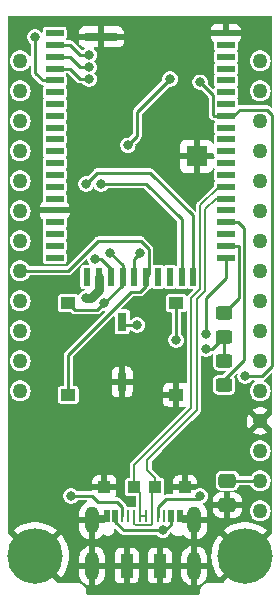
<source format=gbr>
%TF.GenerationSoftware,KiCad,Pcbnew,5.99.0-unknown-64d35ecebc~127~ubuntu20.04.1*%
%TF.CreationDate,2021-05-01T12:49:23+10:00*%
%TF.ProjectId,bm83-featherwing,626d3833-2d66-4656-9174-68657277696e,rev?*%
%TF.SameCoordinates,Original*%
%TF.FileFunction,Copper,L1,Top*%
%TF.FilePolarity,Positive*%
%FSLAX46Y46*%
G04 Gerber Fmt 4.6, Leading zero omitted, Abs format (unit mm)*
G04 Created by KiCad (PCBNEW 5.99.0-unknown-64d35ecebc~127~ubuntu20.04.1) date 2021-05-01 12:49:23*
%MOMM*%
%LPD*%
G01*
G04 APERTURE LIST*
G04 Aperture macros list*
%AMRoundRect*
0 Rectangle with rounded corners*
0 $1 Rounding radius*
0 $2 $3 $4 $5 $6 $7 $8 $9 X,Y pos of 4 corners*
0 Add a 4 corners polygon primitive as box body*
4,1,4,$2,$3,$4,$5,$6,$7,$8,$9,$2,$3,0*
0 Add four circle primitives for the rounded corners*
1,1,$1+$1,$2,$3*
1,1,$1+$1,$4,$5*
1,1,$1+$1,$6,$7*
1,1,$1+$1,$8,$9*
0 Add four rect primitives between the rounded corners*
20,1,$1+$1,$2,$3,$4,$5,0*
20,1,$1+$1,$4,$5,$6,$7,0*
20,1,$1+$1,$6,$7,$8,$9,0*
20,1,$1+$1,$8,$9,$2,$3,0*%
G04 Aperture macros list end*
%TA.AperFunction,ComponentPad*%
%ADD10C,1.270000*%
%TD*%
%TA.AperFunction,SMDPad,CuDef*%
%ADD11RoundRect,0.250000X0.450000X-0.325000X0.450000X0.325000X-0.450000X0.325000X-0.450000X-0.325000X0*%
%TD*%
%TA.AperFunction,SMDPad,CuDef*%
%ADD12R,0.520000X1.000000*%
%TD*%
%TA.AperFunction,SMDPad,CuDef*%
%ADD13R,0.270000X1.000000*%
%TD*%
%TA.AperFunction,SMDPad,CuDef*%
%ADD14R,1.000000X2.000000*%
%TD*%
%TA.AperFunction,ComponentPad*%
%ADD15O,1.158000X2.316000*%
%TD*%
%TA.AperFunction,ComponentPad*%
%ADD16O,1.200000X2.400000*%
%TD*%
%TA.AperFunction,SMDPad,CuDef*%
%ADD17R,1.500000X0.600000*%
%TD*%
%TA.AperFunction,SMDPad,CuDef*%
%ADD18R,0.600000X1.500000*%
%TD*%
%TA.AperFunction,SMDPad,CuDef*%
%ADD19R,1.780000X1.780000*%
%TD*%
%TA.AperFunction,SMDPad,CuDef*%
%ADD20R,2.790000X0.760000*%
%TD*%
%TA.AperFunction,SMDPad,CuDef*%
%ADD21R,0.760000X1.600000*%
%TD*%
%TA.AperFunction,SMDPad,CuDef*%
%ADD22R,1.000000X1.000000*%
%TD*%
%TA.AperFunction,SMDPad,CuDef*%
%ADD23R,1.250000X1.000000*%
%TD*%
%TA.AperFunction,ComponentPad*%
%ADD24C,4.700000*%
%TD*%
%TA.AperFunction,SMDPad,CuDef*%
%ADD25RoundRect,0.250000X-0.450000X0.325000X-0.450000X-0.325000X0.450000X-0.325000X0.450000X0.325000X0*%
%TD*%
%TA.AperFunction,SMDPad,CuDef*%
%ADD26RoundRect,0.250000X-0.475000X0.337500X-0.475000X-0.337500X0.475000X-0.337500X0.475000X0.337500X0*%
%TD*%
%TA.AperFunction,ViaPad*%
%ADD27C,0.800000*%
%TD*%
%TA.AperFunction,Conductor*%
%ADD28C,0.200000*%
%TD*%
%TA.AperFunction,Conductor*%
%ADD29C,0.250000*%
%TD*%
%TA.AperFunction,Conductor*%
%ADD30C,0.750000*%
%TD*%
G04 APERTURE END LIST*
D10*
%TO.P,J1,1,Pin_1*%
%TO.N,unconnected-(J1-Pad1)*%
X135890000Y-111760000D03*
%TO.P,J1,2,Pin_2*%
%TO.N,unconnected-(J1-Pad2)*%
X135890000Y-109220000D03*
%TO.P,J1,3,Pin_3*%
%TO.N,unconnected-(J1-Pad3)*%
X135890000Y-106680000D03*
%TO.P,J1,4,Pin_4*%
%TO.N,unconnected-(J1-Pad4)*%
X135890000Y-104140000D03*
%TO.P,J1,5,Pin_5*%
%TO.N,MFB*%
X135890000Y-101600000D03*
%TO.P,J1,6,Pin_6*%
%TO.N,TXD*%
X135890000Y-99060000D03*
%TO.P,J1,7,Pin_7*%
%TO.N,RXD*%
X135890000Y-96520000D03*
%TO.P,J1,8,Pin_8*%
%TO.N,unconnected-(J1-Pad8)*%
X135890000Y-93980000D03*
%TO.P,J1,9,Pin_9*%
%TO.N,unconnected-(J1-Pad9)*%
X135890000Y-91440000D03*
%TO.P,J1,10,Pin_10*%
%TO.N,unconnected-(J1-Pad10)*%
X135890000Y-88900000D03*
%TO.P,J1,11,Pin_11*%
%TO.N,unconnected-(J1-Pad11)*%
X135890000Y-86360000D03*
%TO.P,J1,12,Pin_12*%
%TO.N,unconnected-(J1-Pad12)*%
X135890000Y-83820000D03*
%TD*%
D11*
%TO.P,D5,1,K*%
%TO.N,LED2*%
X153162000Y-111261000D03*
%TO.P,D5,2,A*%
%TO.N,SYS_PWR*%
X153162000Y-109211000D03*
%TD*%
D12*
%TO.P,J3,1,GND*%
%TO.N,GND*%
X143204000Y-122344000D03*
%TO.P,J3,2,VBUS*%
%TO.N,ADAP_IN*%
X143954000Y-122344000D03*
D13*
%TO.P,J3,3,CC1*%
%TO.N,Net-(J3-Pad3)*%
X144554000Y-122344000D03*
%TO.P,J3,4,SBU2*%
%TO.N,unconnected-(J3-Pad4)*%
X145054000Y-122344000D03*
%TO.P,J3,5,D-*%
%TO.N,USB_N*%
X145554000Y-122344000D03*
%TO.P,J3,6,D+*%
%TO.N,USB_P*%
X146054000Y-122344000D03*
%TO.P,J3,7,D+*%
X146554000Y-122344000D03*
%TO.P,J3,8,D-*%
%TO.N,USB_N*%
X147054000Y-122344000D03*
%TO.P,J3,9,CC2*%
%TO.N,Net-(J3-Pad9)*%
X147554000Y-122344000D03*
%TO.P,J3,10,SBU1*%
%TO.N,unconnected-(J3-Pad10)*%
X148054000Y-122344000D03*
D12*
%TO.P,J3,11,VBUS*%
%TO.N,ADAP_IN*%
X148654000Y-122344000D03*
%TO.P,J3,12,GND*%
%TO.N,GND*%
X149404000Y-122344000D03*
D14*
%TO.P,J3,S1,SHIELD*%
X144904000Y-126544000D03*
%TO.P,J3,S2,SHIELD*%
X147704000Y-126544000D03*
D15*
%TO.P,J3,S3,SHIELD*%
X141984000Y-122719000D03*
%TO.P,J3,S4,SHIELD*%
X150624000Y-122719000D03*
D16*
%TO.P,J3,S5,SHIELD*%
X141984000Y-126544000D03*
%TO.P,J3,S6,SHIELD*%
X150624000Y-126544000D03*
%TD*%
D17*
%TO.P,U1,1,DR1*%
%TO.N,unconnected-(U1-Pad1)*%
X138807000Y-81466000D03*
%TO.P,U1,2,RFS1*%
%TO.N,LRCK*%
X138807000Y-82466000D03*
%TO.P,U1,3,SCLK1*%
%TO.N,SCK*%
X138807000Y-83466000D03*
%TO.P,U1,4,DT1*%
%TO.N,SDI*%
X138807000Y-84466000D03*
%TO.P,U1,5,MCLK1*%
%TO.N,MCK*%
X138807000Y-85466000D03*
%TO.P,U1,6,AOHRP*%
%TO.N,unconnected-(U1-Pad6)*%
X138807000Y-86466000D03*
%TO.P,U1,7,AOHPM*%
%TO.N,unconnected-(U1-Pad7)*%
X138807000Y-87466000D03*
%TO.P,U1,8,AOHPL*%
%TO.N,unconnected-(U1-Pad8)*%
X138807000Y-88466000D03*
%TO.P,U1,9,MICN2*%
%TO.N,unconnected-(U1-Pad9)*%
X138807000Y-89466000D03*
%TO.P,U1,10,MICP2*%
%TO.N,unconnected-(U1-Pad10)*%
X138807000Y-90466000D03*
%TO.P,U1,11,AIR*%
%TO.N,unconnected-(U1-Pad11)*%
X138807000Y-91466000D03*
%TO.P,U1,12,AIL*%
%TO.N,unconnected-(U1-Pad12)*%
X138807000Y-92466000D03*
%TO.P,U1,13,MICN1*%
%TO.N,unconnected-(U1-Pad13)*%
X138807000Y-93466000D03*
%TO.P,U1,14,MICP1*%
%TO.N,unconnected-(U1-Pad14)*%
X138807000Y-94466000D03*
%TO.P,U1,15,MICBIAS*%
%TO.N,unconnected-(U1-Pad15)*%
X138807000Y-95466000D03*
%TO.P,U1,16,GND*%
%TO.N,GND*%
X138807000Y-96466000D03*
%TO.P,U1,17,DMIC_CLK*%
%TO.N,unconnected-(U1-Pad17)*%
X138807000Y-97466000D03*
%TO.P,U1,18,DMIC1_R*%
%TO.N,unconnected-(U1-Pad18)*%
X138807000Y-98466000D03*
%TO.P,U1,19,DMIC1_L*%
%TO.N,unconnected-(U1-Pad19)*%
X138807000Y-99466000D03*
%TO.P,U1,20,P3_2*%
%TO.N,unconnected-(U1-Pad20)*%
X138807000Y-100466000D03*
D18*
%TO.P,U1,21,P2_6*%
%TO.N,unconnected-(U1-Pad21)*%
X141557000Y-102116000D03*
%TO.P,U1,22,ADAP_IN*%
%TO.N,ADAP_IN*%
X142557000Y-102116000D03*
%TO.P,U1,23,BAT_IN*%
%TO.N,+3V3*%
X143557000Y-102116000D03*
%TO.P,U1,24,SYS_PWR*%
%TO.N,SYS_PWR*%
X144557000Y-102116000D03*
%TO.P,U1,25,VDD_IO*%
%TO.N,VDD_IO*%
X145557000Y-102116000D03*
%TO.P,U1,26,PWR_(MFB)*%
%TO.N,MFB*%
X146557000Y-102116000D03*
%TO.P,U1,27,SKI1_AMB_DET*%
%TO.N,unconnected-(U1-Pad27)*%
X147557000Y-102116000D03*
%TO.P,U1,28,SK2_KEY_AD*%
%TO.N,unconnected-(U1-Pad28)*%
X148557000Y-102116000D03*
%TO.P,U1,29,P8_6/UART_RXD*%
%TO.N,RXD*%
X149557000Y-102116000D03*
%TO.P,U1,30,P8_5/UART_TXD*%
%TO.N,TXD*%
X150557000Y-102116000D03*
D17*
%TO.P,U1,31,P3_4/UART_RTS*%
%TO.N,P3_4*%
X153307000Y-100466000D03*
%TO.P,U1,32,LED1*%
%TO.N,LED1*%
X153307000Y-99466000D03*
%TO.P,U1,33,P0_2*%
%TO.N,unconnected-(U1-Pad33)*%
X153307000Y-98466000D03*
%TO.P,U1,34,LED2*%
%TO.N,LED2*%
X153307000Y-97466000D03*
%TO.P,U1,35,P0_6*%
%TO.N,unconnected-(U1-Pad35)*%
X153307000Y-96466000D03*
%TO.P,U1,36,DM*%
%TO.N,USB_N*%
X153307000Y-95466000D03*
%TO.P,U1,37,DP*%
%TO.N,USB_P*%
X153307000Y-94466000D03*
%TO.P,U1,38,P0_3*%
%TO.N,unconnected-(U1-Pad38)*%
X153307000Y-93466000D03*
%TO.P,U1,39,P2_7*%
%TO.N,unconnected-(U1-Pad39)*%
X153307000Y-92466000D03*
%TO.P,U1,40,P0_5*%
%TO.N,unconnected-(U1-Pad40)*%
X153307000Y-91466000D03*
%TO.P,U1,41,P1_6/PWM1*%
%TO.N,unconnected-(U1-Pad41)*%
X153307000Y-90466000D03*
%TO.P,U1,42,P2_3*%
%TO.N,unconnected-(U1-Pad42)*%
X153307000Y-89466000D03*
%TO.P,U1,43,RST_N*%
%TO.N,RST_N*%
X153307000Y-88466000D03*
%TO.P,U1,44,P0_1*%
%TO.N,unconnected-(U1-Pad44)*%
X153307000Y-87466000D03*
%TO.P,U1,45,P0_7*%
%TO.N,unconnected-(U1-Pad45)*%
X153307000Y-86466000D03*
%TO.P,U1,46,P1_2/TDI_CPU/SCL*%
%TO.N,unconnected-(U1-Pad46)*%
X153307000Y-85466000D03*
%TO.P,U1,47,P1_3/TCK_CPU/SDA*%
%TO.N,unconnected-(U1-Pad47)*%
X153307000Y-84466000D03*
%TO.P,U1,48,P3_7/UART_CTS*%
%TO.N,unconnected-(U1-Pad48)*%
X153307000Y-83466000D03*
%TO.P,U1,49,P0_0/UART_TX_IND*%
%TO.N,unconnected-(U1-Pad49)*%
X153307000Y-82466000D03*
%TO.P,U1,50,GND*%
%TO.N,GND*%
X153307000Y-81466000D03*
D19*
%TO.P,U1,56,GND*%
X150827000Y-91896000D03*
D20*
%TO.P,U1,57,GND*%
X142767000Y-81786000D03*
%TD*%
D21*
%TO.P,SW3,1*%
%TO.N,P3_4*%
X144526000Y-105918000D03*
%TO.P,SW3,2*%
%TO.N,GND*%
X144526000Y-110998000D03*
%TD*%
D22*
%TO.P,D1,1,A1*%
%TO.N,GND*%
X143022000Y-119888000D03*
%TO.P,D1,2,A2*%
%TO.N,USB_P*%
X145522000Y-119888000D03*
%TD*%
D10*
%TO.P,J2,1,Pin_1*%
%TO.N,+3.3VA*%
X156210000Y-83820000D03*
%TO.P,J2,2,Pin_2*%
%TO.N,unconnected-(J2-Pad2)*%
X156210000Y-86360000D03*
%TO.P,J2,3,Pin_3*%
%TO.N,MCK*%
X156210000Y-88900000D03*
%TO.P,J2,4,Pin_4*%
%TO.N,unconnected-(J2-Pad4)*%
X156210000Y-91440000D03*
%TO.P,J2,5,Pin_5*%
%TO.N,unconnected-(J2-Pad5)*%
X156210000Y-93980000D03*
%TO.P,J2,6,Pin_6*%
%TO.N,unconnected-(J2-Pad6)*%
X156210000Y-96520000D03*
%TO.P,J2,7,Pin_7*%
%TO.N,unconnected-(J2-Pad7)*%
X156210000Y-99060000D03*
%TO.P,J2,8,Pin_8*%
%TO.N,SDI*%
X156210000Y-101600000D03*
%TO.P,J2,9,Pin_9*%
%TO.N,LRCK*%
X156210000Y-104140000D03*
%TO.P,J2,10,Pin_10*%
%TO.N,SCK*%
X156210000Y-106680000D03*
%TO.P,J2,11,Pin_11*%
%TO.N,unconnected-(J2-Pad11)*%
X156210000Y-109220000D03*
%TO.P,J2,12,Pin_12*%
%TO.N,unconnected-(J2-Pad12)*%
X156210000Y-111760000D03*
%TO.P,J2,13,Pin_13*%
%TO.N,GND*%
X156210000Y-114300000D03*
%TO.P,J2,14,Pin_14*%
%TO.N,unconnected-(J2-Pad14)*%
X156210000Y-116840000D03*
%TO.P,J2,15,Pin_15*%
%TO.N,+3V3*%
X156210000Y-119380000D03*
%TO.P,J2,16,Pin_16*%
%TO.N,unconnected-(J2-Pad16)*%
X156210000Y-121920000D03*
%TD*%
D23*
%TO.P,SW1,1,1*%
%TO.N,GND*%
X149098000Y-112079000D03*
%TO.P,SW1,2,2*%
%TO.N,RST_N*%
X149098000Y-104329000D03*
%TD*%
D24*
%TO.P,REF\u002A\u002A,1*%
%TO.N,GND*%
X137160000Y-125730000D03*
%TD*%
D25*
%TO.P,D4,1,K*%
%TO.N,LED1*%
X153162000Y-105138000D03*
%TO.P,D4,2,A*%
%TO.N,SYS_PWR*%
X153162000Y-107188000D03*
%TD*%
D26*
%TO.P,C2,1*%
%TO.N,+3V3*%
X153416000Y-119358500D03*
%TO.P,C2,2*%
%TO.N,GND*%
X153416000Y-121433500D03*
%TD*%
D22*
%TO.P,D2,1,A1*%
%TO.N,GND*%
X149840000Y-119888000D03*
%TO.P,D2,2,A2*%
%TO.N,USB_N*%
X147340000Y-119888000D03*
%TD*%
D23*
%TO.P,SW2,1,1*%
%TO.N,SYS_PWR*%
X139954000Y-104329000D03*
%TO.P,SW2,2,2*%
%TO.N,MFB*%
X139954000Y-112079000D03*
%TD*%
D24*
%TO.P,,1*%
%TO.N,GND*%
X154940000Y-125730000D03*
%TD*%
D27*
%TO.N,GND*%
X144272000Y-119888000D03*
X153908000Y-117364000D03*
X143510000Y-95504000D03*
X146050000Y-95504000D03*
%TO.N,Net-(J3-Pad9)*%
X151130000Y-120650000D03*
%TO.N,Net-(J3-Pad3)*%
X140208000Y-120650000D03*
%TO.N,ADAP_IN*%
X147957969Y-123568031D03*
X141478000Y-103886000D03*
%TO.N,LRCK*%
X141732000Y-83312000D03*
%TO.N,SCK*%
X141732000Y-84328000D03*
%TO.N,SDI*%
X141732000Y-85344000D03*
%TO.N,MCK*%
X137160000Y-81788000D03*
%TO.N,+3V3*%
X142240000Y-100584000D03*
%TO.N,SYS_PWR*%
X151638000Y-108204000D03*
X142978120Y-104329000D03*
X143510000Y-100076000D03*
%TO.N,VDD_IO*%
X145000480Y-90965520D03*
X146050000Y-100076000D03*
X148590000Y-85344000D03*
%TO.N,RXD*%
X142748000Y-94234000D03*
%TO.N,TXD*%
X141478000Y-94234000D03*
%TO.N,P3_4*%
X151638000Y-106934000D03*
X145796000Y-106172000D03*
%TO.N,RST_N*%
X154940000Y-110490000D03*
X149098000Y-107442000D03*
X151114000Y-85614000D03*
%TD*%
D28*
%TO.N,USB_P*%
X153307000Y-94466000D02*
X152717880Y-94466000D01*
X152717880Y-94466000D02*
X151156511Y-96027369D01*
X151156511Y-96027369D02*
X151156511Y-103105609D01*
X151156511Y-103105609D02*
X150368000Y-103894120D01*
X150368000Y-103894120D02*
X150368000Y-113219800D01*
X150368000Y-113219800D02*
X145522000Y-118065800D01*
X145522000Y-118065800D02*
X145522000Y-119888000D01*
%TO.N,USB_N*%
X153307000Y-95466000D02*
X152438000Y-95466000D01*
X152438000Y-95466000D02*
X151556030Y-96347970D01*
X151556030Y-96347970D02*
X151556030Y-103271096D01*
X151556030Y-103271096D02*
X150876000Y-103951126D01*
X146656000Y-117568200D02*
X146656000Y-118453999D01*
X150876000Y-103951126D02*
X150876000Y-113348200D01*
X150876000Y-113348200D02*
X146656000Y-117568200D01*
X146656000Y-118453999D02*
X147340000Y-119137999D01*
X147340000Y-119137999D02*
X147340000Y-119888000D01*
D29*
%TO.N,GND*%
X144272000Y-119888000D02*
X143022000Y-119888000D01*
X150249000Y-122344000D02*
X150624000Y-122719000D01*
X142359000Y-122344000D02*
X141984000Y-122719000D01*
X143204000Y-122344000D02*
X142359000Y-122344000D01*
X149404000Y-122344000D02*
X150249000Y-122344000D01*
%TO.N,Net-(J3-Pad9)*%
X147554000Y-121624880D02*
X147554000Y-122344000D01*
X148274880Y-120904000D02*
X147554000Y-121624880D01*
X147554000Y-122344000D02*
X147554000Y-122408000D01*
X151130000Y-120650000D02*
X150876000Y-120904000D01*
X150876000Y-120904000D02*
X148274880Y-120904000D01*
D28*
%TO.N,USB_P*%
X146054000Y-120420000D02*
X146054000Y-122344000D01*
X145522000Y-119888000D02*
X146054000Y-120420000D01*
X146554000Y-122344000D02*
X146054000Y-122344000D01*
%TO.N,USB_N*%
X147054000Y-123044000D02*
X146954489Y-123143511D01*
X147054000Y-120174000D02*
X147340000Y-119888000D01*
X145679391Y-123143511D02*
X145554000Y-123018120D01*
X147054000Y-122344000D02*
X147054000Y-123044000D01*
X145554000Y-123018120D02*
X145554000Y-122344000D01*
X147054000Y-122344000D02*
X147054000Y-120174000D01*
X146954489Y-123143511D02*
X145679391Y-123143511D01*
D29*
%TO.N,Net-(J3-Pad3)*%
X144554000Y-121594000D02*
X144118000Y-121158000D01*
X141986000Y-120650000D02*
X140208000Y-120650000D01*
X144554000Y-122344000D02*
X144554000Y-121594000D01*
X142494000Y-121158000D02*
X141986000Y-120650000D01*
X144118000Y-121158000D02*
X142494000Y-121158000D01*
%TO.N,ADAP_IN*%
X147957969Y-123568031D02*
X144650031Y-123568031D01*
X148654000Y-123094000D02*
X148179969Y-123568031D01*
X144650031Y-123568031D02*
X143954000Y-122872000D01*
X148179969Y-123568031D02*
X147957969Y-123568031D01*
X148654000Y-122344000D02*
X148654000Y-123094000D01*
X143954000Y-122872000D02*
X143954000Y-122344000D01*
D30*
X141871120Y-103886000D02*
X141478000Y-103886000D01*
X142557000Y-103200120D02*
X141871120Y-103886000D01*
X142557000Y-102116000D02*
X142557000Y-103200120D01*
D29*
%TO.N,LRCK*%
X138807000Y-82466000D02*
X140124000Y-82466000D01*
X140970000Y-83312000D02*
X141732000Y-83312000D01*
X140124000Y-82466000D02*
X140970000Y-83312000D01*
%TO.N,SCK*%
X138807000Y-83466000D02*
X140108000Y-83466000D01*
X140108000Y-83466000D02*
X140970000Y-84328000D01*
X140970000Y-84328000D02*
X141732000Y-84328000D01*
%TO.N,SDI*%
X138807000Y-84466000D02*
X140092000Y-84466000D01*
X140970000Y-85344000D02*
X141732000Y-85344000D01*
X140092000Y-84466000D02*
X140970000Y-85344000D01*
%TO.N,MCK*%
X137807000Y-85466000D02*
X137160000Y-84819000D01*
X138807000Y-85466000D02*
X137807000Y-85466000D01*
X137160000Y-84819000D02*
X137160000Y-81788000D01*
%TO.N,+3V3*%
X143557000Y-101393000D02*
X142748000Y-100584000D01*
X142748000Y-100584000D02*
X142240000Y-100584000D01*
X156210000Y-119380000D02*
X153437500Y-119380000D01*
X143557000Y-102116000D02*
X143557000Y-101393000D01*
X153437500Y-119380000D02*
X153416000Y-119358500D01*
%TO.N,SYS_PWR*%
X153162000Y-109220000D02*
X153162000Y-107188000D01*
X139954000Y-104329000D02*
X140527000Y-104902000D01*
X144557000Y-101123000D02*
X143510000Y-100076000D01*
X140527000Y-104902000D02*
X142405120Y-104902000D01*
X142405120Y-104902000D02*
X142978120Y-104329000D01*
X152146000Y-108204000D02*
X151638000Y-108204000D01*
X144557000Y-102116000D02*
X144557000Y-101123000D01*
X142978120Y-104329000D02*
X144557000Y-102750120D01*
X144557000Y-102750120D02*
X144557000Y-102116000D01*
X153162000Y-107188000D02*
X152146000Y-108204000D01*
X153162000Y-109211000D02*
X153162000Y-107188000D01*
%TO.N,VDD_IO*%
X148590000Y-85344000D02*
X145796000Y-88138000D01*
X145557000Y-102116000D02*
X145557000Y-100569000D01*
X145796000Y-88138000D02*
X145796000Y-90170000D01*
X145557000Y-100569000D02*
X146050000Y-100076000D01*
X145796000Y-90170000D02*
X145000480Y-90965520D01*
%TO.N,MFB*%
X135890000Y-101600000D02*
X139954000Y-101600000D01*
X146557000Y-102871000D02*
X146050000Y-103378000D01*
X146774511Y-101898489D02*
X146557000Y-102116000D01*
X142494000Y-99060000D02*
X146106277Y-99060000D01*
X146774511Y-99728234D02*
X146774511Y-101898489D01*
X139954000Y-108725880D02*
X139954000Y-112079000D01*
X139954000Y-101600000D02*
X142494000Y-99060000D01*
X145301880Y-103378000D02*
X139954000Y-108725880D01*
X146050000Y-103378000D02*
X145301880Y-103378000D01*
X146557000Y-102116000D02*
X146557000Y-102871000D01*
X146106277Y-99060000D02*
X146774511Y-99728234D01*
%TO.N,RXD*%
X149557000Y-97233000D02*
X146558000Y-94234000D01*
X146558000Y-94234000D02*
X142748000Y-94234000D01*
X149557000Y-102116000D02*
X149557000Y-97233000D01*
%TO.N,TXD*%
X141478000Y-94234000D02*
X142435520Y-93276480D01*
X142435520Y-93276480D02*
X146870480Y-93276480D01*
X150482489Y-96888489D02*
X150482489Y-101041489D01*
X150482489Y-101041489D02*
X150557000Y-101116000D01*
X146870480Y-93276480D02*
X150482489Y-96888489D01*
X150557000Y-101116000D02*
X150557000Y-102116000D01*
%TO.N,P3_4*%
X151638000Y-103886000D02*
X153307000Y-102217000D01*
X151638000Y-106934000D02*
X151638000Y-103886000D01*
X144780000Y-106172000D02*
X144526000Y-105918000D01*
X145796000Y-106172000D02*
X144780000Y-106172000D01*
X153307000Y-102217000D02*
X153307000Y-100466000D01*
%TO.N,LED1*%
X154381511Y-103918489D02*
X154381511Y-99517511D01*
X154381511Y-99517511D02*
X154330000Y-99466000D01*
X153162000Y-105138000D02*
X154381511Y-103918489D01*
X154330000Y-99466000D02*
X153307000Y-99466000D01*
%TO.N,LED2*%
X153162000Y-110805566D02*
X154831031Y-109136535D01*
X154307000Y-97466000D02*
X153307000Y-97466000D01*
X153162000Y-111261000D02*
X153162000Y-110805566D01*
X154831031Y-109136535D02*
X154831031Y-97990031D01*
X154831031Y-97990031D02*
X154307000Y-97466000D01*
%TO.N,RST_N*%
X156360077Y-110490000D02*
X157226000Y-109624077D01*
X152232489Y-88391489D02*
X152232489Y-86732489D01*
X154940000Y-110490000D02*
X156360077Y-110490000D01*
X157226000Y-88392000D02*
X156774489Y-87940489D01*
X149098000Y-104329000D02*
X149098000Y-107442000D01*
X152307000Y-88466000D02*
X152232489Y-88391489D01*
X156774489Y-87940489D02*
X154466631Y-87940489D01*
X157226000Y-109624077D02*
X157226000Y-88392000D01*
X153307000Y-88466000D02*
X152307000Y-88466000D01*
X152232489Y-86732489D02*
X151114000Y-85614000D01*
X154466631Y-87940489D02*
X153941120Y-88466000D01*
X153941120Y-88466000D02*
X153307000Y-88466000D01*
%TD*%
%TA.AperFunction,Conductor*%
%TO.N,GND*%
G36*
X157207694Y-80028306D02*
G01*
X157226000Y-80072500D01*
X157226000Y-83783421D01*
X157212004Y-83817209D01*
X157212072Y-83817246D01*
X157226000Y-83856579D01*
X157226000Y-86323421D01*
X157212004Y-86357209D01*
X157212072Y-86357246D01*
X157226000Y-86396579D01*
X157226000Y-87704417D01*
X157207694Y-87748611D01*
X157163500Y-87766917D01*
X157119306Y-87748611D01*
X157075366Y-87704671D01*
X157067054Y-87694379D01*
X157061680Y-87686056D01*
X157061678Y-87686053D01*
X157058877Y-87681716D01*
X157031215Y-87659909D01*
X157025723Y-87655028D01*
X157021595Y-87650900D01*
X157003433Y-87637921D01*
X157001139Y-87636198D01*
X156959723Y-87603549D01*
X156954846Y-87601836D01*
X156951380Y-87599931D01*
X156947851Y-87598202D01*
X156943646Y-87595197D01*
X156893077Y-87580073D01*
X156890347Y-87579185D01*
X156840596Y-87561714D01*
X156836678Y-87561375D01*
X156836675Y-87561374D01*
X156832224Y-87560989D01*
X156832227Y-87560957D01*
X156829270Y-87560707D01*
X156827627Y-87560499D01*
X156822680Y-87559020D01*
X156779752Y-87560707D01*
X156773797Y-87560941D01*
X156771343Y-87560989D01*
X154512636Y-87560989D01*
X154499482Y-87559589D01*
X154496839Y-87559020D01*
X154484744Y-87556416D01*
X154479614Y-87557023D01*
X154479612Y-87557023D01*
X154449764Y-87560556D01*
X154442418Y-87560989D01*
X154436591Y-87560989D01*
X154419985Y-87563753D01*
X154414626Y-87564645D01*
X154411710Y-87565060D01*
X154386346Y-87568062D01*
X154340307Y-87555077D01*
X154316933Y-87513341D01*
X154316500Y-87505995D01*
X154316500Y-87166000D01*
X154296747Y-87066694D01*
X154252666Y-87000722D01*
X154243334Y-86953807D01*
X154252666Y-86931277D01*
X154293327Y-86870425D01*
X154293328Y-86870423D01*
X154296747Y-86865306D01*
X154316500Y-86766000D01*
X154316500Y-86360000D01*
X155315500Y-86360000D01*
X155335047Y-86545977D01*
X155392834Y-86723826D01*
X155394469Y-86726659D01*
X155394470Y-86726660D01*
X155484696Y-86882938D01*
X155484699Y-86882942D01*
X155486334Y-86885774D01*
X155488525Y-86888208D01*
X155488527Y-86888210D01*
X155558570Y-86966000D01*
X155611463Y-87024743D01*
X155762750Y-87134660D01*
X155933584Y-87210720D01*
X155936791Y-87211402D01*
X155936792Y-87211402D01*
X156113289Y-87248918D01*
X156113292Y-87248918D01*
X156116499Y-87249600D01*
X156303501Y-87249600D01*
X156306708Y-87248918D01*
X156306711Y-87248918D01*
X156483208Y-87211402D01*
X156483209Y-87211402D01*
X156486416Y-87210720D01*
X156657250Y-87134660D01*
X156808537Y-87024743D01*
X156861430Y-86966000D01*
X156931473Y-86888210D01*
X156931475Y-86888208D01*
X156933666Y-86885774D01*
X156935301Y-86882942D01*
X156935304Y-86882938D01*
X157025530Y-86726660D01*
X157025531Y-86726659D01*
X157027166Y-86723826D01*
X157084953Y-86545977D01*
X157101342Y-86390046D01*
X157116600Y-86361943D01*
X157101342Y-86329954D01*
X157100655Y-86323421D01*
X157084953Y-86174023D01*
X157083701Y-86170168D01*
X157067168Y-86119287D01*
X157027166Y-85996174D01*
X157002706Y-85953807D01*
X156935304Y-85837062D01*
X156935301Y-85837058D01*
X156933666Y-85834226D01*
X156901017Y-85797965D01*
X156817593Y-85705315D01*
X156808537Y-85695257D01*
X156657250Y-85585340D01*
X156486416Y-85509280D01*
X156483209Y-85508598D01*
X156483208Y-85508598D01*
X156306711Y-85471082D01*
X156306708Y-85471082D01*
X156303501Y-85470400D01*
X156116499Y-85470400D01*
X156113292Y-85471082D01*
X156113289Y-85471082D01*
X155936792Y-85508598D01*
X155936791Y-85508598D01*
X155933584Y-85509280D01*
X155762750Y-85585340D01*
X155611463Y-85695257D01*
X155602407Y-85705315D01*
X155518984Y-85797965D01*
X155486334Y-85834226D01*
X155484699Y-85837058D01*
X155484696Y-85837062D01*
X155417294Y-85953807D01*
X155392834Y-85996174D01*
X155352832Y-86119287D01*
X155336300Y-86170168D01*
X155335047Y-86174023D01*
X155315500Y-86360000D01*
X154316500Y-86360000D01*
X154316500Y-86166000D01*
X154296747Y-86066694D01*
X154252666Y-86000722D01*
X154243334Y-85953807D01*
X154252666Y-85931277D01*
X154293327Y-85870425D01*
X154293328Y-85870423D01*
X154296747Y-85865306D01*
X154315643Y-85770308D01*
X154315901Y-85769013D01*
X154315901Y-85769010D01*
X154316500Y-85766000D01*
X154316500Y-85166000D01*
X154315314Y-85160035D01*
X154297948Y-85072733D01*
X154296747Y-85066694D01*
X154284669Y-85048617D01*
X154263721Y-85017267D01*
X154252666Y-85000722D01*
X154243334Y-84953807D01*
X154252666Y-84931277D01*
X154256011Y-84926272D01*
X154280223Y-84890036D01*
X154293327Y-84870425D01*
X154293328Y-84870423D01*
X154296747Y-84865306D01*
X154309561Y-84800887D01*
X154315901Y-84769013D01*
X154315901Y-84769010D01*
X154316500Y-84766000D01*
X154316500Y-84166000D01*
X154315373Y-84160331D01*
X154300831Y-84087225D01*
X154296747Y-84066694D01*
X154252666Y-84000722D01*
X154243334Y-83953807D01*
X154252666Y-83931277D01*
X154293327Y-83870425D01*
X154293328Y-83870423D01*
X154296747Y-83865306D01*
X154305759Y-83820000D01*
X155315500Y-83820000D01*
X155335047Y-84005977D01*
X155392834Y-84183826D01*
X155394469Y-84186659D01*
X155394470Y-84186660D01*
X155484696Y-84342938D01*
X155484699Y-84342942D01*
X155486334Y-84345774D01*
X155611463Y-84484743D01*
X155762750Y-84594660D01*
X155933584Y-84670720D01*
X155936791Y-84671402D01*
X155936792Y-84671402D01*
X156113289Y-84708918D01*
X156113292Y-84708918D01*
X156116499Y-84709600D01*
X156303501Y-84709600D01*
X156306708Y-84708918D01*
X156306711Y-84708918D01*
X156483208Y-84671402D01*
X156483209Y-84671402D01*
X156486416Y-84670720D01*
X156657250Y-84594660D01*
X156808537Y-84484743D01*
X156933666Y-84345774D01*
X156935301Y-84342942D01*
X156935304Y-84342938D01*
X157025530Y-84186660D01*
X157025531Y-84186659D01*
X157027166Y-84183826D01*
X157084953Y-84005977D01*
X157101342Y-83850046D01*
X157116600Y-83821943D01*
X157101342Y-83789954D01*
X157085295Y-83637279D01*
X157084953Y-83634023D01*
X157027166Y-83456174D01*
X157025530Y-83453340D01*
X156935304Y-83297062D01*
X156935301Y-83297058D01*
X156933666Y-83294226D01*
X156808537Y-83155257D01*
X156657250Y-83045340D01*
X156486416Y-82969280D01*
X156483209Y-82968598D01*
X156483208Y-82968598D01*
X156306711Y-82931082D01*
X156306708Y-82931082D01*
X156303501Y-82930400D01*
X156116499Y-82930400D01*
X156113292Y-82931082D01*
X156113289Y-82931082D01*
X155936792Y-82968598D01*
X155936791Y-82968598D01*
X155933584Y-82969280D01*
X155762750Y-83045340D01*
X155611463Y-83155257D01*
X155486334Y-83294226D01*
X155484699Y-83297058D01*
X155484696Y-83297062D01*
X155394470Y-83453340D01*
X155392834Y-83456174D01*
X155335047Y-83634023D01*
X155315500Y-83820000D01*
X154305759Y-83820000D01*
X154316500Y-83766000D01*
X154316500Y-83166000D01*
X154314849Y-83157696D01*
X154300831Y-83087225D01*
X154296747Y-83066694D01*
X154252666Y-83000722D01*
X154243334Y-82953807D01*
X154252666Y-82931277D01*
X154252797Y-82931082D01*
X154296747Y-82865306D01*
X154309391Y-82801740D01*
X154315901Y-82769013D01*
X154315901Y-82769010D01*
X154316500Y-82766000D01*
X154316500Y-82236955D01*
X154334806Y-82192761D01*
X154345211Y-82184376D01*
X154389184Y-82156117D01*
X154395870Y-82150323D01*
X154485636Y-82046727D01*
X154490420Y-82039283D01*
X154547362Y-81914596D01*
X154549856Y-81906104D01*
X154569682Y-81768209D01*
X154570000Y-81763767D01*
X154570000Y-81732431D01*
X154566359Y-81723641D01*
X154557569Y-81720000D01*
X152056431Y-81720000D01*
X152047641Y-81723641D01*
X152044000Y-81732431D01*
X152044000Y-81764895D01*
X152044079Y-81767099D01*
X152048983Y-81835671D01*
X152050165Y-81842220D01*
X152089100Y-81974821D01*
X152092773Y-81982864D01*
X152166886Y-82098187D01*
X152172677Y-82104870D01*
X152275929Y-82194338D01*
X152297500Y-82241572D01*
X152297500Y-82766000D01*
X152298099Y-82769010D01*
X152298099Y-82769013D01*
X152304609Y-82801740D01*
X152317253Y-82865306D01*
X152361204Y-82931082D01*
X152361334Y-82931277D01*
X152370666Y-82978193D01*
X152361334Y-83000722D01*
X152317253Y-83066694D01*
X152313169Y-83087225D01*
X152299152Y-83157696D01*
X152297500Y-83166000D01*
X152297500Y-83766000D01*
X152317253Y-83865306D01*
X152320672Y-83870423D01*
X152320673Y-83870425D01*
X152361334Y-83931277D01*
X152370666Y-83978193D01*
X152361334Y-84000722D01*
X152317253Y-84066694D01*
X152313169Y-84087225D01*
X152298628Y-84160331D01*
X152297500Y-84166000D01*
X152297500Y-84766000D01*
X152298099Y-84769010D01*
X152298099Y-84769013D01*
X152304439Y-84800887D01*
X152317253Y-84865306D01*
X152320672Y-84870423D01*
X152320673Y-84870425D01*
X152333777Y-84890036D01*
X152357990Y-84926272D01*
X152361334Y-84931277D01*
X152370666Y-84978193D01*
X152361334Y-85000722D01*
X152350279Y-85017267D01*
X152329332Y-85048617D01*
X152317253Y-85066694D01*
X152316052Y-85072733D01*
X152298687Y-85160035D01*
X152297500Y-85166000D01*
X152297500Y-85766000D01*
X152298099Y-85769010D01*
X152298099Y-85769013D01*
X152298357Y-85770308D01*
X152317253Y-85865306D01*
X152320672Y-85870423D01*
X152320673Y-85870425D01*
X152361334Y-85931277D01*
X152370666Y-85978193D01*
X152361334Y-86000722D01*
X152317253Y-86066694D01*
X152316052Y-86072733D01*
X152304582Y-86130394D01*
X152278006Y-86170168D01*
X152231090Y-86179500D01*
X152199089Y-86162395D01*
X151781376Y-85744682D01*
X151763070Y-85700488D01*
X151763562Y-85692664D01*
X151773500Y-85614000D01*
X151752781Y-85449989D01*
X151741989Y-85422730D01*
X151693371Y-85299937D01*
X151693370Y-85299935D01*
X151691924Y-85296283D01*
X151604774Y-85176331D01*
X151597065Y-85165720D01*
X151597064Y-85165718D01*
X151594755Y-85162541D01*
X151467378Y-85057166D01*
X151423555Y-85036544D01*
X151321350Y-84988450D01*
X151317797Y-84986778D01*
X151313939Y-84986042D01*
X151159275Y-84956538D01*
X151159273Y-84956538D01*
X151155410Y-84955801D01*
X151143697Y-84956538D01*
X150994347Y-84965935D01*
X150990422Y-84966182D01*
X150833199Y-85017267D01*
X150693619Y-85105847D01*
X150690930Y-85108711D01*
X150690927Y-85108713D01*
X150583148Y-85223486D01*
X150580453Y-85226356D01*
X150500812Y-85371222D01*
X150459700Y-85531343D01*
X150459700Y-85696657D01*
X150500812Y-85856778D01*
X150580453Y-86001644D01*
X150583148Y-86004513D01*
X150583148Y-86004514D01*
X150690927Y-86119287D01*
X150690930Y-86119289D01*
X150693619Y-86122153D01*
X150833199Y-86210733D01*
X150990422Y-86261818D01*
X150994347Y-86262065D01*
X151072916Y-86267009D01*
X151155410Y-86272199D01*
X151159272Y-86271462D01*
X151159277Y-86271462D01*
X151190170Y-86265569D01*
X151237011Y-86275270D01*
X151246074Y-86282768D01*
X151834683Y-86871377D01*
X151852989Y-86915571D01*
X151852989Y-88345484D01*
X151851589Y-88358638D01*
X151848416Y-88373376D01*
X151849023Y-88378506D01*
X151849023Y-88378508D01*
X151852556Y-88408356D01*
X151852989Y-88415702D01*
X151852989Y-88421529D01*
X151853413Y-88424074D01*
X151856645Y-88443494D01*
X151857060Y-88446410D01*
X151863256Y-88498761D01*
X151865492Y-88503417D01*
X151866590Y-88507196D01*
X151867871Y-88510937D01*
X151868719Y-88516035D01*
X151871173Y-88520583D01*
X151893751Y-88562428D01*
X151895088Y-88565052D01*
X151917910Y-88612579D01*
X151920442Y-88615591D01*
X151923317Y-88619011D01*
X151923294Y-88619031D01*
X151925209Y-88621301D01*
X151926221Y-88622606D01*
X151928674Y-88627152D01*
X151932469Y-88630660D01*
X151964592Y-88660354D01*
X151966361Y-88662055D01*
X152006121Y-88701815D01*
X152014432Y-88712105D01*
X152022612Y-88724773D01*
X152026670Y-88727972D01*
X152050275Y-88746581D01*
X152055775Y-88751469D01*
X152059894Y-88755588D01*
X152078042Y-88768557D01*
X152080337Y-88770280D01*
X152121766Y-88802940D01*
X152126639Y-88804651D01*
X152130078Y-88806542D01*
X152133639Y-88808287D01*
X152137843Y-88811291D01*
X152142790Y-88812770D01*
X152142791Y-88812771D01*
X152188358Y-88826398D01*
X152191154Y-88827308D01*
X152240893Y-88844775D01*
X152244811Y-88845114D01*
X152244814Y-88845115D01*
X152249265Y-88845500D01*
X152249262Y-88845531D01*
X152252241Y-88845783D01*
X152253858Y-88845987D01*
X152258809Y-88847468D01*
X152267540Y-88847125D01*
X152269170Y-88847061D01*
X152314048Y-88863618D01*
X152323587Y-88874786D01*
X152361334Y-88931277D01*
X152370666Y-88978193D01*
X152361334Y-89000722D01*
X152317253Y-89066694D01*
X152297500Y-89166000D01*
X152297500Y-89766000D01*
X152298099Y-89769010D01*
X152298099Y-89769013D01*
X152302194Y-89789600D01*
X152317253Y-89865306D01*
X152320672Y-89870423D01*
X152320673Y-89870425D01*
X152361334Y-89931277D01*
X152370666Y-89978193D01*
X152361334Y-90000722D01*
X152317253Y-90066694D01*
X152297500Y-90166000D01*
X152297500Y-90757204D01*
X152279194Y-90801398D01*
X152235000Y-90819704D01*
X152190806Y-90801398D01*
X152182421Y-90790994D01*
X152107114Y-90673813D01*
X152101323Y-90667130D01*
X151997727Y-90577364D01*
X151990283Y-90572580D01*
X151865596Y-90515638D01*
X151857104Y-90513144D01*
X151719209Y-90493318D01*
X151714767Y-90493000D01*
X151093431Y-90493000D01*
X151084641Y-90496641D01*
X151081000Y-90505431D01*
X151081000Y-91629569D01*
X151084641Y-91638359D01*
X151093431Y-91642000D01*
X152230000Y-91642000D01*
X152230000Y-91644686D01*
X152258918Y-91644687D01*
X152292743Y-91678512D01*
X152297500Y-91702429D01*
X152297500Y-91766000D01*
X152317253Y-91865306D01*
X152320672Y-91870423D01*
X152320673Y-91870425D01*
X152361334Y-91931277D01*
X152370666Y-91978193D01*
X152361334Y-92000722D01*
X152317253Y-92066694D01*
X152316052Y-92072733D01*
X152309213Y-92107113D01*
X152282637Y-92146887D01*
X152235721Y-92156219D01*
X152223997Y-92152663D01*
X152217568Y-92150000D01*
X151093431Y-92150000D01*
X151084641Y-92153641D01*
X151081000Y-92162431D01*
X151081000Y-93286569D01*
X151084641Y-93295359D01*
X151093431Y-93299000D01*
X151715895Y-93299000D01*
X151718099Y-93298921D01*
X151786671Y-93294017D01*
X151793220Y-93292835D01*
X151925821Y-93253900D01*
X151933864Y-93250227D01*
X152049187Y-93176114D01*
X152055870Y-93170323D01*
X152145636Y-93066727D01*
X152150420Y-93059283D01*
X152207362Y-92934596D01*
X152209856Y-92926104D01*
X152212854Y-92905252D01*
X152237262Y-92864113D01*
X152283612Y-92852282D01*
X152326684Y-92879422D01*
X152361333Y-92931276D01*
X152370666Y-92978192D01*
X152361334Y-93000722D01*
X152317253Y-93066694D01*
X152316052Y-93072733D01*
X152307011Y-93118187D01*
X152297500Y-93166000D01*
X152297500Y-93766000D01*
X152317253Y-93865306D01*
X152320672Y-93870423D01*
X152320673Y-93870425D01*
X152322513Y-93873178D01*
X152360268Y-93929681D01*
X152361334Y-93931277D01*
X152370666Y-93978193D01*
X152361334Y-94000722D01*
X152317253Y-94066694D01*
X152316052Y-94072733D01*
X152301174Y-94147531D01*
X152297500Y-94166000D01*
X152297500Y-94359153D01*
X152279194Y-94403347D01*
X150937631Y-95744910D01*
X150927341Y-95753221D01*
X150914563Y-95761472D01*
X150903202Y-95775883D01*
X150892615Y-95789313D01*
X150887727Y-95794814D01*
X150884600Y-95797941D01*
X150883101Y-95800039D01*
X150883099Y-95800041D01*
X150873690Y-95813208D01*
X150871949Y-95815528D01*
X150841479Y-95854179D01*
X150839767Y-95859052D01*
X150838141Y-95862010D01*
X150836672Y-95865010D01*
X150833670Y-95869210D01*
X150832191Y-95874157D01*
X150832190Y-95874158D01*
X150819577Y-95916332D01*
X150818668Y-95919131D01*
X150808006Y-95949494D01*
X150802364Y-95965560D01*
X150802011Y-95969636D01*
X150802011Y-95970438D01*
X150801625Y-95975005D01*
X150801328Y-95977356D01*
X150799846Y-95982311D01*
X150800569Y-96000723D01*
X150801963Y-96036200D01*
X150802011Y-96038653D01*
X150802011Y-96520429D01*
X150783705Y-96564623D01*
X150739511Y-96582929D01*
X150695317Y-96564623D01*
X147171357Y-93040662D01*
X147163045Y-93030370D01*
X147157671Y-93022047D01*
X147157669Y-93022044D01*
X147154868Y-93017707D01*
X147127206Y-92995900D01*
X147121714Y-92991019D01*
X147117586Y-92986891D01*
X147099424Y-92973912D01*
X147097130Y-92972189D01*
X147055714Y-92939540D01*
X147050837Y-92937827D01*
X147047371Y-92935922D01*
X147043842Y-92934193D01*
X147039637Y-92931188D01*
X146989068Y-92916064D01*
X146986338Y-92915176D01*
X146936587Y-92897705D01*
X146932669Y-92897366D01*
X146932666Y-92897365D01*
X146928215Y-92896980D01*
X146928218Y-92896948D01*
X146925261Y-92896698D01*
X146923618Y-92896490D01*
X146918671Y-92895011D01*
X146875743Y-92896698D01*
X146869788Y-92896932D01*
X146867334Y-92896980D01*
X142481525Y-92896980D01*
X142468371Y-92895580D01*
X142465728Y-92895011D01*
X142453633Y-92892407D01*
X142448503Y-92893014D01*
X142448501Y-92893014D01*
X142418653Y-92896547D01*
X142411307Y-92896980D01*
X142405480Y-92896980D01*
X142388874Y-92899744D01*
X142383515Y-92900636D01*
X142380599Y-92901051D01*
X142345104Y-92905252D01*
X142328248Y-92907247D01*
X142323592Y-92909483D01*
X142319813Y-92910581D01*
X142316072Y-92911862D01*
X142310974Y-92912710D01*
X142306426Y-92915164D01*
X142264581Y-92937742D01*
X142261957Y-92939079D01*
X142217976Y-92960198D01*
X142217974Y-92960199D01*
X142214430Y-92961901D01*
X142207998Y-92967308D01*
X142207978Y-92967285D01*
X142205708Y-92969200D01*
X142204403Y-92970212D01*
X142199857Y-92972665D01*
X142196349Y-92976460D01*
X142166656Y-93008582D01*
X142164955Y-93010351D01*
X141610073Y-93565232D01*
X141565879Y-93583538D01*
X141554168Y-93582431D01*
X141523275Y-93576538D01*
X141523273Y-93576538D01*
X141519410Y-93575801D01*
X141507697Y-93576538D01*
X141358347Y-93585935D01*
X141354422Y-93586182D01*
X141197199Y-93637267D01*
X141057619Y-93725847D01*
X141054930Y-93728711D01*
X141054927Y-93728713D01*
X140960999Y-93828736D01*
X140944453Y-93846356D01*
X140864812Y-93991222D01*
X140823700Y-94151343D01*
X140823700Y-94316657D01*
X140864812Y-94476778D01*
X140944453Y-94621644D01*
X140947148Y-94624513D01*
X140947148Y-94624514D01*
X141054927Y-94739287D01*
X141054930Y-94739289D01*
X141057619Y-94742153D01*
X141197199Y-94830733D01*
X141354422Y-94881818D01*
X141358347Y-94882065D01*
X141436916Y-94887008D01*
X141519410Y-94892199D01*
X141523273Y-94891462D01*
X141523275Y-94891462D01*
X141677939Y-94861958D01*
X141681797Y-94861222D01*
X141831378Y-94790834D01*
X141958755Y-94685459D01*
X141986936Y-94646672D01*
X142053615Y-94554895D01*
X142055924Y-94551717D01*
X142057371Y-94548063D01*
X142059265Y-94544617D01*
X142060270Y-94545169D01*
X142090593Y-94513875D01*
X142138422Y-94513122D01*
X142170186Y-94541124D01*
X142172410Y-94545169D01*
X142214453Y-94621644D01*
X142217148Y-94624513D01*
X142217148Y-94624514D01*
X142324927Y-94739287D01*
X142324930Y-94739289D01*
X142327619Y-94742153D01*
X142467199Y-94830733D01*
X142624422Y-94881818D01*
X142628347Y-94882065D01*
X142706916Y-94887008D01*
X142789410Y-94892199D01*
X142793273Y-94891462D01*
X142793275Y-94891462D01*
X142947939Y-94861958D01*
X142951797Y-94861222D01*
X143101378Y-94790834D01*
X143157679Y-94744258D01*
X143225724Y-94687967D01*
X143225726Y-94687965D01*
X143228755Y-94685459D01*
X143262318Y-94639263D01*
X143303103Y-94614270D01*
X143312881Y-94613500D01*
X146374918Y-94613500D01*
X146419112Y-94631806D01*
X149159194Y-97371888D01*
X149177500Y-97416082D01*
X149177500Y-101079612D01*
X149159194Y-101123806D01*
X149149728Y-101131576D01*
X149091722Y-101170334D01*
X149044807Y-101179666D01*
X149022277Y-101170334D01*
X148961425Y-101129673D01*
X148961423Y-101129672D01*
X148956306Y-101126253D01*
X148898210Y-101114697D01*
X148860013Y-101107099D01*
X148860010Y-101107099D01*
X148857000Y-101106500D01*
X148257000Y-101106500D01*
X148253990Y-101107099D01*
X148253987Y-101107099D01*
X148215790Y-101114697D01*
X148157694Y-101126253D01*
X148152577Y-101129672D01*
X148152575Y-101129673D01*
X148091723Y-101170334D01*
X148044807Y-101179666D01*
X148022277Y-101170334D01*
X147961425Y-101129673D01*
X147961423Y-101129672D01*
X147956306Y-101126253D01*
X147898210Y-101114697D01*
X147860013Y-101107099D01*
X147860010Y-101107099D01*
X147857000Y-101106500D01*
X147257000Y-101106500D01*
X147253992Y-101107098D01*
X147253985Y-101107099D01*
X147228703Y-101112128D01*
X147181787Y-101102795D01*
X147155212Y-101063021D01*
X147154011Y-101050829D01*
X147154011Y-99774239D01*
X147155411Y-99761085D01*
X147157496Y-99751399D01*
X147158584Y-99746347D01*
X147156256Y-99726672D01*
X147154444Y-99711367D01*
X147154011Y-99704021D01*
X147154011Y-99698194D01*
X147150355Y-99676229D01*
X147149940Y-99673313D01*
X147144351Y-99626091D01*
X147143744Y-99620962D01*
X147141508Y-99616306D01*
X147140410Y-99612527D01*
X147139129Y-99608786D01*
X147138281Y-99603688D01*
X147113249Y-99557295D01*
X147111914Y-99554675D01*
X147090793Y-99510690D01*
X147090790Y-99510686D01*
X147089090Y-99507145D01*
X147083683Y-99500712D01*
X147083708Y-99500691D01*
X147081783Y-99498412D01*
X147080779Y-99497118D01*
X147078326Y-99492571D01*
X147042409Y-99459370D01*
X147040640Y-99457669D01*
X146407154Y-98824182D01*
X146398842Y-98813890D01*
X146393468Y-98805567D01*
X146393466Y-98805564D01*
X146390665Y-98801227D01*
X146363003Y-98779420D01*
X146357511Y-98774539D01*
X146353383Y-98770411D01*
X146335221Y-98757432D01*
X146332927Y-98755709D01*
X146291511Y-98723060D01*
X146286634Y-98721347D01*
X146283168Y-98719442D01*
X146279639Y-98717713D01*
X146275434Y-98714708D01*
X146224865Y-98699584D01*
X146222135Y-98698696D01*
X146172384Y-98681225D01*
X146168466Y-98680886D01*
X146168463Y-98680885D01*
X146164012Y-98680500D01*
X146164015Y-98680468D01*
X146161058Y-98680218D01*
X146159415Y-98680010D01*
X146154468Y-98678531D01*
X146111540Y-98680218D01*
X146105585Y-98680452D01*
X146103131Y-98680500D01*
X142540004Y-98680500D01*
X142526850Y-98679100D01*
X142524207Y-98678531D01*
X142512112Y-98675927D01*
X142506983Y-98676534D01*
X142506981Y-98676534D01*
X142477135Y-98680067D01*
X142469789Y-98680500D01*
X142463960Y-98680500D01*
X142441981Y-98684158D01*
X142439085Y-98684570D01*
X142413759Y-98687568D01*
X142391854Y-98690161D01*
X142391853Y-98690161D01*
X142386727Y-98690768D01*
X142382073Y-98693002D01*
X142378281Y-98694104D01*
X142374549Y-98695382D01*
X142369454Y-98696230D01*
X142364909Y-98698682D01*
X142364907Y-98698683D01*
X142323057Y-98721264D01*
X142320433Y-98722601D01*
X142302347Y-98731286D01*
X142272910Y-98745421D01*
X142266477Y-98750828D01*
X142266457Y-98750804D01*
X142264172Y-98752733D01*
X142262886Y-98753731D01*
X142258337Y-98756185D01*
X142254828Y-98759981D01*
X142225148Y-98792089D01*
X142223447Y-98793858D01*
X139815111Y-101202194D01*
X139770917Y-101220500D01*
X136734202Y-101220500D01*
X136690008Y-101202194D01*
X136680075Y-101189250D01*
X136615304Y-101077062D01*
X136615301Y-101077058D01*
X136613666Y-101074226D01*
X136609449Y-101069542D01*
X136490733Y-100937696D01*
X136490734Y-100937696D01*
X136488537Y-100935257D01*
X136337250Y-100825340D01*
X136166416Y-100749280D01*
X136163209Y-100748598D01*
X136163208Y-100748598D01*
X135986711Y-100711082D01*
X135986708Y-100711082D01*
X135983501Y-100710400D01*
X135796499Y-100710400D01*
X135793292Y-100711082D01*
X135793289Y-100711082D01*
X135616792Y-100748598D01*
X135616791Y-100748598D01*
X135613584Y-100749280D01*
X135442750Y-100825340D01*
X135291463Y-100935257D01*
X135289266Y-100937696D01*
X135289267Y-100937696D01*
X135170552Y-101069542D01*
X135166334Y-101074226D01*
X135164699Y-101077058D01*
X135164696Y-101077062D01*
X135105277Y-101179980D01*
X135072834Y-101236174D01*
X135015047Y-101414023D01*
X134999345Y-101563421D01*
X134998658Y-101569954D01*
X134983400Y-101598057D01*
X134998658Y-101630046D01*
X135015047Y-101785977D01*
X135072834Y-101963826D01*
X135074469Y-101966659D01*
X135074470Y-101966660D01*
X135164696Y-102122938D01*
X135164699Y-102122942D01*
X135166334Y-102125774D01*
X135291463Y-102264743D01*
X135442750Y-102374660D01*
X135613584Y-102450720D01*
X135616791Y-102451402D01*
X135616792Y-102451402D01*
X135793289Y-102488918D01*
X135793292Y-102488918D01*
X135796499Y-102489600D01*
X135983501Y-102489600D01*
X135986708Y-102488918D01*
X135986711Y-102488918D01*
X136163208Y-102451402D01*
X136163209Y-102451402D01*
X136166416Y-102450720D01*
X136337250Y-102374660D01*
X136488537Y-102264743D01*
X136613666Y-102125774D01*
X136615301Y-102122942D01*
X136615304Y-102122938D01*
X136680075Y-102010750D01*
X136718026Y-101981630D01*
X136734202Y-101979500D01*
X139907995Y-101979500D01*
X139921149Y-101980900D01*
X139935887Y-101984073D01*
X139941017Y-101983466D01*
X139941019Y-101983466D01*
X139970867Y-101979933D01*
X139978213Y-101979500D01*
X139984040Y-101979500D01*
X140000646Y-101976736D01*
X140006005Y-101975844D01*
X140008921Y-101975429D01*
X140056143Y-101969840D01*
X140061272Y-101969233D01*
X140065928Y-101966997D01*
X140069707Y-101965899D01*
X140073448Y-101964618D01*
X140078546Y-101963770D01*
X140124939Y-101938738D01*
X140127563Y-101937401D01*
X140171544Y-101916282D01*
X140171546Y-101916281D01*
X140175090Y-101914579D01*
X140181522Y-101909172D01*
X140181542Y-101909195D01*
X140183812Y-101907280D01*
X140185117Y-101906268D01*
X140189663Y-101903815D01*
X140222865Y-101867897D01*
X140224566Y-101866128D01*
X140957691Y-101133003D01*
X141001885Y-101114697D01*
X141010817Y-101118397D01*
X141006898Y-101098692D01*
X141024003Y-101066691D01*
X141479006Y-100611688D01*
X141523200Y-100593382D01*
X141567394Y-100611688D01*
X141585700Y-100655882D01*
X141585700Y-100666657D01*
X141626812Y-100826778D01*
X141706453Y-100971644D01*
X141734225Y-101001218D01*
X141751132Y-101045963D01*
X141731447Y-101089561D01*
X141688663Y-101106500D01*
X141257000Y-101106500D01*
X141253990Y-101107099D01*
X141253987Y-101107099D01*
X141215790Y-101114697D01*
X141157694Y-101126253D01*
X141152577Y-101129672D01*
X141152575Y-101129673D01*
X141102920Y-101162852D01*
X141061829Y-101171025D01*
X141064385Y-101177197D01*
X141053852Y-101211920D01*
X141039540Y-101233340D01*
X141017253Y-101266694D01*
X140997500Y-101366000D01*
X140997500Y-102866000D01*
X141017253Y-102965306D01*
X141073506Y-103049494D01*
X141078623Y-103052913D01*
X141152575Y-103102327D01*
X141152577Y-103102328D01*
X141157694Y-103105747D01*
X141184043Y-103110988D01*
X141253987Y-103124901D01*
X141253990Y-103124901D01*
X141257000Y-103125500D01*
X141306612Y-103125500D01*
X141350806Y-103143806D01*
X141369112Y-103188000D01*
X141350806Y-103232194D01*
X141325926Y-103247441D01*
X141197199Y-103289267D01*
X141057619Y-103377847D01*
X141054930Y-103380711D01*
X141054927Y-103380713D01*
X140964164Y-103477366D01*
X140944453Y-103498356D01*
X140942558Y-103501803D01*
X140867205Y-103638868D01*
X140829873Y-103668776D01*
X140782326Y-103663527D01*
X140768242Y-103652952D01*
X140765913Y-103650623D01*
X140762494Y-103645506D01*
X140732436Y-103625422D01*
X140683425Y-103592673D01*
X140683423Y-103592672D01*
X140678306Y-103589253D01*
X140635288Y-103580696D01*
X140582013Y-103570099D01*
X140582010Y-103570099D01*
X140579000Y-103569500D01*
X139329000Y-103569500D01*
X139325990Y-103570099D01*
X139325987Y-103570099D01*
X139272712Y-103580696D01*
X139229694Y-103589253D01*
X139224577Y-103592672D01*
X139224575Y-103592673D01*
X139175564Y-103625422D01*
X139145506Y-103645506D01*
X139142087Y-103650623D01*
X139098378Y-103716038D01*
X139089253Y-103729694D01*
X139069500Y-103829000D01*
X139069500Y-104829000D01*
X139070099Y-104832010D01*
X139070099Y-104832013D01*
X139073530Y-104849261D01*
X139089253Y-104928306D01*
X139092672Y-104933423D01*
X139092673Y-104933425D01*
X139104909Y-104951737D01*
X139145506Y-105012494D01*
X139150623Y-105015913D01*
X139224575Y-105065327D01*
X139224577Y-105065328D01*
X139229694Y-105068747D01*
X139272712Y-105077304D01*
X139325987Y-105087901D01*
X139325990Y-105087901D01*
X139329000Y-105088500D01*
X140150918Y-105088500D01*
X140195112Y-105106806D01*
X140226121Y-105137815D01*
X140234432Y-105148105D01*
X140242612Y-105160773D01*
X140246670Y-105163972D01*
X140270275Y-105182581D01*
X140275775Y-105187469D01*
X140279894Y-105191588D01*
X140298042Y-105204557D01*
X140300337Y-105206280D01*
X140341766Y-105238940D01*
X140346639Y-105240651D01*
X140350078Y-105242542D01*
X140353639Y-105244287D01*
X140357843Y-105247291D01*
X140362790Y-105248770D01*
X140362791Y-105248771D01*
X140408358Y-105262398D01*
X140411154Y-105263308D01*
X140460893Y-105280775D01*
X140464811Y-105281114D01*
X140464814Y-105281115D01*
X140469265Y-105281500D01*
X140469262Y-105281531D01*
X140472241Y-105281783D01*
X140473858Y-105281987D01*
X140478809Y-105283468D01*
X140527677Y-105281548D01*
X140530130Y-105281500D01*
X142359115Y-105281500D01*
X142372269Y-105282900D01*
X142387007Y-105286073D01*
X142392137Y-105285466D01*
X142392139Y-105285466D01*
X142421987Y-105281933D01*
X142429333Y-105281500D01*
X142435160Y-105281500D01*
X142451766Y-105278736D01*
X142457125Y-105277844D01*
X142460041Y-105277429D01*
X142507263Y-105271840D01*
X142512392Y-105271233D01*
X142517048Y-105268997D01*
X142520827Y-105267899D01*
X142524568Y-105266618D01*
X142529666Y-105265770D01*
X142563914Y-105247291D01*
X142576059Y-105240738D01*
X142578683Y-105239401D01*
X142622664Y-105218282D01*
X142622666Y-105218281D01*
X142626210Y-105216579D01*
X142632642Y-105211172D01*
X142632662Y-105211195D01*
X142634932Y-105209280D01*
X142636237Y-105208268D01*
X142640783Y-105205815D01*
X142673985Y-105169897D01*
X142675686Y-105168128D01*
X142846304Y-104997510D01*
X142894423Y-104979327D01*
X143009762Y-104986584D01*
X143052718Y-105007629D01*
X143068213Y-105052886D01*
X143050030Y-105093155D01*
X139718182Y-108425003D01*
X139707890Y-108433315D01*
X139699567Y-108438689D01*
X139699564Y-108438691D01*
X139695227Y-108441492D01*
X139673420Y-108469154D01*
X139668539Y-108474646D01*
X139664411Y-108478774D01*
X139651432Y-108496936D01*
X139649709Y-108499230D01*
X139617060Y-108540646D01*
X139615347Y-108545523D01*
X139613442Y-108548989D01*
X139611713Y-108552518D01*
X139608708Y-108556723D01*
X139593584Y-108607292D01*
X139592696Y-108610022D01*
X139575225Y-108659773D01*
X139574500Y-108668145D01*
X139574468Y-108668142D01*
X139574218Y-108671099D01*
X139574010Y-108672742D01*
X139572531Y-108677689D01*
X139573085Y-108691790D01*
X139574452Y-108726572D01*
X139574500Y-108729026D01*
X139574500Y-111257000D01*
X139556194Y-111301194D01*
X139512000Y-111319500D01*
X139329000Y-111319500D01*
X139325990Y-111320099D01*
X139325987Y-111320099D01*
X139272712Y-111330696D01*
X139229694Y-111339253D01*
X139224577Y-111342672D01*
X139224575Y-111342673D01*
X139163789Y-111383290D01*
X139145506Y-111395506D01*
X139142087Y-111400623D01*
X139116514Y-111438896D01*
X139089253Y-111479694D01*
X139088052Y-111485733D01*
X139071110Y-111570908D01*
X139069500Y-111579000D01*
X139069500Y-112579000D01*
X139089253Y-112678306D01*
X139145506Y-112762494D01*
X139150623Y-112765913D01*
X139224575Y-112815327D01*
X139224577Y-112815328D01*
X139229694Y-112818747D01*
X139272712Y-112827304D01*
X139325987Y-112837901D01*
X139325990Y-112837901D01*
X139329000Y-112838500D01*
X140579000Y-112838500D01*
X140582010Y-112837901D01*
X140582013Y-112837901D01*
X140635288Y-112827304D01*
X140678306Y-112818747D01*
X140683423Y-112815328D01*
X140683425Y-112815327D01*
X140757377Y-112765913D01*
X140762494Y-112762494D01*
X140818747Y-112678306D01*
X140838500Y-112579000D01*
X140838500Y-112345431D01*
X147960000Y-112345431D01*
X147960000Y-112577895D01*
X147960079Y-112580099D01*
X147964983Y-112648671D01*
X147966165Y-112655220D01*
X148005100Y-112787821D01*
X148008773Y-112795864D01*
X148082886Y-112911187D01*
X148088677Y-112917870D01*
X148192273Y-113007636D01*
X148199717Y-113012420D01*
X148324404Y-113069362D01*
X148332896Y-113071856D01*
X148470791Y-113091682D01*
X148475233Y-113092000D01*
X148831569Y-113092000D01*
X148840359Y-113088359D01*
X148844000Y-113079569D01*
X148844000Y-112345431D01*
X148840359Y-112336641D01*
X148831569Y-112333000D01*
X147972431Y-112333000D01*
X147963641Y-112336641D01*
X147960000Y-112345431D01*
X140838500Y-112345431D01*
X140838500Y-111579000D01*
X140836891Y-111570908D01*
X140819948Y-111485733D01*
X140818747Y-111479694D01*
X140791487Y-111438896D01*
X140765913Y-111400623D01*
X140762494Y-111395506D01*
X140744211Y-111383290D01*
X140683425Y-111342673D01*
X140683423Y-111342672D01*
X140678306Y-111339253D01*
X140635288Y-111330696D01*
X140582013Y-111320099D01*
X140582010Y-111320099D01*
X140579000Y-111319500D01*
X140396000Y-111319500D01*
X140351806Y-111301194D01*
X140336578Y-111264431D01*
X143633000Y-111264431D01*
X143633000Y-111796895D01*
X143633079Y-111799099D01*
X143637983Y-111867671D01*
X143639165Y-111874220D01*
X143678100Y-112006821D01*
X143681773Y-112014864D01*
X143755886Y-112130187D01*
X143761677Y-112136870D01*
X143865273Y-112226636D01*
X143872717Y-112231420D01*
X143997404Y-112288362D01*
X144005896Y-112290856D01*
X144143791Y-112310682D01*
X144148233Y-112311000D01*
X144259569Y-112311000D01*
X144268359Y-112307359D01*
X144272000Y-112298569D01*
X144272000Y-111264431D01*
X144780000Y-111264431D01*
X144780000Y-112298569D01*
X144783641Y-112307359D01*
X144792431Y-112311000D01*
X144904895Y-112311000D01*
X144907099Y-112310921D01*
X144975671Y-112306017D01*
X144982220Y-112304835D01*
X145114821Y-112265900D01*
X145122864Y-112262227D01*
X145238187Y-112188114D01*
X145244870Y-112182323D01*
X145334636Y-112078727D01*
X145339420Y-112071283D01*
X145396362Y-111946596D01*
X145398856Y-111938104D01*
X145418682Y-111800209D01*
X145419000Y-111795767D01*
X145419000Y-111581233D01*
X147960000Y-111581233D01*
X147960000Y-111812569D01*
X147963641Y-111821359D01*
X147972431Y-111825000D01*
X148831569Y-111825000D01*
X148840359Y-111821359D01*
X148844000Y-111812569D01*
X148844000Y-111078431D01*
X148840359Y-111069641D01*
X148831569Y-111066000D01*
X148474105Y-111066000D01*
X148471901Y-111066079D01*
X148403329Y-111070983D01*
X148396780Y-111072165D01*
X148264179Y-111111100D01*
X148256136Y-111114773D01*
X148140813Y-111188886D01*
X148134130Y-111194677D01*
X148044364Y-111298273D01*
X148039580Y-111305717D01*
X147982638Y-111430404D01*
X147980144Y-111438896D01*
X147960318Y-111576791D01*
X147960000Y-111581233D01*
X145419000Y-111581233D01*
X145419000Y-111264431D01*
X145415359Y-111255641D01*
X145406569Y-111252000D01*
X144792431Y-111252000D01*
X144783641Y-111255641D01*
X144780000Y-111264431D01*
X144272000Y-111264431D01*
X144268359Y-111255641D01*
X144259569Y-111252000D01*
X143645431Y-111252000D01*
X143636641Y-111255641D01*
X143633000Y-111264431D01*
X140336578Y-111264431D01*
X140333500Y-111257000D01*
X140333500Y-110200227D01*
X143633000Y-110200227D01*
X143633000Y-110731569D01*
X143636641Y-110740359D01*
X143645431Y-110744000D01*
X144259569Y-110744000D01*
X144268359Y-110740359D01*
X144272000Y-110731569D01*
X144272000Y-109697431D01*
X144780000Y-109697431D01*
X144780000Y-110731569D01*
X144783641Y-110740359D01*
X144792431Y-110744000D01*
X145406569Y-110744000D01*
X145415359Y-110740359D01*
X145419000Y-110731569D01*
X145419000Y-110199105D01*
X145418921Y-110196901D01*
X145414017Y-110128329D01*
X145412835Y-110121780D01*
X145373900Y-109989179D01*
X145370227Y-109981136D01*
X145296114Y-109865813D01*
X145290323Y-109859130D01*
X145186727Y-109769364D01*
X145179283Y-109764580D01*
X145054596Y-109707638D01*
X145046104Y-109705144D01*
X144908209Y-109685318D01*
X144903767Y-109685000D01*
X144792431Y-109685000D01*
X144783641Y-109688641D01*
X144780000Y-109697431D01*
X144272000Y-109697431D01*
X144268359Y-109688641D01*
X144259569Y-109685000D01*
X144147105Y-109685000D01*
X144144901Y-109685079D01*
X144076329Y-109689983D01*
X144069780Y-109691165D01*
X143937179Y-109730100D01*
X143929136Y-109733773D01*
X143813813Y-109807886D01*
X143807130Y-109813677D01*
X143717364Y-109917273D01*
X143712580Y-109924717D01*
X143655638Y-110049404D01*
X143653144Y-110057896D01*
X143633318Y-110195791D01*
X143633000Y-110200227D01*
X140333500Y-110200227D01*
X140333500Y-108908962D01*
X140351806Y-108864768D01*
X143779806Y-105436768D01*
X143824000Y-105418462D01*
X143868194Y-105436768D01*
X143886500Y-105480962D01*
X143886500Y-106718000D01*
X143906253Y-106817306D01*
X143909672Y-106822423D01*
X143909673Y-106822425D01*
X143943586Y-106873178D01*
X143962506Y-106901494D01*
X143967623Y-106904913D01*
X144041575Y-106954327D01*
X144041577Y-106954328D01*
X144046694Y-106957747D01*
X144089712Y-106966304D01*
X144142987Y-106976901D01*
X144142990Y-106976901D01*
X144146000Y-106977500D01*
X144906000Y-106977500D01*
X144909010Y-106976901D01*
X144909013Y-106976901D01*
X144962288Y-106966304D01*
X145005306Y-106957747D01*
X145010423Y-106954328D01*
X145010425Y-106954327D01*
X145084377Y-106904913D01*
X145089494Y-106901494D01*
X145108414Y-106873178D01*
X145142327Y-106822425D01*
X145142328Y-106822423D01*
X145145747Y-106817306D01*
X145165500Y-106718000D01*
X145165500Y-106614256D01*
X145183806Y-106570062D01*
X145228000Y-106551756D01*
X145273560Y-106571472D01*
X145372927Y-106677287D01*
X145372930Y-106677289D01*
X145375619Y-106680153D01*
X145515199Y-106768733D01*
X145672422Y-106819818D01*
X145676347Y-106820065D01*
X145754916Y-106825008D01*
X145837410Y-106830199D01*
X145841273Y-106829462D01*
X145841275Y-106829462D01*
X145995939Y-106799958D01*
X145999797Y-106799222D01*
X146149378Y-106728834D01*
X146276755Y-106623459D01*
X146283442Y-106614256D01*
X146368430Y-106497279D01*
X146373924Y-106489717D01*
X146375371Y-106486063D01*
X146433333Y-106339669D01*
X146433334Y-106339667D01*
X146434781Y-106336011D01*
X146455500Y-106172000D01*
X146434781Y-106007989D01*
X146418626Y-105967185D01*
X146375371Y-105857937D01*
X146375370Y-105857935D01*
X146373924Y-105854283D01*
X146335096Y-105800841D01*
X146279065Y-105723720D01*
X146279064Y-105723718D01*
X146276755Y-105720541D01*
X146149378Y-105615166D01*
X146129900Y-105606000D01*
X146003350Y-105546450D01*
X145999797Y-105544778D01*
X145995939Y-105544042D01*
X145841275Y-105514538D01*
X145841273Y-105514538D01*
X145837410Y-105513801D01*
X145825697Y-105514538D01*
X145676347Y-105523935D01*
X145672422Y-105524182D01*
X145515199Y-105575267D01*
X145375619Y-105663847D01*
X145372930Y-105666711D01*
X145372927Y-105666713D01*
X145273560Y-105772528D01*
X145229963Y-105792213D01*
X145185216Y-105775304D01*
X145165500Y-105729744D01*
X145165500Y-105118000D01*
X145163274Y-105106806D01*
X145147916Y-105029600D01*
X145145747Y-105018694D01*
X145141605Y-105012494D01*
X145092913Y-104939623D01*
X145089494Y-104934506D01*
X145037589Y-104899824D01*
X145010425Y-104881673D01*
X145010423Y-104881672D01*
X145005306Y-104878253D01*
X144962288Y-104869696D01*
X144909013Y-104859099D01*
X144909010Y-104859099D01*
X144906000Y-104858500D01*
X144508962Y-104858500D01*
X144464768Y-104840194D01*
X144446462Y-104796000D01*
X144464768Y-104751806D01*
X145440768Y-103775806D01*
X145484962Y-103757500D01*
X146003995Y-103757500D01*
X146017149Y-103758900D01*
X146031887Y-103762073D01*
X146037017Y-103761466D01*
X146037019Y-103761466D01*
X146066867Y-103757933D01*
X146074213Y-103757500D01*
X146080040Y-103757500D01*
X146096646Y-103754736D01*
X146102005Y-103753844D01*
X146104921Y-103753429D01*
X146152143Y-103747840D01*
X146157272Y-103747233D01*
X146161928Y-103744997D01*
X146165707Y-103743899D01*
X146169448Y-103742618D01*
X146174546Y-103741770D01*
X146206414Y-103724575D01*
X146220939Y-103716738D01*
X146223563Y-103715401D01*
X146267544Y-103694282D01*
X146267546Y-103694281D01*
X146271090Y-103692579D01*
X146277522Y-103687172D01*
X146277542Y-103687195D01*
X146279812Y-103685280D01*
X146281117Y-103684268D01*
X146285663Y-103681815D01*
X146318865Y-103645897D01*
X146320566Y-103644128D01*
X146792815Y-103171879D01*
X146803106Y-103163567D01*
X146811432Y-103158191D01*
X146815773Y-103155388D01*
X146818970Y-103151332D01*
X146818975Y-103151328D01*
X146821778Y-103147772D01*
X146858665Y-103125169D01*
X146900602Y-103116827D01*
X146956306Y-103105747D01*
X146961423Y-103102328D01*
X146961425Y-103102327D01*
X146999665Y-103076775D01*
X147022278Y-103061666D01*
X147069193Y-103052334D01*
X147091722Y-103061666D01*
X147114335Y-103076775D01*
X147152575Y-103102327D01*
X147152577Y-103102328D01*
X147157694Y-103105747D01*
X147184043Y-103110988D01*
X147253987Y-103124901D01*
X147253990Y-103124901D01*
X147257000Y-103125500D01*
X147857000Y-103125500D01*
X147860010Y-103124901D01*
X147860013Y-103124901D01*
X147929957Y-103110988D01*
X147956306Y-103105747D01*
X147961423Y-103102328D01*
X147961425Y-103102327D01*
X147999665Y-103076775D01*
X148022278Y-103061666D01*
X148069193Y-103052334D01*
X148091722Y-103061666D01*
X148114335Y-103076775D01*
X148152575Y-103102327D01*
X148152577Y-103102328D01*
X148157694Y-103105747D01*
X148184043Y-103110988D01*
X148253987Y-103124901D01*
X148253990Y-103124901D01*
X148257000Y-103125500D01*
X148857000Y-103125500D01*
X148860010Y-103124901D01*
X148860013Y-103124901D01*
X148929957Y-103110988D01*
X148956306Y-103105747D01*
X148961423Y-103102328D01*
X148961425Y-103102327D01*
X148999665Y-103076775D01*
X149022278Y-103061666D01*
X149069193Y-103052334D01*
X149091722Y-103061666D01*
X149114335Y-103076775D01*
X149152575Y-103102327D01*
X149152577Y-103102328D01*
X149157694Y-103105747D01*
X149184043Y-103110988D01*
X149253987Y-103124901D01*
X149253990Y-103124901D01*
X149257000Y-103125500D01*
X149857000Y-103125500D01*
X149860010Y-103124901D01*
X149860013Y-103124901D01*
X149929957Y-103110988D01*
X149956306Y-103105747D01*
X149961423Y-103102328D01*
X149961425Y-103102327D01*
X149999665Y-103076775D01*
X150022278Y-103061666D01*
X150069193Y-103052334D01*
X150091722Y-103061666D01*
X150114335Y-103076775D01*
X150152575Y-103102327D01*
X150152577Y-103102328D01*
X150157694Y-103105747D01*
X150184043Y-103110988D01*
X150253987Y-103124901D01*
X150253990Y-103124901D01*
X150257000Y-103125500D01*
X150484393Y-103125500D01*
X150528587Y-103143806D01*
X150546893Y-103188000D01*
X150528587Y-103232194D01*
X150149120Y-103611661D01*
X150138830Y-103619972D01*
X150126052Y-103628223D01*
X150122854Y-103632280D01*
X150104104Y-103656064D01*
X150099216Y-103661565D01*
X150096089Y-103664692D01*
X150086565Y-103678020D01*
X150085179Y-103679959D01*
X150083438Y-103682279D01*
X150054222Y-103719340D01*
X150012487Y-103742712D01*
X149966447Y-103729727D01*
X149953176Y-103715370D01*
X149906494Y-103645506D01*
X149876436Y-103625422D01*
X149827425Y-103592673D01*
X149827423Y-103592672D01*
X149822306Y-103589253D01*
X149779288Y-103580696D01*
X149726013Y-103570099D01*
X149726010Y-103570099D01*
X149723000Y-103569500D01*
X148473000Y-103569500D01*
X148469990Y-103570099D01*
X148469987Y-103570099D01*
X148416712Y-103580696D01*
X148373694Y-103589253D01*
X148368577Y-103592672D01*
X148368575Y-103592673D01*
X148319564Y-103625422D01*
X148289506Y-103645506D01*
X148286087Y-103650623D01*
X148242378Y-103716038D01*
X148233253Y-103729694D01*
X148213500Y-103829000D01*
X148213500Y-104829000D01*
X148214099Y-104832010D01*
X148214099Y-104832013D01*
X148217530Y-104849261D01*
X148233253Y-104928306D01*
X148236672Y-104933423D01*
X148236673Y-104933425D01*
X148248909Y-104951737D01*
X148289506Y-105012494D01*
X148294623Y-105015913D01*
X148368575Y-105065327D01*
X148368577Y-105065328D01*
X148373694Y-105068747D01*
X148416712Y-105077304D01*
X148469987Y-105087901D01*
X148469990Y-105087901D01*
X148473000Y-105088500D01*
X148656000Y-105088500D01*
X148700194Y-105106806D01*
X148718500Y-105151000D01*
X148718500Y-106873544D01*
X148700194Y-106917738D01*
X148689489Y-106926314D01*
X148677619Y-106933847D01*
X148564453Y-107054356D01*
X148484812Y-107199222D01*
X148443700Y-107359343D01*
X148443700Y-107524657D01*
X148484812Y-107684778D01*
X148564453Y-107829644D01*
X148567148Y-107832513D01*
X148567148Y-107832514D01*
X148674927Y-107947287D01*
X148674930Y-107947289D01*
X148677619Y-107950153D01*
X148817199Y-108038733D01*
X148974422Y-108089818D01*
X148978347Y-108090065D01*
X149056916Y-108095009D01*
X149139410Y-108100199D01*
X149143273Y-108099462D01*
X149143275Y-108099462D01*
X149297939Y-108069958D01*
X149301797Y-108069222D01*
X149411711Y-108017500D01*
X149447821Y-108000508D01*
X149447822Y-108000507D01*
X149451378Y-107998834D01*
X149578755Y-107893459D01*
X149611832Y-107847933D01*
X149673615Y-107762895D01*
X149675924Y-107759717D01*
X149677371Y-107756063D01*
X149735333Y-107609669D01*
X149735334Y-107609667D01*
X149736781Y-107606011D01*
X149757500Y-107442000D01*
X149736781Y-107277989D01*
X149709154Y-107208210D01*
X149677371Y-107127937D01*
X149677370Y-107127935D01*
X149675924Y-107124283D01*
X149578755Y-106990541D01*
X149500161Y-106925522D01*
X149477777Y-106883248D01*
X149477500Y-106877366D01*
X149477500Y-105151000D01*
X149495806Y-105106806D01*
X149540000Y-105088500D01*
X149723000Y-105088500D01*
X149726010Y-105087901D01*
X149726013Y-105087901D01*
X149779288Y-105077304D01*
X149822306Y-105068747D01*
X149827423Y-105065328D01*
X149827425Y-105065327D01*
X149901377Y-105015913D01*
X149906494Y-105012494D01*
X149908232Y-105009893D01*
X149951000Y-104992178D01*
X149995194Y-105010484D01*
X150013500Y-105054678D01*
X150013500Y-111056191D01*
X149995194Y-111100385D01*
X149951000Y-111118691D01*
X149925037Y-111113043D01*
X149871597Y-111088638D01*
X149863104Y-111086144D01*
X149725209Y-111066318D01*
X149720767Y-111066000D01*
X149364431Y-111066000D01*
X149355641Y-111069641D01*
X149352000Y-111078431D01*
X149352000Y-113079569D01*
X149355641Y-113088359D01*
X149364431Y-113092000D01*
X149721895Y-113092000D01*
X149724099Y-113091921D01*
X149792671Y-113087017D01*
X149799220Y-113085835D01*
X149849395Y-113071102D01*
X149896956Y-113076215D01*
X149926971Y-113113462D01*
X149921858Y-113161023D01*
X149911197Y-113175264D01*
X145303120Y-117783341D01*
X145292830Y-117791652D01*
X145280052Y-117799903D01*
X145276854Y-117803960D01*
X145258104Y-117827744D01*
X145253216Y-117833245D01*
X145250089Y-117836372D01*
X145248590Y-117838470D01*
X145248588Y-117838472D01*
X145239179Y-117851639D01*
X145237438Y-117853959D01*
X145206968Y-117892610D01*
X145205256Y-117897483D01*
X145203630Y-117900441D01*
X145202161Y-117903441D01*
X145199159Y-117907641D01*
X145197680Y-117912588D01*
X145197679Y-117912589D01*
X145185066Y-117954763D01*
X145184157Y-117957562D01*
X145167853Y-118003991D01*
X145167500Y-118008067D01*
X145167500Y-118008869D01*
X145167114Y-118013436D01*
X145166817Y-118015787D01*
X145165335Y-118020742D01*
X145165538Y-118025906D01*
X145167452Y-118074631D01*
X145167500Y-118077084D01*
X145167500Y-119066000D01*
X145149194Y-119110194D01*
X145105000Y-119128500D01*
X145022000Y-119128500D01*
X145018990Y-119129099D01*
X145018987Y-119129099D01*
X144965712Y-119139696D01*
X144922694Y-119148253D01*
X144917577Y-119151672D01*
X144917575Y-119151673D01*
X144888447Y-119171136D01*
X144838506Y-119204506D01*
X144835087Y-119209623D01*
X144809514Y-119247896D01*
X144782253Y-119288694D01*
X144762500Y-119388000D01*
X144762500Y-120388000D01*
X144763099Y-120391010D01*
X144763099Y-120391013D01*
X144766323Y-120407222D01*
X144782253Y-120487306D01*
X144785672Y-120492423D01*
X144785673Y-120492425D01*
X144809547Y-120528154D01*
X144838506Y-120571494D01*
X144843623Y-120574913D01*
X144917575Y-120624327D01*
X144917577Y-120624328D01*
X144922694Y-120627747D01*
X144965712Y-120636304D01*
X145018987Y-120646901D01*
X145018990Y-120646901D01*
X145022000Y-120647500D01*
X145637000Y-120647500D01*
X145681194Y-120665806D01*
X145699500Y-120710000D01*
X145699500Y-121522000D01*
X145681194Y-121566194D01*
X145637000Y-121584500D01*
X145419000Y-121584500D01*
X145415990Y-121585099D01*
X145415987Y-121585099D01*
X145319694Y-121604253D01*
X145319275Y-121602147D01*
X145288725Y-121602147D01*
X145288306Y-121604253D01*
X145192013Y-121585099D01*
X145192010Y-121585099D01*
X145189000Y-121584500D01*
X144990344Y-121584500D01*
X144946150Y-121566194D01*
X144928277Y-121529346D01*
X144923840Y-121491857D01*
X144923233Y-121486728D01*
X144920997Y-121482072D01*
X144919899Y-121478293D01*
X144918618Y-121474552D01*
X144917770Y-121469454D01*
X144892738Y-121423061D01*
X144891401Y-121420437D01*
X144870282Y-121376456D01*
X144870281Y-121376454D01*
X144868579Y-121372910D01*
X144863172Y-121366478D01*
X144863195Y-121366458D01*
X144861280Y-121364188D01*
X144860268Y-121362883D01*
X144857815Y-121358337D01*
X144821898Y-121325136D01*
X144820129Y-121323435D01*
X144418877Y-120922182D01*
X144410565Y-120911890D01*
X144405191Y-120903567D01*
X144405189Y-120903564D01*
X144402388Y-120899227D01*
X144374726Y-120877420D01*
X144369234Y-120872539D01*
X144365106Y-120868411D01*
X144346944Y-120855432D01*
X144344650Y-120853709D01*
X144303234Y-120821060D01*
X144298357Y-120819347D01*
X144294891Y-120817442D01*
X144291362Y-120815713D01*
X144287157Y-120812708D01*
X144236588Y-120797584D01*
X144233858Y-120796696D01*
X144184107Y-120779225D01*
X144180189Y-120778886D01*
X144180186Y-120778885D01*
X144175735Y-120778500D01*
X144175738Y-120778468D01*
X144172781Y-120778218D01*
X144171138Y-120778010D01*
X144166191Y-120776531D01*
X144123263Y-120778218D01*
X144117308Y-120778452D01*
X144114854Y-120778500D01*
X143992373Y-120778500D01*
X143948179Y-120760194D01*
X143929873Y-120716000D01*
X143945138Y-120675072D01*
X143950636Y-120668726D01*
X143955420Y-120661283D01*
X144012362Y-120536596D01*
X144014856Y-120528104D01*
X144034682Y-120390209D01*
X144035000Y-120385767D01*
X144035000Y-120154431D01*
X144031359Y-120145641D01*
X144022569Y-120142000D01*
X142021431Y-120142000D01*
X142012641Y-120145641D01*
X142009000Y-120154431D01*
X142009000Y-120208000D01*
X141990694Y-120252194D01*
X141946500Y-120270500D01*
X140772881Y-120270500D01*
X140728687Y-120252194D01*
X140722317Y-120244736D01*
X140688755Y-120198541D01*
X140685726Y-120196035D01*
X140685724Y-120196033D01*
X140564408Y-120095673D01*
X140561378Y-120093166D01*
X140526102Y-120076566D01*
X140415350Y-120024450D01*
X140411797Y-120022778D01*
X140407939Y-120022042D01*
X140253275Y-119992538D01*
X140253273Y-119992538D01*
X140249410Y-119991801D01*
X140237697Y-119992538D01*
X140088347Y-120001935D01*
X140084422Y-120002182D01*
X139927199Y-120053267D01*
X139787619Y-120141847D01*
X139784930Y-120144711D01*
X139784927Y-120144713D01*
X139723474Y-120210154D01*
X139674453Y-120262356D01*
X139594812Y-120407222D01*
X139553700Y-120567343D01*
X139553700Y-120732657D01*
X139594812Y-120892778D01*
X139674453Y-121037644D01*
X139677148Y-121040513D01*
X139677148Y-121040514D01*
X139784927Y-121155287D01*
X139784930Y-121155289D01*
X139787619Y-121158153D01*
X139927199Y-121246733D01*
X140084422Y-121297818D01*
X140088347Y-121298065D01*
X140147804Y-121301806D01*
X140249410Y-121308199D01*
X140253273Y-121307462D01*
X140253275Y-121307462D01*
X140407939Y-121277958D01*
X140411797Y-121277222D01*
X140561378Y-121206834D01*
X140617679Y-121160258D01*
X140685724Y-121103967D01*
X140685726Y-121103965D01*
X140688755Y-121101459D01*
X140722318Y-121055263D01*
X140763103Y-121030270D01*
X140772881Y-121029500D01*
X141511554Y-121029500D01*
X141555748Y-121047806D01*
X141574054Y-121092000D01*
X141555748Y-121136194D01*
X141537423Y-121148895D01*
X141442356Y-121192119D01*
X141437228Y-121195068D01*
X141272890Y-121311641D01*
X141268410Y-121315507D01*
X141129079Y-121461055D01*
X141125410Y-121465700D01*
X141016120Y-121634963D01*
X141013393Y-121640223D01*
X140938083Y-121827091D01*
X140936398Y-121832779D01*
X140897644Y-122031226D01*
X140897102Y-122035691D01*
X140897037Y-122037006D01*
X140897000Y-122038533D01*
X140897000Y-122452569D01*
X140900641Y-122461359D01*
X140909431Y-122465000D01*
X143048500Y-122465000D01*
X143092694Y-122483306D01*
X143111000Y-122527500D01*
X143111000Y-122865667D01*
X143092694Y-122909861D01*
X143072418Y-122923409D01*
X143020538Y-122944898D01*
X143020532Y-122944901D01*
X143016750Y-122946468D01*
X143013500Y-122948962D01*
X142999004Y-122960085D01*
X142960957Y-122973000D01*
X142250431Y-122973000D01*
X142241641Y-122976641D01*
X142238000Y-122985431D01*
X142238000Y-124342542D01*
X142241641Y-124351332D01*
X142245859Y-124353079D01*
X142336626Y-124331204D01*
X142342230Y-124329274D01*
X142525644Y-124245881D01*
X142530772Y-124242932D01*
X142695110Y-124126359D01*
X142699590Y-124122493D01*
X142838920Y-123976946D01*
X142842589Y-123972301D01*
X142876803Y-123919313D01*
X142916155Y-123892116D01*
X142963212Y-123900710D01*
X142967357Y-123903632D01*
X143013496Y-123939036D01*
X143013501Y-123939039D01*
X143016750Y-123941532D01*
X143020533Y-123943099D01*
X143144816Y-123994578D01*
X143155308Y-123998924D01*
X143159364Y-123999458D01*
X143159368Y-123999459D01*
X143299936Y-124017965D01*
X143304000Y-124018500D01*
X143308064Y-124017965D01*
X143448632Y-123999459D01*
X143448636Y-123999458D01*
X143452692Y-123998924D01*
X143463185Y-123994578D01*
X143587467Y-123943099D01*
X143591250Y-123941532D01*
X143710233Y-123850233D01*
X143735052Y-123817888D01*
X143799039Y-123734499D01*
X143801532Y-123731250D01*
X143858924Y-123592692D01*
X143862725Y-123563826D01*
X143874848Y-123471737D01*
X143898765Y-123430310D01*
X143944971Y-123417930D01*
X143981007Y-123435701D01*
X144349152Y-123803846D01*
X144357463Y-123814136D01*
X144365643Y-123826804D01*
X144369701Y-123830003D01*
X144393306Y-123848612D01*
X144398806Y-123853500D01*
X144402925Y-123857619D01*
X144421073Y-123870588D01*
X144423368Y-123872311D01*
X144464797Y-123904971D01*
X144469670Y-123906682D01*
X144473109Y-123908573D01*
X144476670Y-123910318D01*
X144480874Y-123913322D01*
X144485821Y-123914801D01*
X144485822Y-123914802D01*
X144531389Y-123928429D01*
X144534185Y-123929339D01*
X144583924Y-123946806D01*
X144587842Y-123947145D01*
X144587845Y-123947146D01*
X144592296Y-123947531D01*
X144592293Y-123947562D01*
X144595272Y-123947814D01*
X144596889Y-123948018D01*
X144601840Y-123949499D01*
X144650708Y-123947579D01*
X144653161Y-123947531D01*
X147389729Y-123947531D01*
X147435289Y-123967247D01*
X147534896Y-124073318D01*
X147534899Y-124073320D01*
X147537588Y-124076184D01*
X147677168Y-124164764D01*
X147834391Y-124215849D01*
X147838316Y-124216096D01*
X147916885Y-124221040D01*
X147999379Y-124226230D01*
X148003242Y-124225493D01*
X148003244Y-124225493D01*
X148157908Y-124195989D01*
X148161766Y-124195253D01*
X148231031Y-124162659D01*
X148307790Y-124126539D01*
X148307791Y-124126538D01*
X148311347Y-124124865D01*
X148438724Y-124019490D01*
X148442860Y-124013798D01*
X148529411Y-123894670D01*
X148535893Y-123885748D01*
X148541903Y-123870570D01*
X148583186Y-123766301D01*
X148616476Y-123731949D01*
X148664305Y-123731198D01*
X148693280Y-123754611D01*
X148693806Y-123755398D01*
X148728331Y-123807069D01*
X148744532Y-123817894D01*
X148753994Y-123825661D01*
X148797339Y-123869006D01*
X148805109Y-123878472D01*
X148815932Y-123894670D01*
X148827709Y-123902539D01*
X148871503Y-123931801D01*
X148896458Y-123948476D01*
X148896460Y-123948477D01*
X148901577Y-123951896D01*
X148918066Y-123955176D01*
X148920675Y-123955695D01*
X148932398Y-123959251D01*
X148980227Y-123979062D01*
X148993988Y-123986939D01*
X148997133Y-123989316D01*
X148997135Y-123989317D01*
X149002046Y-123993028D01*
X149008003Y-123994577D01*
X149008005Y-123994578D01*
X149018696Y-123997358D01*
X149026776Y-123999459D01*
X149029833Y-124000254D01*
X149038018Y-124002999D01*
X149041169Y-124004304D01*
X149044186Y-124004904D01*
X149057383Y-124007529D01*
X149060920Y-124008340D01*
X149073957Y-124011730D01*
X149073959Y-124011730D01*
X149076934Y-124012504D01*
X149080339Y-124012702D01*
X149088892Y-124013797D01*
X149111021Y-124018198D01*
X149111022Y-124018198D01*
X149117061Y-124019399D01*
X149123098Y-124018198D01*
X149123099Y-124018198D01*
X149126970Y-124017428D01*
X149142791Y-124016332D01*
X149185994Y-124018844D01*
X149185998Y-124018844D01*
X149189062Y-124019022D01*
X149228044Y-124013597D01*
X149236658Y-124013000D01*
X149258130Y-124013000D01*
X149266287Y-124013535D01*
X149304000Y-124018500D01*
X149341713Y-124013535D01*
X149349870Y-124013000D01*
X149371342Y-124013000D01*
X149379956Y-124013597D01*
X149418938Y-124019022D01*
X149422002Y-124018844D01*
X149422006Y-124018844D01*
X149465209Y-124016332D01*
X149481030Y-124017428D01*
X149484901Y-124018198D01*
X149484902Y-124018198D01*
X149490939Y-124019399D01*
X149496977Y-124018198D01*
X149519098Y-124013798D01*
X149527662Y-124012702D01*
X149528006Y-124012682D01*
X149531067Y-124012504D01*
X149534039Y-124011731D01*
X149534040Y-124011731D01*
X149547081Y-124008340D01*
X149550615Y-124007529D01*
X149553184Y-124007018D01*
X149566832Y-124004303D01*
X149569663Y-124003130D01*
X149569674Y-124003127D01*
X149569980Y-124003000D01*
X149578159Y-124000257D01*
X149589305Y-123997358D01*
X149605955Y-123993028D01*
X149610864Y-123989318D01*
X149610867Y-123989317D01*
X149614017Y-123986937D01*
X149627778Y-123979060D01*
X149675596Y-123959253D01*
X149687320Y-123955696D01*
X149700386Y-123953097D01*
X149706423Y-123951896D01*
X149706797Y-123953776D01*
X149746580Y-123953774D01*
X149771815Y-123972911D01*
X149831365Y-124048723D01*
X149835454Y-124053017D01*
X149987623Y-124185063D01*
X149992449Y-124188505D01*
X150166843Y-124289395D01*
X150172233Y-124291863D01*
X150360279Y-124357163D01*
X150366919Y-124355477D01*
X150370000Y-124350299D01*
X150370000Y-122985431D01*
X150878000Y-122985431D01*
X150878000Y-124342542D01*
X150881641Y-124351332D01*
X150885859Y-124353079D01*
X150976626Y-124331204D01*
X150982230Y-124329274D01*
X151165644Y-124245881D01*
X151170772Y-124242932D01*
X151335110Y-124126359D01*
X151339590Y-124122493D01*
X151478921Y-123976945D01*
X151482590Y-123972300D01*
X151591880Y-123803037D01*
X151594607Y-123797777D01*
X151669917Y-123610909D01*
X151671602Y-123605221D01*
X151685047Y-123536372D01*
X153112209Y-123536372D01*
X153116108Y-123546897D01*
X154931210Y-125362000D01*
X154940000Y-125365641D01*
X154948790Y-125362000D01*
X156764602Y-123546187D01*
X156768243Y-123537397D01*
X156765536Y-123530864D01*
X156640358Y-123426754D01*
X156637429Y-123424594D01*
X156360029Y-123244104D01*
X156356861Y-123242297D01*
X156060300Y-123095406D01*
X156056942Y-123093980D01*
X155745270Y-122982692D01*
X155741766Y-122981667D01*
X155419251Y-122907505D01*
X155415639Y-122906894D01*
X155086655Y-122870864D01*
X155083025Y-122870680D01*
X154752093Y-122873280D01*
X154748438Y-122873522D01*
X154420081Y-122914713D01*
X154416479Y-122915380D01*
X154095160Y-122994601D01*
X154091680Y-122995678D01*
X153781790Y-123111850D01*
X153778458Y-123113326D01*
X153484239Y-123264859D01*
X153481093Y-123266720D01*
X153206571Y-123451538D01*
X153203672Y-123453746D01*
X153115874Y-123529133D01*
X153112209Y-123536372D01*
X151685047Y-123536372D01*
X151710356Y-123406774D01*
X151710898Y-123402309D01*
X151710963Y-123400994D01*
X151711000Y-123399467D01*
X151711000Y-122985431D01*
X151707359Y-122976641D01*
X151698569Y-122973000D01*
X150890431Y-122973000D01*
X150881641Y-122976641D01*
X150878000Y-122985431D01*
X150370000Y-122985431D01*
X150366359Y-122976641D01*
X150357569Y-122973000D01*
X149780600Y-122973000D01*
X149745877Y-122962467D01*
X149711541Y-122939524D01*
X149711542Y-122939524D01*
X149706423Y-122936104D01*
X149687319Y-122932304D01*
X149675596Y-122928747D01*
X149627778Y-122908940D01*
X149614017Y-122901063D01*
X149610867Y-122898683D01*
X149610864Y-122898682D01*
X149605955Y-122894972D01*
X149583284Y-122889076D01*
X149578159Y-122887743D01*
X149569980Y-122885000D01*
X149569674Y-122884873D01*
X149569663Y-122884870D01*
X149566832Y-122883697D01*
X149550615Y-122880471D01*
X149547103Y-122879666D01*
X149543781Y-122878802D01*
X149505613Y-122849973D01*
X149497000Y-122818312D01*
X149497000Y-122527500D01*
X149515306Y-122483306D01*
X149559500Y-122465000D01*
X151698569Y-122465000D01*
X151707359Y-122461359D01*
X151711000Y-122452569D01*
X151711000Y-122089081D01*
X151710858Y-122086109D01*
X151696581Y-121936469D01*
X151695463Y-121930659D01*
X151638743Y-121737317D01*
X151636544Y-121731820D01*
X151620120Y-121699931D01*
X152183000Y-121699931D01*
X152183000Y-121812061D01*
X152183212Y-121815701D01*
X152198044Y-121942917D01*
X152199704Y-121949942D01*
X152257521Y-122109227D01*
X152260752Y-122115678D01*
X152353663Y-122257391D01*
X152358287Y-122262922D01*
X152481310Y-122379462D01*
X152487081Y-122383779D01*
X152633622Y-122468898D01*
X152640221Y-122471767D01*
X152802817Y-122521012D01*
X152809076Y-122522226D01*
X152883606Y-122528878D01*
X152886358Y-122529000D01*
X153149569Y-122529000D01*
X153158359Y-122525359D01*
X153162000Y-122516569D01*
X153162000Y-121699931D01*
X153670000Y-121699931D01*
X153670000Y-122516569D01*
X153673641Y-122525359D01*
X153682431Y-122529000D01*
X153932061Y-122529000D01*
X153935701Y-122528788D01*
X154062917Y-122513956D01*
X154069942Y-122512296D01*
X154229227Y-122454479D01*
X154235678Y-122451248D01*
X154377391Y-122358337D01*
X154382922Y-122353713D01*
X154499462Y-122230690D01*
X154503779Y-122224919D01*
X154588898Y-122078378D01*
X154591767Y-122071779D01*
X154637736Y-121920000D01*
X155315500Y-121920000D01*
X155335047Y-122105977D01*
X155392834Y-122283826D01*
X155394469Y-122286659D01*
X155394470Y-122286660D01*
X155484696Y-122442938D01*
X155484699Y-122442942D01*
X155486334Y-122445774D01*
X155488525Y-122448208D01*
X155488527Y-122448210D01*
X155561162Y-122528878D01*
X155611463Y-122584743D01*
X155762750Y-122694660D01*
X155933584Y-122770720D01*
X155936791Y-122771402D01*
X155936792Y-122771402D01*
X156113289Y-122808918D01*
X156113292Y-122808918D01*
X156116499Y-122809600D01*
X156303501Y-122809600D01*
X156306708Y-122808918D01*
X156306711Y-122808918D01*
X156483208Y-122771402D01*
X156483209Y-122771402D01*
X156486416Y-122770720D01*
X156657250Y-122694660D01*
X156808537Y-122584743D01*
X156858838Y-122528878D01*
X156931473Y-122448210D01*
X156931475Y-122448208D01*
X156933666Y-122445774D01*
X156935301Y-122442942D01*
X156935304Y-122442938D01*
X157025530Y-122286660D01*
X157025531Y-122286659D01*
X157027166Y-122283826D01*
X157084953Y-122105977D01*
X157101342Y-121950046D01*
X157116600Y-121921943D01*
X157101342Y-121889954D01*
X157094735Y-121827091D01*
X157084953Y-121734023D01*
X157027166Y-121556174D01*
X157025530Y-121553340D01*
X156935304Y-121397062D01*
X156935301Y-121397058D01*
X156933666Y-121394226D01*
X156908682Y-121366478D01*
X156810733Y-121257696D01*
X156810734Y-121257696D01*
X156808537Y-121255257D01*
X156657250Y-121145340D01*
X156486416Y-121069280D01*
X156483209Y-121068598D01*
X156483208Y-121068598D01*
X156306711Y-121031082D01*
X156306708Y-121031082D01*
X156303501Y-121030400D01*
X156116499Y-121030400D01*
X156113292Y-121031082D01*
X156113289Y-121031082D01*
X155936792Y-121068598D01*
X155936791Y-121068598D01*
X155933584Y-121069280D01*
X155762750Y-121145340D01*
X155611463Y-121255257D01*
X155609266Y-121257696D01*
X155609267Y-121257696D01*
X155511319Y-121366478D01*
X155486334Y-121394226D01*
X155484699Y-121397058D01*
X155484696Y-121397062D01*
X155394470Y-121553340D01*
X155392834Y-121556174D01*
X155335047Y-121734023D01*
X155315500Y-121920000D01*
X154637736Y-121920000D01*
X154641012Y-121909183D01*
X154642226Y-121902924D01*
X154648878Y-121828394D01*
X154649000Y-121825642D01*
X154649000Y-121699931D01*
X154645359Y-121691141D01*
X154636569Y-121687500D01*
X153682431Y-121687500D01*
X153673641Y-121691141D01*
X153670000Y-121699931D01*
X153162000Y-121699931D01*
X153158359Y-121691141D01*
X153149569Y-121687500D01*
X152195431Y-121687500D01*
X152186641Y-121691141D01*
X152183000Y-121699931D01*
X151620120Y-121699931D01*
X151544295Y-121552709D01*
X151541089Y-121547715D01*
X151416636Y-121389277D01*
X151412552Y-121384989D01*
X151376819Y-121353982D01*
X151355437Y-121311191D01*
X151370575Y-121265814D01*
X151391170Y-121250224D01*
X151479821Y-121208508D01*
X151479822Y-121208507D01*
X151483378Y-121206834D01*
X151610755Y-121101459D01*
X151617628Y-121092000D01*
X151654421Y-121041358D01*
X152183000Y-121041358D01*
X152183000Y-121167069D01*
X152186641Y-121175859D01*
X152195431Y-121179500D01*
X153149569Y-121179500D01*
X153158359Y-121175859D01*
X153162000Y-121167069D01*
X153162000Y-120350431D01*
X153670000Y-120350431D01*
X153670000Y-121167069D01*
X153673641Y-121175859D01*
X153682431Y-121179500D01*
X154636569Y-121179500D01*
X154645359Y-121175859D01*
X154649000Y-121167069D01*
X154649000Y-121054939D01*
X154648788Y-121051299D01*
X154633956Y-120924083D01*
X154632296Y-120917058D01*
X154574479Y-120757773D01*
X154571248Y-120751322D01*
X154478337Y-120609609D01*
X154473713Y-120604078D01*
X154350690Y-120487538D01*
X154344919Y-120483221D01*
X154198378Y-120398102D01*
X154191779Y-120395233D01*
X154029183Y-120345988D01*
X154022924Y-120344774D01*
X153948394Y-120338122D01*
X153945642Y-120338000D01*
X153682431Y-120338000D01*
X153673641Y-120341641D01*
X153670000Y-120350431D01*
X153162000Y-120350431D01*
X153158359Y-120341641D01*
X153149569Y-120338000D01*
X152899939Y-120338000D01*
X152896299Y-120338212D01*
X152769083Y-120353044D01*
X152762058Y-120354704D01*
X152602773Y-120412521D01*
X152596322Y-120415752D01*
X152454609Y-120508663D01*
X152449078Y-120513287D01*
X152332538Y-120636310D01*
X152328221Y-120642081D01*
X152243102Y-120788622D01*
X152240233Y-120795221D01*
X152190988Y-120957817D01*
X152189774Y-120964076D01*
X152183122Y-121038606D01*
X152183000Y-121041358D01*
X151654421Y-121041358D01*
X151705615Y-120970895D01*
X151707924Y-120967717D01*
X151727816Y-120917477D01*
X151767333Y-120817669D01*
X151767334Y-120817667D01*
X151768781Y-120814011D01*
X151789500Y-120650000D01*
X151768781Y-120485989D01*
X151766912Y-120481267D01*
X151709371Y-120335937D01*
X151709370Y-120335935D01*
X151707924Y-120332283D01*
X151683748Y-120299007D01*
X151613065Y-120201720D01*
X151613064Y-120201718D01*
X151610755Y-120198541D01*
X151483378Y-120093166D01*
X151448102Y-120076566D01*
X151337350Y-120024450D01*
X151333797Y-120022778D01*
X151329939Y-120022042D01*
X151175275Y-119992538D01*
X151175273Y-119992538D01*
X151171410Y-119991801D01*
X151159697Y-119992538D01*
X151010347Y-120001935D01*
X151006422Y-120002182D01*
X150849199Y-120053267D01*
X150803351Y-120082363D01*
X150724708Y-120132271D01*
X150691219Y-120142000D01*
X148839431Y-120142000D01*
X148830641Y-120145641D01*
X148827000Y-120154431D01*
X148827000Y-120386895D01*
X148827079Y-120389099D01*
X148831974Y-120457541D01*
X148816868Y-120502929D01*
X148769633Y-120524500D01*
X148320884Y-120524500D01*
X148307730Y-120523100D01*
X148292992Y-120519927D01*
X148287862Y-120520534D01*
X148287860Y-120520534D01*
X148258012Y-120524067D01*
X148250666Y-120524500D01*
X148244840Y-120524500D01*
X148242296Y-120524923D01*
X148242289Y-120524924D01*
X148222881Y-120528154D01*
X148219969Y-120528569D01*
X148195691Y-120531443D01*
X148167607Y-120534767D01*
X148162957Y-120537000D01*
X148115415Y-120531750D01*
X148085506Y-120494417D01*
X148084226Y-120464788D01*
X148098901Y-120391013D01*
X148098901Y-120391010D01*
X148099500Y-120388000D01*
X148099500Y-119390227D01*
X148827000Y-119390227D01*
X148827000Y-119621569D01*
X148830641Y-119630359D01*
X148839431Y-119634000D01*
X149573569Y-119634000D01*
X149582359Y-119630359D01*
X149586000Y-119621569D01*
X149586000Y-118887431D01*
X150094000Y-118887431D01*
X150094000Y-119621569D01*
X150097641Y-119630359D01*
X150106431Y-119634000D01*
X150840569Y-119634000D01*
X150849359Y-119630359D01*
X150853000Y-119621569D01*
X150853000Y-119389105D01*
X150852921Y-119386901D01*
X150848017Y-119318329D01*
X150846835Y-119311780D01*
X150807900Y-119179179D01*
X150804227Y-119171136D01*
X150730114Y-119055813D01*
X150724323Y-119049130D01*
X150620727Y-118959364D01*
X150613283Y-118954580D01*
X150611382Y-118953712D01*
X152436500Y-118953712D01*
X152436500Y-119730914D01*
X152451979Y-119839000D01*
X152511771Y-119970504D01*
X152514679Y-119973879D01*
X152538853Y-120001935D01*
X152606067Y-120079941D01*
X152727289Y-120158513D01*
X152731551Y-120159788D01*
X152731552Y-120159788D01*
X152862450Y-120198935D01*
X152862452Y-120198935D01*
X152865691Y-120199904D01*
X152869067Y-120200155D01*
X152869068Y-120200155D01*
X152872550Y-120200414D01*
X152872559Y-120200414D01*
X152873712Y-120200500D01*
X153925914Y-120200500D01*
X154034000Y-120185021D01*
X154133585Y-120139742D01*
X154161449Y-120127073D01*
X154161451Y-120127072D01*
X154165504Y-120125229D01*
X154274941Y-120030933D01*
X154353513Y-119909711D01*
X154355539Y-119902938D01*
X154385100Y-119804092D01*
X154415302Y-119766996D01*
X154444980Y-119759500D01*
X155365798Y-119759500D01*
X155409992Y-119777806D01*
X155419925Y-119790750D01*
X155484696Y-119902938D01*
X155484699Y-119902942D01*
X155486334Y-119905774D01*
X155488525Y-119908208D01*
X155488527Y-119908210D01*
X155564016Y-119992048D01*
X155611463Y-120044743D01*
X155762750Y-120154660D01*
X155933584Y-120230720D01*
X155936791Y-120231402D01*
X155936792Y-120231402D01*
X156113289Y-120268918D01*
X156113292Y-120268918D01*
X156116499Y-120269600D01*
X156303501Y-120269600D01*
X156306708Y-120268918D01*
X156306711Y-120268918D01*
X156483208Y-120231402D01*
X156483209Y-120231402D01*
X156486416Y-120230720D01*
X156657250Y-120154660D01*
X156808537Y-120044743D01*
X156855984Y-119992048D01*
X156931473Y-119908210D01*
X156931475Y-119908208D01*
X156933666Y-119905774D01*
X156935301Y-119902942D01*
X156935304Y-119902938D01*
X157025530Y-119746660D01*
X157025531Y-119746659D01*
X157027166Y-119743826D01*
X157084953Y-119565977D01*
X157101342Y-119410046D01*
X157116600Y-119381943D01*
X157101342Y-119349954D01*
X157089723Y-119239404D01*
X157084953Y-119194023D01*
X157027166Y-119016174D01*
X157016887Y-118998370D01*
X156935304Y-118857062D01*
X156935301Y-118857058D01*
X156933666Y-118854226D01*
X156891404Y-118807289D01*
X156810733Y-118717696D01*
X156810734Y-118717696D01*
X156808537Y-118715257D01*
X156657250Y-118605340D01*
X156486416Y-118529280D01*
X156483209Y-118528598D01*
X156483208Y-118528598D01*
X156306711Y-118491082D01*
X156306708Y-118491082D01*
X156303501Y-118490400D01*
X156116499Y-118490400D01*
X156113292Y-118491082D01*
X156113289Y-118491082D01*
X155936792Y-118528598D01*
X155936791Y-118528598D01*
X155933584Y-118529280D01*
X155762750Y-118605340D01*
X155611463Y-118715257D01*
X155609266Y-118717696D01*
X155609267Y-118717696D01*
X155528597Y-118807289D01*
X155486334Y-118854226D01*
X155484699Y-118857058D01*
X155484696Y-118857062D01*
X155419925Y-118969250D01*
X155381974Y-118998370D01*
X155365798Y-119000500D01*
X154451751Y-119000500D01*
X154407557Y-118982194D01*
X154389882Y-118946860D01*
X154389251Y-118942450D01*
X154380021Y-118878000D01*
X154320229Y-118746496D01*
X154290314Y-118711777D01*
X154228841Y-118640434D01*
X154225933Y-118637059D01*
X154104711Y-118558487D01*
X154100448Y-118557212D01*
X153969550Y-118518065D01*
X153969548Y-118518065D01*
X153966309Y-118517096D01*
X153962933Y-118516845D01*
X153962932Y-118516845D01*
X153959450Y-118516586D01*
X153959441Y-118516586D01*
X153958288Y-118516500D01*
X152906086Y-118516500D01*
X152798000Y-118531979D01*
X152760204Y-118549164D01*
X152670551Y-118589927D01*
X152670549Y-118589928D01*
X152666496Y-118591771D01*
X152557059Y-118686067D01*
X152478487Y-118807289D01*
X152477212Y-118811551D01*
X152477212Y-118811552D01*
X152442379Y-118928027D01*
X152437096Y-118945691D01*
X152436500Y-118953712D01*
X150611382Y-118953712D01*
X150488596Y-118897638D01*
X150480104Y-118895144D01*
X150342209Y-118875318D01*
X150337767Y-118875000D01*
X150106431Y-118875000D01*
X150097641Y-118878641D01*
X150094000Y-118887431D01*
X149586000Y-118887431D01*
X149582359Y-118878641D01*
X149573569Y-118875000D01*
X149341105Y-118875000D01*
X149338901Y-118875079D01*
X149270329Y-118879983D01*
X149263780Y-118881165D01*
X149131179Y-118920100D01*
X149123136Y-118923773D01*
X149007813Y-118997886D01*
X149001130Y-119003677D01*
X148911364Y-119107273D01*
X148906580Y-119114717D01*
X148849638Y-119239404D01*
X148847144Y-119247896D01*
X148827318Y-119385791D01*
X148827000Y-119390227D01*
X148099500Y-119390227D01*
X148099500Y-119388000D01*
X148079747Y-119288694D01*
X148052487Y-119247896D01*
X148026913Y-119209623D01*
X148023494Y-119204506D01*
X147973553Y-119171136D01*
X147944425Y-119151673D01*
X147944423Y-119151672D01*
X147939306Y-119148253D01*
X147896288Y-119139696D01*
X147843013Y-119129099D01*
X147843010Y-119129099D01*
X147840000Y-119128500D01*
X147751511Y-119128500D01*
X147707317Y-119110194D01*
X147689444Y-119073346D01*
X147685833Y-119042835D01*
X147685832Y-119042833D01*
X147685225Y-119037702D01*
X147682986Y-119033040D01*
X147682044Y-119029798D01*
X147680967Y-119026651D01*
X147680118Y-119021551D01*
X147656748Y-118978239D01*
X147655411Y-118975614D01*
X147641604Y-118946860D01*
X147634125Y-118931285D01*
X147631493Y-118928153D01*
X147630930Y-118927590D01*
X147627976Y-118924091D01*
X147626515Y-118922208D01*
X147624061Y-118917659D01*
X147584460Y-118881052D01*
X147582691Y-118879351D01*
X147028806Y-118325466D01*
X147010500Y-118281272D01*
X147010500Y-117740927D01*
X147028806Y-117696733D01*
X147885539Y-116840000D01*
X155315500Y-116840000D01*
X155335047Y-117025977D01*
X155392834Y-117203826D01*
X155394469Y-117206659D01*
X155394470Y-117206660D01*
X155484696Y-117362938D01*
X155484699Y-117362942D01*
X155486334Y-117365774D01*
X155611463Y-117504743D01*
X155762750Y-117614660D01*
X155933584Y-117690720D01*
X155936791Y-117691402D01*
X155936792Y-117691402D01*
X156113289Y-117728918D01*
X156113292Y-117728918D01*
X156116499Y-117729600D01*
X156303501Y-117729600D01*
X156306708Y-117728918D01*
X156306711Y-117728918D01*
X156483208Y-117691402D01*
X156483209Y-117691402D01*
X156486416Y-117690720D01*
X156657250Y-117614660D01*
X156808537Y-117504743D01*
X156933666Y-117365774D01*
X156935301Y-117362942D01*
X156935304Y-117362938D01*
X157025530Y-117206660D01*
X157025531Y-117206659D01*
X157027166Y-117203826D01*
X157084953Y-117025977D01*
X157101342Y-116870046D01*
X157116600Y-116841943D01*
X157101342Y-116809954D01*
X157085295Y-116657279D01*
X157084953Y-116654023D01*
X157027166Y-116476174D01*
X157025530Y-116473340D01*
X156935304Y-116317062D01*
X156935301Y-116317058D01*
X156933666Y-116314226D01*
X156808537Y-116175257D01*
X156657250Y-116065340D01*
X156486416Y-115989280D01*
X156483209Y-115988598D01*
X156483208Y-115988598D01*
X156306711Y-115951082D01*
X156306708Y-115951082D01*
X156303501Y-115950400D01*
X156116499Y-115950400D01*
X156113292Y-115951082D01*
X156113289Y-115951082D01*
X155936792Y-115988598D01*
X155936791Y-115988598D01*
X155933584Y-115989280D01*
X155762750Y-116065340D01*
X155611463Y-116175257D01*
X155486334Y-116314226D01*
X155484699Y-116317058D01*
X155484696Y-116317062D01*
X155394470Y-116473340D01*
X155392834Y-116476174D01*
X155335047Y-116654023D01*
X155315500Y-116840000D01*
X147885539Y-116840000D01*
X149457470Y-115268069D01*
X155606290Y-115268069D01*
X155608261Y-115272826D01*
X155659838Y-115307289D01*
X155664857Y-115310014D01*
X155852616Y-115390682D01*
X155858039Y-115392445D01*
X156057366Y-115437548D01*
X156063014Y-115438291D01*
X156267222Y-115446315D01*
X156272917Y-115446016D01*
X156475159Y-115416692D01*
X156480708Y-115415360D01*
X156674220Y-115349671D01*
X156679433Y-115347350D01*
X156808780Y-115274913D01*
X156814672Y-115267440D01*
X156814194Y-115263404D01*
X156218790Y-114668000D01*
X156210000Y-114664359D01*
X156201210Y-114668000D01*
X155609931Y-115259279D01*
X155606290Y-115268069D01*
X149457470Y-115268069D01*
X150452726Y-114272813D01*
X155062581Y-114272813D01*
X155075946Y-114476724D01*
X155076840Y-114482367D01*
X155127142Y-114680431D01*
X155129049Y-114685815D01*
X155214604Y-114871399D01*
X155217455Y-114876338D01*
X155233883Y-114899582D01*
X155241928Y-114904658D01*
X155247361Y-114903429D01*
X155842000Y-114308790D01*
X155845641Y-114300000D01*
X155842000Y-114291210D01*
X155248528Y-113697738D01*
X155239738Y-113694097D01*
X155236274Y-113695532D01*
X155150717Y-113858149D01*
X155148538Y-113863409D01*
X155087935Y-114058586D01*
X155086751Y-114064157D01*
X155062730Y-114267101D01*
X155062581Y-114272813D01*
X150452726Y-114272813D01*
X151094880Y-113630659D01*
X151105171Y-113622347D01*
X151113610Y-113616898D01*
X151117948Y-113614097D01*
X151139896Y-113586256D01*
X151144784Y-113580755D01*
X151147911Y-113577628D01*
X151158825Y-113562356D01*
X151160562Y-113560041D01*
X151191032Y-113521390D01*
X151192744Y-113516517D01*
X151194370Y-113513559D01*
X151195839Y-113510559D01*
X151198841Y-113506359D01*
X151212934Y-113459237D01*
X151213843Y-113456438D01*
X151228845Y-113413717D01*
X151228845Y-113413716D01*
X151230147Y-113410009D01*
X151230500Y-113405933D01*
X151230500Y-113405131D01*
X151230886Y-113400564D01*
X151231183Y-113398213D01*
X151232665Y-113393258D01*
X151230548Y-113339369D01*
X151230500Y-113336916D01*
X151230500Y-113333263D01*
X155606195Y-113333263D01*
X155606826Y-113337616D01*
X156201210Y-113932000D01*
X156210000Y-113935641D01*
X156218790Y-113932000D01*
X156809754Y-113341036D01*
X156813395Y-113332246D01*
X156811573Y-113327848D01*
X156733606Y-113278655D01*
X156728522Y-113276064D01*
X156538707Y-113200335D01*
X156533241Y-113198716D01*
X156332805Y-113158847D01*
X156327141Y-113158252D01*
X156122791Y-113155576D01*
X156117104Y-113156024D01*
X155915706Y-113190631D01*
X155910183Y-113192110D01*
X155718461Y-113262840D01*
X155713312Y-113265296D01*
X155611889Y-113325637D01*
X155606195Y-113333263D01*
X151230500Y-113333263D01*
X151230500Y-108834015D01*
X151248806Y-108789821D01*
X151293000Y-108771515D01*
X151326489Y-108781244D01*
X151357199Y-108800733D01*
X151514422Y-108851818D01*
X151518347Y-108852065D01*
X151583653Y-108856174D01*
X151679410Y-108862199D01*
X151683273Y-108861462D01*
X151683275Y-108861462D01*
X151837939Y-108831958D01*
X151841797Y-108831222D01*
X151991378Y-108760834D01*
X152043735Y-108717521D01*
X152115724Y-108657967D01*
X152115726Y-108657965D01*
X152118755Y-108655459D01*
X152134017Y-108634452D01*
X152174803Y-108609459D01*
X152221317Y-108620626D01*
X152246311Y-108661413D01*
X152244460Y-108689098D01*
X152211704Y-108798628D01*
X152208096Y-108810691D01*
X152207500Y-108818712D01*
X152207500Y-109570914D01*
X152222979Y-109679000D01*
X152224823Y-109683055D01*
X152264066Y-109769364D01*
X152282771Y-109810504D01*
X152285679Y-109813879D01*
X152310046Y-109842159D01*
X152377067Y-109919941D01*
X152498289Y-109998513D01*
X152502551Y-109999788D01*
X152502552Y-109999788D01*
X152633450Y-110038935D01*
X152633452Y-110038935D01*
X152636691Y-110039904D01*
X152640067Y-110040155D01*
X152640068Y-110040155D01*
X152643550Y-110040414D01*
X152643559Y-110040414D01*
X152644712Y-110040500D01*
X153239483Y-110040500D01*
X153283677Y-110058806D01*
X153301983Y-110103000D01*
X153283677Y-110147194D01*
X153017677Y-110413194D01*
X152973483Y-110431500D01*
X152677086Y-110431500D01*
X152569000Y-110446979D01*
X152503248Y-110476875D01*
X152441551Y-110504927D01*
X152441549Y-110504928D01*
X152437496Y-110506771D01*
X152328059Y-110601067D01*
X152249487Y-110722289D01*
X152248212Y-110726551D01*
X152248212Y-110726552D01*
X152209717Y-110855272D01*
X152208096Y-110860691D01*
X152207500Y-110868712D01*
X152207500Y-111620914D01*
X152222979Y-111729000D01*
X152282771Y-111860504D01*
X152377067Y-111969941D01*
X152498289Y-112048513D01*
X152502551Y-112049788D01*
X152502552Y-112049788D01*
X152633450Y-112088935D01*
X152633452Y-112088935D01*
X152636691Y-112089904D01*
X152640067Y-112090155D01*
X152640068Y-112090155D01*
X152643550Y-112090414D01*
X152643559Y-112090414D01*
X152644712Y-112090500D01*
X153646914Y-112090500D01*
X153755000Y-112075021D01*
X153820752Y-112045125D01*
X153882449Y-112017073D01*
X153882451Y-112017072D01*
X153886504Y-112015229D01*
X153995941Y-111920933D01*
X154074513Y-111799711D01*
X154075788Y-111795448D01*
X154114935Y-111664550D01*
X154114935Y-111664548D01*
X154115904Y-111661309D01*
X154116500Y-111653288D01*
X154116500Y-110901086D01*
X154101021Y-110793000D01*
X154041229Y-110661496D01*
X154038321Y-110658121D01*
X153987249Y-110598848D01*
X153972269Y-110553419D01*
X153990403Y-110513857D01*
X154189370Y-110314890D01*
X154233564Y-110296584D01*
X154277758Y-110314890D01*
X154296064Y-110359084D01*
X154294100Y-110374627D01*
X154285700Y-110407343D01*
X154285700Y-110572657D01*
X154326812Y-110732778D01*
X154406453Y-110877644D01*
X154409148Y-110880513D01*
X154409148Y-110880514D01*
X154516927Y-110995287D01*
X154516930Y-110995289D01*
X154519619Y-110998153D01*
X154659199Y-111086733D01*
X154816422Y-111137818D01*
X154820347Y-111138065D01*
X154898916Y-111143008D01*
X154981410Y-111148199D01*
X154985273Y-111147462D01*
X154985275Y-111147462D01*
X155139939Y-111117958D01*
X155143797Y-111117222D01*
X155213062Y-111084628D01*
X155289821Y-111048508D01*
X155289822Y-111048507D01*
X155293378Y-111046834D01*
X155349679Y-111000258D01*
X155417724Y-110943967D01*
X155417726Y-110943965D01*
X155420755Y-110941459D01*
X155454318Y-110895263D01*
X155495103Y-110870270D01*
X155504881Y-110869500D01*
X155730822Y-110869500D01*
X155775016Y-110887806D01*
X155793322Y-110932000D01*
X155775016Y-110976194D01*
X155763578Y-110984971D01*
X155762750Y-110985340D01*
X155611463Y-111095257D01*
X155609266Y-111097696D01*
X155609267Y-111097696D01*
X155527159Y-111188886D01*
X155486334Y-111234226D01*
X155484699Y-111237058D01*
X155484696Y-111237062D01*
X155394470Y-111393340D01*
X155392834Y-111396174D01*
X155335047Y-111574023D01*
X155315500Y-111760000D01*
X155335047Y-111945977D01*
X155392834Y-112123826D01*
X155394469Y-112126659D01*
X155394470Y-112126660D01*
X155484696Y-112282938D01*
X155484699Y-112282942D01*
X155486334Y-112285774D01*
X155488525Y-112288208D01*
X155488527Y-112288210D01*
X155528857Y-112333000D01*
X155611463Y-112424743D01*
X155762750Y-112534660D01*
X155933584Y-112610720D01*
X155936791Y-112611402D01*
X155936792Y-112611402D01*
X156113289Y-112648918D01*
X156113292Y-112648918D01*
X156116499Y-112649600D01*
X156303501Y-112649600D01*
X156306708Y-112648918D01*
X156306711Y-112648918D01*
X156483208Y-112611402D01*
X156483209Y-112611402D01*
X156486416Y-112610720D01*
X156657250Y-112534660D01*
X156808537Y-112424743D01*
X156891143Y-112333000D01*
X156931473Y-112288210D01*
X156931475Y-112288208D01*
X156933666Y-112285774D01*
X156935301Y-112282942D01*
X156935304Y-112282938D01*
X157025530Y-112126660D01*
X157025531Y-112126659D01*
X157027166Y-112123826D01*
X157084953Y-111945977D01*
X157101342Y-111790046D01*
X157116600Y-111761943D01*
X157101342Y-111729954D01*
X157085295Y-111577279D01*
X157084953Y-111574023D01*
X157027166Y-111396174D01*
X157025530Y-111393340D01*
X156935304Y-111237062D01*
X156935301Y-111237058D01*
X156933666Y-111234226D01*
X156892842Y-111188886D01*
X156810733Y-111097696D01*
X156810734Y-111097696D01*
X156808537Y-111095257D01*
X156657250Y-110985340D01*
X156634962Y-110975417D01*
X156545870Y-110935750D01*
X156512942Y-110901051D01*
X156514194Y-110853232D01*
X156544237Y-110822312D01*
X156581167Y-110804579D01*
X156587599Y-110799172D01*
X156587619Y-110799195D01*
X156589889Y-110797280D01*
X156591194Y-110796268D01*
X156595740Y-110793815D01*
X156628942Y-110757897D01*
X156630643Y-110756128D01*
X157119306Y-110267465D01*
X157163500Y-110249159D01*
X157207694Y-110267465D01*
X157226000Y-110311659D01*
X157226000Y-111723421D01*
X157212004Y-111757209D01*
X157212072Y-111757246D01*
X157226000Y-111796579D01*
X157226000Y-113633550D01*
X157207694Y-113677744D01*
X157178886Y-113694127D01*
X157173788Y-113695422D01*
X156578000Y-114291210D01*
X156574359Y-114300000D01*
X156578000Y-114308790D01*
X157170048Y-114900838D01*
X157187418Y-114908033D01*
X157221243Y-114941858D01*
X157226000Y-114965775D01*
X157226000Y-116803421D01*
X157212004Y-116837209D01*
X157212072Y-116837246D01*
X157226000Y-116876579D01*
X157226000Y-119343421D01*
X157212004Y-119377209D01*
X157212072Y-119377246D01*
X157226000Y-119416579D01*
X157226000Y-121883421D01*
X157212004Y-121917209D01*
X157212072Y-121917246D01*
X157226000Y-121956579D01*
X157226000Y-123843198D01*
X157207694Y-123887392D01*
X157163500Y-123905698D01*
X157136639Y-123898337D01*
X157128892Y-123900319D01*
X154940000Y-126089210D01*
X153115062Y-127914149D01*
X153111421Y-127922939D01*
X153114173Y-127929582D01*
X153114174Y-127977417D01*
X153080349Y-128011242D01*
X153056431Y-128016000D01*
X151948113Y-128016000D01*
X151937642Y-128015117D01*
X151918712Y-128011900D01*
X151909868Y-128010397D01*
X151906794Y-128010483D01*
X151906792Y-128010483D01*
X151867693Y-128011579D01*
X151863463Y-128011362D01*
X151859825Y-128010127D01*
X151816379Y-128012974D01*
X151814055Y-128013083D01*
X151792982Y-128013674D01*
X151789991Y-128014356D01*
X151787834Y-128014630D01*
X151785671Y-128014987D01*
X151782611Y-128015188D01*
X151779648Y-128015982D01*
X151779647Y-128015982D01*
X151762259Y-128020641D01*
X151760004Y-128021200D01*
X151717543Y-128030891D01*
X151714409Y-128033115D01*
X151710415Y-128034533D01*
X151678077Y-128043198D01*
X151670056Y-128044794D01*
X151668325Y-128045022D01*
X151662181Y-128044619D01*
X151656352Y-128046597D01*
X151656348Y-128046598D01*
X151624419Y-128057436D01*
X151620506Y-128058623D01*
X151608293Y-128061895D01*
X151608285Y-128061898D01*
X151605326Y-128062691D01*
X151601019Y-128064815D01*
X151593460Y-128067946D01*
X151588908Y-128069491D01*
X151575274Y-128077363D01*
X151571680Y-128079284D01*
X151541447Y-128094192D01*
X151541444Y-128094194D01*
X151535927Y-128096915D01*
X151531869Y-128101541D01*
X151530482Y-128102606D01*
X151523693Y-128107142D01*
X151497799Y-128122093D01*
X151495177Y-128123607D01*
X151487847Y-128127222D01*
X151486236Y-128127889D01*
X151480199Y-128129090D01*
X151473964Y-128133256D01*
X151447063Y-128151230D01*
X151443604Y-128153382D01*
X151429960Y-128161260D01*
X151427652Y-128163284D01*
X151426343Y-128164432D01*
X151419861Y-128169407D01*
X151415861Y-128172079D01*
X151404747Y-128183193D01*
X151401762Y-128185989D01*
X151371783Y-128212280D01*
X151369061Y-128217799D01*
X151367994Y-128219190D01*
X151362604Y-128225336D01*
X151339333Y-128248607D01*
X151333186Y-128253998D01*
X151331799Y-128255063D01*
X151326280Y-128257784D01*
X151322223Y-128262410D01*
X151299985Y-128287767D01*
X151297193Y-128290747D01*
X151286079Y-128301861D01*
X151284374Y-128304413D01*
X151283409Y-128305857D01*
X151278432Y-128312343D01*
X151275260Y-128315960D01*
X151267393Y-128329586D01*
X151265240Y-128333049D01*
X151243089Y-128366199D01*
X151241888Y-128372236D01*
X151241220Y-128373849D01*
X151237604Y-128381181D01*
X151221144Y-128409690D01*
X151216602Y-128416489D01*
X151215544Y-128417868D01*
X151210915Y-128421927D01*
X151208193Y-128427447D01*
X151208191Y-128427450D01*
X151193281Y-128457686D01*
X151191360Y-128461280D01*
X151183491Y-128474909D01*
X151182503Y-128477819D01*
X151182503Y-128477820D01*
X151181947Y-128479458D01*
X151178819Y-128487012D01*
X151176691Y-128491326D01*
X151175899Y-128494283D01*
X151175898Y-128494285D01*
X151172620Y-128506520D01*
X151171432Y-128510435D01*
X151158619Y-128548181D01*
X151159022Y-128554322D01*
X151158793Y-128556058D01*
X151157200Y-128564070D01*
X151148531Y-128596422D01*
X151147115Y-128600408D01*
X151144891Y-128603543D01*
X151143521Y-128609547D01*
X151135204Y-128645988D01*
X151134642Y-128648255D01*
X151129188Y-128668611D01*
X151128987Y-128671671D01*
X151128630Y-128673834D01*
X151128356Y-128675991D01*
X151127674Y-128678982D01*
X151127588Y-128682050D01*
X151127083Y-128700050D01*
X151126974Y-128702379D01*
X151124127Y-128745825D01*
X151125362Y-128749463D01*
X151125579Y-128753694D01*
X151124291Y-128799642D01*
X151122186Y-128814067D01*
X151108421Y-128865439D01*
X151102178Y-128880513D01*
X151077868Y-128922619D01*
X151067935Y-128935563D01*
X151033564Y-128969934D01*
X151020620Y-128979867D01*
X150978512Y-129004178D01*
X150963439Y-129010421D01*
X150912061Y-129024188D01*
X150897644Y-129026292D01*
X150843616Y-129027806D01*
X150840619Y-129028490D01*
X150832105Y-129030433D01*
X150818199Y-129032000D01*
X141789801Y-129032000D01*
X141775895Y-129030433D01*
X141767381Y-129028490D01*
X141764384Y-129027806D01*
X141710355Y-129026292D01*
X141695940Y-129024188D01*
X141644559Y-129010421D01*
X141629487Y-129004178D01*
X141587381Y-128979868D01*
X141574437Y-128969935D01*
X141540066Y-128935564D01*
X141530133Y-128922620D01*
X141505822Y-128880512D01*
X141499579Y-128865438D01*
X141485814Y-128814067D01*
X141483709Y-128799642D01*
X141482421Y-128753694D01*
X141482638Y-128749463D01*
X141483873Y-128745825D01*
X141481026Y-128702379D01*
X141480917Y-128700050D01*
X141480412Y-128682050D01*
X141480326Y-128678982D01*
X141479644Y-128675991D01*
X141479370Y-128673834D01*
X141479013Y-128671671D01*
X141478812Y-128668611D01*
X141473358Y-128648255D01*
X141472796Y-128645988D01*
X141464479Y-128609547D01*
X141463109Y-128603543D01*
X141460885Y-128600409D01*
X141459467Y-128596415D01*
X141456053Y-128583672D01*
X141450801Y-128564074D01*
X141449206Y-128556056D01*
X141448978Y-128554325D01*
X141449381Y-128548181D01*
X141447403Y-128542352D01*
X141447402Y-128542348D01*
X141436564Y-128510419D01*
X141435377Y-128506506D01*
X141432105Y-128494293D01*
X141432102Y-128494285D01*
X141431309Y-128491326D01*
X141429838Y-128488342D01*
X141429187Y-128487024D01*
X141426054Y-128479460D01*
X141425497Y-128477819D01*
X141424509Y-128474908D01*
X141416637Y-128461274D01*
X141414716Y-128457680D01*
X141399808Y-128427447D01*
X141399806Y-128427444D01*
X141397085Y-128421927D01*
X141392459Y-128417869D01*
X141391394Y-128416482D01*
X141386858Y-128409693D01*
X141370393Y-128381177D01*
X141366778Y-128373847D01*
X141366111Y-128372236D01*
X141364910Y-128366199D01*
X141342761Y-128333049D01*
X141340611Y-128329593D01*
X141340601Y-128329574D01*
X141332740Y-128315960D01*
X141329568Y-128312343D01*
X141324590Y-128305856D01*
X141323627Y-128304414D01*
X141323627Y-128304413D01*
X141321921Y-128301861D01*
X141310807Y-128290747D01*
X141308011Y-128287762D01*
X141285778Y-128262410D01*
X141285777Y-128262409D01*
X141281720Y-128257783D01*
X141276201Y-128255061D01*
X141274810Y-128253994D01*
X141268664Y-128248604D01*
X141245393Y-128225333D01*
X141240002Y-128219186D01*
X141238937Y-128217799D01*
X141236216Y-128212280D01*
X141206233Y-128185985D01*
X141203249Y-128183189D01*
X141192139Y-128172079D01*
X141188143Y-128169409D01*
X141181653Y-128164429D01*
X141178040Y-128161260D01*
X141164414Y-128153393D01*
X141160951Y-128151240D01*
X141134037Y-128133256D01*
X141127801Y-128129089D01*
X141121764Y-128127888D01*
X141120151Y-128127220D01*
X141112819Y-128123604D01*
X141084310Y-128107144D01*
X141077511Y-128102602D01*
X141076132Y-128101544D01*
X141072073Y-128096915D01*
X141066551Y-128094192D01*
X141066550Y-128094191D01*
X141036314Y-128079281D01*
X141032709Y-128077354D01*
X141019091Y-128069491D01*
X141014542Y-128067947D01*
X141006988Y-128064819D01*
X141002674Y-128062691D01*
X140999717Y-128061899D01*
X140999715Y-128061898D01*
X140987480Y-128058620D01*
X140983565Y-128057432D01*
X140971566Y-128053359D01*
X140945819Y-128044619D01*
X140939678Y-128045022D01*
X140937942Y-128044793D01*
X140929930Y-128043200D01*
X140897578Y-128034531D01*
X140893592Y-128033115D01*
X140890457Y-128030891D01*
X140847996Y-128021200D01*
X140845741Y-128020641D01*
X140828353Y-128015982D01*
X140828352Y-128015982D01*
X140825389Y-128015188D01*
X140822329Y-128014987D01*
X140820166Y-128014630D01*
X140818009Y-128014356D01*
X140815018Y-128013674D01*
X140793945Y-128013083D01*
X140791621Y-128012974D01*
X140748175Y-128010127D01*
X140744537Y-128011362D01*
X140740307Y-128011579D01*
X140701208Y-128010483D01*
X140701206Y-128010483D01*
X140698132Y-128010397D01*
X140689288Y-128011900D01*
X140670358Y-128015117D01*
X140659887Y-128016000D01*
X139043809Y-128016000D01*
X138999615Y-127997694D01*
X138981309Y-127953500D01*
X138987610Y-127926152D01*
X138988598Y-127924122D01*
X138984739Y-127913950D01*
X136800790Y-125730000D01*
X137524359Y-125730000D01*
X137528000Y-125738790D01*
X139344860Y-127555649D01*
X139352684Y-127558890D01*
X139362544Y-127554474D01*
X139402495Y-127509711D01*
X139404764Y-127506849D01*
X139594825Y-127235918D01*
X139596737Y-127232821D01*
X139753888Y-126941570D01*
X139755437Y-126938249D01*
X139806172Y-126810431D01*
X140876000Y-126810431D01*
X140876000Y-127194919D01*
X140876142Y-127197891D01*
X140890798Y-127351502D01*
X140891916Y-127357312D01*
X140949759Y-127554483D01*
X140951955Y-127559972D01*
X141046035Y-127742641D01*
X141049236Y-127747627D01*
X141176161Y-127909210D01*
X141180245Y-127913498D01*
X141335429Y-128048160D01*
X141340255Y-128051602D01*
X141518101Y-128154489D01*
X141523491Y-128156957D01*
X141717582Y-128224356D01*
X141718818Y-128224657D01*
X141726920Y-128222599D01*
X141730000Y-128217422D01*
X141730000Y-126810431D01*
X142238000Y-126810431D01*
X142238000Y-128210045D01*
X142241641Y-128218835D01*
X142245859Y-128220582D01*
X142343458Y-128197061D01*
X142349070Y-128195128D01*
X142536112Y-128110086D01*
X142541240Y-128107137D01*
X142708832Y-127988255D01*
X142713312Y-127984389D01*
X142855400Y-127835961D01*
X142859069Y-127831316D01*
X142970527Y-127658698D01*
X142973251Y-127653442D01*
X143050052Y-127462873D01*
X143051737Y-127457185D01*
X143091256Y-127254821D01*
X143091798Y-127250358D01*
X143091962Y-127247000D01*
X143092000Y-127245469D01*
X143092000Y-126810431D01*
X143891000Y-126810431D01*
X143891000Y-127542895D01*
X143891079Y-127545099D01*
X143895983Y-127613671D01*
X143897165Y-127620220D01*
X143936100Y-127752821D01*
X143939773Y-127760864D01*
X144013886Y-127876187D01*
X144019677Y-127882870D01*
X144123273Y-127972636D01*
X144130717Y-127977420D01*
X144255404Y-128034362D01*
X144263896Y-128036856D01*
X144401791Y-128056682D01*
X144406233Y-128057000D01*
X144637569Y-128057000D01*
X144646359Y-128053359D01*
X144650000Y-128044569D01*
X144650000Y-126810431D01*
X145158000Y-126810431D01*
X145158000Y-128044569D01*
X145161641Y-128053359D01*
X145170431Y-128057000D01*
X145402895Y-128057000D01*
X145405099Y-128056921D01*
X145473671Y-128052017D01*
X145480220Y-128050835D01*
X145612821Y-128011900D01*
X145620864Y-128008227D01*
X145736187Y-127934114D01*
X145742870Y-127928323D01*
X145832636Y-127824727D01*
X145837420Y-127817283D01*
X145894362Y-127692596D01*
X145896856Y-127684104D01*
X145916682Y-127546209D01*
X145917000Y-127541767D01*
X145917000Y-126810431D01*
X146691000Y-126810431D01*
X146691000Y-127542895D01*
X146691079Y-127545099D01*
X146695983Y-127613671D01*
X146697165Y-127620220D01*
X146736100Y-127752821D01*
X146739773Y-127760864D01*
X146813886Y-127876187D01*
X146819677Y-127882870D01*
X146923273Y-127972636D01*
X146930717Y-127977420D01*
X147055404Y-128034362D01*
X147063896Y-128036856D01*
X147201791Y-128056682D01*
X147206233Y-128057000D01*
X147437569Y-128057000D01*
X147446359Y-128053359D01*
X147450000Y-128044569D01*
X147450000Y-126810431D01*
X147958000Y-126810431D01*
X147958000Y-128044569D01*
X147961641Y-128053359D01*
X147970431Y-128057000D01*
X148202895Y-128057000D01*
X148205099Y-128056921D01*
X148273671Y-128052017D01*
X148280220Y-128050835D01*
X148412821Y-128011900D01*
X148420864Y-128008227D01*
X148536187Y-127934114D01*
X148542870Y-127928323D01*
X148632636Y-127824727D01*
X148637420Y-127817283D01*
X148694362Y-127692596D01*
X148696856Y-127684104D01*
X148716682Y-127546209D01*
X148717000Y-127541767D01*
X148717000Y-126810431D01*
X149516000Y-126810431D01*
X149516000Y-127194919D01*
X149516142Y-127197891D01*
X149530798Y-127351502D01*
X149531916Y-127357312D01*
X149589759Y-127554483D01*
X149591955Y-127559972D01*
X149686035Y-127742641D01*
X149689236Y-127747627D01*
X149816161Y-127909210D01*
X149820245Y-127913498D01*
X149975429Y-128048160D01*
X149980255Y-128051602D01*
X150158101Y-128154489D01*
X150163491Y-128156957D01*
X150357582Y-128224356D01*
X150358818Y-128224657D01*
X150366920Y-128222599D01*
X150370000Y-128217422D01*
X150370000Y-126810431D01*
X150878000Y-126810431D01*
X150878000Y-128210045D01*
X150881641Y-128218835D01*
X150885859Y-128220582D01*
X150983458Y-128197061D01*
X150989070Y-128195128D01*
X151176112Y-128110086D01*
X151181240Y-128107137D01*
X151348832Y-127988255D01*
X151353312Y-127984389D01*
X151495400Y-127835961D01*
X151499069Y-127831316D01*
X151610527Y-127658698D01*
X151613251Y-127653442D01*
X151690052Y-127462873D01*
X151691737Y-127457185D01*
X151731256Y-127254821D01*
X151731798Y-127250358D01*
X151731962Y-127247000D01*
X151732000Y-127245469D01*
X151732000Y-126810431D01*
X151728359Y-126801641D01*
X151719569Y-126798000D01*
X150890431Y-126798000D01*
X150881641Y-126801641D01*
X150878000Y-126810431D01*
X150370000Y-126810431D01*
X150366359Y-126801641D01*
X150357569Y-126798000D01*
X149528431Y-126798000D01*
X149519641Y-126801641D01*
X149516000Y-126810431D01*
X148717000Y-126810431D01*
X148713359Y-126801641D01*
X148704569Y-126798000D01*
X147970431Y-126798000D01*
X147961641Y-126801641D01*
X147958000Y-126810431D01*
X147450000Y-126810431D01*
X147446359Y-126801641D01*
X147437569Y-126798000D01*
X146703431Y-126798000D01*
X146694641Y-126801641D01*
X146691000Y-126810431D01*
X145917000Y-126810431D01*
X145913359Y-126801641D01*
X145904569Y-126798000D01*
X145170431Y-126798000D01*
X145161641Y-126801641D01*
X145158000Y-126810431D01*
X144650000Y-126810431D01*
X144646359Y-126801641D01*
X144637569Y-126798000D01*
X143903431Y-126798000D01*
X143894641Y-126801641D01*
X143891000Y-126810431D01*
X143092000Y-126810431D01*
X143088359Y-126801641D01*
X143079569Y-126798000D01*
X142250431Y-126798000D01*
X142241641Y-126801641D01*
X142238000Y-126810431D01*
X141730000Y-126810431D01*
X141726359Y-126801641D01*
X141717569Y-126798000D01*
X140888431Y-126798000D01*
X140879641Y-126801641D01*
X140876000Y-126810431D01*
X139806172Y-126810431D01*
X139877527Y-126630667D01*
X139878679Y-126627184D01*
X139964052Y-126307452D01*
X139964786Y-126303878D01*
X140012311Y-125976110D01*
X140012604Y-125972977D01*
X140018185Y-125842531D01*
X140876000Y-125842531D01*
X140876000Y-126277569D01*
X140879641Y-126286359D01*
X140888431Y-126290000D01*
X141717569Y-126290000D01*
X141726359Y-126286359D01*
X141730000Y-126277569D01*
X141730000Y-124877955D01*
X141726944Y-124870578D01*
X142238000Y-124870578D01*
X142238000Y-126277569D01*
X142241641Y-126286359D01*
X142250431Y-126290000D01*
X143079569Y-126290000D01*
X143088359Y-126286359D01*
X143092000Y-126277569D01*
X143092000Y-125893081D01*
X143091858Y-125890109D01*
X143077202Y-125736498D01*
X143076084Y-125730688D01*
X143021970Y-125546227D01*
X143891000Y-125546227D01*
X143891000Y-126277569D01*
X143894641Y-126286359D01*
X143903431Y-126290000D01*
X144637569Y-126290000D01*
X144646359Y-126286359D01*
X144650000Y-126277569D01*
X144650000Y-125043431D01*
X145158000Y-125043431D01*
X145158000Y-126277569D01*
X145161641Y-126286359D01*
X145170431Y-126290000D01*
X145904569Y-126290000D01*
X145913359Y-126286359D01*
X145917000Y-126277569D01*
X145917000Y-125546227D01*
X146691000Y-125546227D01*
X146691000Y-126277569D01*
X146694641Y-126286359D01*
X146703431Y-126290000D01*
X147437569Y-126290000D01*
X147446359Y-126286359D01*
X147450000Y-126277569D01*
X147450000Y-125043431D01*
X147958000Y-125043431D01*
X147958000Y-126277569D01*
X147961641Y-126286359D01*
X147970431Y-126290000D01*
X148704569Y-126290000D01*
X148713359Y-126286359D01*
X148717000Y-126277569D01*
X148717000Y-125842531D01*
X149516000Y-125842531D01*
X149516000Y-126277569D01*
X149519641Y-126286359D01*
X149528431Y-126290000D01*
X150357569Y-126290000D01*
X150366359Y-126286359D01*
X150370000Y-126277569D01*
X150370000Y-124877955D01*
X150366944Y-124870578D01*
X150878000Y-124870578D01*
X150878000Y-126277569D01*
X150881641Y-126286359D01*
X150890431Y-126290000D01*
X151719569Y-126290000D01*
X151728359Y-126286359D01*
X151732000Y-126277569D01*
X151732000Y-125893081D01*
X151731858Y-125890109D01*
X151720699Y-125773149D01*
X152077431Y-125773149D01*
X152077488Y-125776789D01*
X152102014Y-126106825D01*
X152102498Y-126110446D01*
X152165360Y-126435360D01*
X152166263Y-126438902D01*
X152266603Y-126754259D01*
X152267917Y-126757681D01*
X152404363Y-127059176D01*
X152406059Y-127062406D01*
X152576756Y-127345934D01*
X152578821Y-127348949D01*
X152738357Y-127554991D01*
X152746619Y-127559713D01*
X152752747Y-127558042D01*
X154572000Y-125738790D01*
X154575641Y-125730000D01*
X154572000Y-125721210D01*
X152753867Y-123903078D01*
X152745774Y-123899726D01*
X152736201Y-123903923D01*
X152725738Y-123915281D01*
X152723418Y-123918116D01*
X152529128Y-124186025D01*
X152527169Y-124189087D01*
X152365454Y-124477849D01*
X152363870Y-124481113D01*
X152236949Y-124786771D01*
X152235752Y-124790210D01*
X152145361Y-125108585D01*
X152144576Y-125112126D01*
X152091946Y-125438879D01*
X152091579Y-125442496D01*
X152077431Y-125773149D01*
X151720699Y-125773149D01*
X151717202Y-125736498D01*
X151716084Y-125730688D01*
X151658241Y-125533517D01*
X151656045Y-125528028D01*
X151561965Y-125345359D01*
X151558764Y-125340373D01*
X151431839Y-125178790D01*
X151427755Y-125174502D01*
X151272571Y-125039840D01*
X151267745Y-125036398D01*
X151089899Y-124933511D01*
X151084509Y-124931043D01*
X150890418Y-124863644D01*
X150889182Y-124863343D01*
X150881080Y-124865401D01*
X150878000Y-124870578D01*
X150366944Y-124870578D01*
X150366359Y-124869165D01*
X150362141Y-124867418D01*
X150264542Y-124890939D01*
X150258930Y-124892872D01*
X150071888Y-124977914D01*
X150066760Y-124980863D01*
X149899168Y-125099745D01*
X149894688Y-125103611D01*
X149752600Y-125252039D01*
X149748931Y-125256684D01*
X149637473Y-125429302D01*
X149634749Y-125434558D01*
X149557948Y-125625127D01*
X149556263Y-125630815D01*
X149516744Y-125833179D01*
X149516202Y-125837642D01*
X149516038Y-125841000D01*
X149516000Y-125842531D01*
X148717000Y-125842531D01*
X148717000Y-125545105D01*
X148716921Y-125542901D01*
X148712017Y-125474329D01*
X148710835Y-125467780D01*
X148671900Y-125335179D01*
X148668227Y-125327136D01*
X148594114Y-125211813D01*
X148588323Y-125205130D01*
X148484727Y-125115364D01*
X148477283Y-125110580D01*
X148352596Y-125053638D01*
X148344104Y-125051144D01*
X148206209Y-125031318D01*
X148201767Y-125031000D01*
X147970431Y-125031000D01*
X147961641Y-125034641D01*
X147958000Y-125043431D01*
X147450000Y-125043431D01*
X147446359Y-125034641D01*
X147437569Y-125031000D01*
X147205105Y-125031000D01*
X147202901Y-125031079D01*
X147134329Y-125035983D01*
X147127780Y-125037165D01*
X146995179Y-125076100D01*
X146987136Y-125079773D01*
X146871813Y-125153886D01*
X146865130Y-125159677D01*
X146775364Y-125263273D01*
X146770580Y-125270717D01*
X146713638Y-125395404D01*
X146711144Y-125403896D01*
X146691318Y-125541791D01*
X146691000Y-125546227D01*
X145917000Y-125546227D01*
X145917000Y-125545105D01*
X145916921Y-125542901D01*
X145912017Y-125474329D01*
X145910835Y-125467780D01*
X145871900Y-125335179D01*
X145868227Y-125327136D01*
X145794114Y-125211813D01*
X145788323Y-125205130D01*
X145684727Y-125115364D01*
X145677283Y-125110580D01*
X145552596Y-125053638D01*
X145544104Y-125051144D01*
X145406209Y-125031318D01*
X145401767Y-125031000D01*
X145170431Y-125031000D01*
X145161641Y-125034641D01*
X145158000Y-125043431D01*
X144650000Y-125043431D01*
X144646359Y-125034641D01*
X144637569Y-125031000D01*
X144405105Y-125031000D01*
X144402901Y-125031079D01*
X144334329Y-125035983D01*
X144327780Y-125037165D01*
X144195179Y-125076100D01*
X144187136Y-125079773D01*
X144071813Y-125153886D01*
X144065130Y-125159677D01*
X143975364Y-125263273D01*
X143970580Y-125270717D01*
X143913638Y-125395404D01*
X143911144Y-125403896D01*
X143891318Y-125541791D01*
X143891000Y-125546227D01*
X143021970Y-125546227D01*
X143018241Y-125533517D01*
X143016045Y-125528028D01*
X142921965Y-125345359D01*
X142918764Y-125340373D01*
X142791839Y-125178790D01*
X142787755Y-125174502D01*
X142632571Y-125039840D01*
X142627745Y-125036398D01*
X142449899Y-124933511D01*
X142444509Y-124931043D01*
X142250418Y-124863644D01*
X142249182Y-124863343D01*
X142241080Y-124865401D01*
X142238000Y-124870578D01*
X141726944Y-124870578D01*
X141726359Y-124869165D01*
X141722141Y-124867418D01*
X141624542Y-124890939D01*
X141618930Y-124892872D01*
X141431888Y-124977914D01*
X141426760Y-124980863D01*
X141259168Y-125099745D01*
X141254688Y-125103611D01*
X141112600Y-125252039D01*
X141108931Y-125256684D01*
X140997473Y-125429302D01*
X140994749Y-125434558D01*
X140917948Y-125625127D01*
X140916263Y-125630815D01*
X140876744Y-125833179D01*
X140876202Y-125837642D01*
X140876038Y-125841000D01*
X140876000Y-125842531D01*
X140018185Y-125842531D01*
X140022932Y-125731579D01*
X140022907Y-125728419D01*
X140003555Y-125397793D01*
X140003130Y-125394179D01*
X139945376Y-125068309D01*
X139944529Y-125064750D01*
X139849157Y-124747865D01*
X139847896Y-124744416D01*
X139716199Y-124440811D01*
X139714559Y-124437565D01*
X139548329Y-124151378D01*
X139546321Y-124148344D01*
X139362947Y-123903668D01*
X139354761Y-123898818D01*
X139348892Y-123900319D01*
X137528000Y-125721210D01*
X137524359Y-125730000D01*
X136800790Y-125730000D01*
X134973867Y-123903078D01*
X134965775Y-123899726D01*
X134961598Y-123901558D01*
X134913772Y-123902539D01*
X134879260Y-123869416D01*
X134874000Y-123844318D01*
X134874000Y-123536372D01*
X135332209Y-123536372D01*
X135336108Y-123546897D01*
X137151210Y-125362000D01*
X137160000Y-125365641D01*
X137168790Y-125362000D01*
X138984602Y-123546187D01*
X138988243Y-123537397D01*
X138985536Y-123530864D01*
X138860358Y-123426754D01*
X138857429Y-123424594D01*
X138580029Y-123244104D01*
X138576861Y-123242297D01*
X138280300Y-123095406D01*
X138276942Y-123093980D01*
X137972941Y-122985431D01*
X140897000Y-122985431D01*
X140897000Y-123348919D01*
X140897142Y-123351891D01*
X140911419Y-123501531D01*
X140912537Y-123507341D01*
X140969257Y-123700683D01*
X140971456Y-123706180D01*
X141063705Y-123885291D01*
X141066911Y-123890285D01*
X141191364Y-124048723D01*
X141195454Y-124053017D01*
X141347623Y-124185063D01*
X141352449Y-124188505D01*
X141526843Y-124289395D01*
X141532233Y-124291863D01*
X141720279Y-124357163D01*
X141726919Y-124355477D01*
X141730000Y-124350299D01*
X141730000Y-122985431D01*
X141726359Y-122976641D01*
X141717569Y-122973000D01*
X140909431Y-122973000D01*
X140900641Y-122976641D01*
X140897000Y-122985431D01*
X137972941Y-122985431D01*
X137965270Y-122982692D01*
X137961766Y-122981667D01*
X137639251Y-122907505D01*
X137635639Y-122906894D01*
X137306655Y-122870864D01*
X137303025Y-122870680D01*
X136972093Y-122873280D01*
X136968438Y-122873522D01*
X136640081Y-122914713D01*
X136636479Y-122915380D01*
X136315160Y-122994601D01*
X136311680Y-122995678D01*
X136001790Y-123111850D01*
X135998458Y-123113326D01*
X135704239Y-123264859D01*
X135701093Y-123266720D01*
X135426571Y-123451538D01*
X135423672Y-123453746D01*
X135335874Y-123529133D01*
X135332209Y-123536372D01*
X134874000Y-123536372D01*
X134874000Y-119390227D01*
X142009000Y-119390227D01*
X142009000Y-119621569D01*
X142012641Y-119630359D01*
X142021431Y-119634000D01*
X142755569Y-119634000D01*
X142764359Y-119630359D01*
X142768000Y-119621569D01*
X142768000Y-118887431D01*
X143276000Y-118887431D01*
X143276000Y-119621569D01*
X143279641Y-119630359D01*
X143288431Y-119634000D01*
X144022569Y-119634000D01*
X144031359Y-119630359D01*
X144035000Y-119621569D01*
X144035000Y-119389105D01*
X144034921Y-119386901D01*
X144030017Y-119318329D01*
X144028835Y-119311780D01*
X143989900Y-119179179D01*
X143986227Y-119171136D01*
X143912114Y-119055813D01*
X143906323Y-119049130D01*
X143802727Y-118959364D01*
X143795283Y-118954580D01*
X143670596Y-118897638D01*
X143662104Y-118895144D01*
X143524209Y-118875318D01*
X143519767Y-118875000D01*
X143288431Y-118875000D01*
X143279641Y-118878641D01*
X143276000Y-118887431D01*
X142768000Y-118887431D01*
X142764359Y-118878641D01*
X142755569Y-118875000D01*
X142523105Y-118875000D01*
X142520901Y-118875079D01*
X142452329Y-118879983D01*
X142445780Y-118881165D01*
X142313179Y-118920100D01*
X142305136Y-118923773D01*
X142189813Y-118997886D01*
X142183130Y-119003677D01*
X142093364Y-119107273D01*
X142088580Y-119114717D01*
X142031638Y-119239404D01*
X142029144Y-119247896D01*
X142009318Y-119385791D01*
X142009000Y-119390227D01*
X134874000Y-119390227D01*
X134874000Y-111796579D01*
X134887996Y-111762791D01*
X134887928Y-111762754D01*
X134886265Y-111758057D01*
X134983400Y-111758057D01*
X134998658Y-111790046D01*
X135015047Y-111945977D01*
X135072834Y-112123826D01*
X135074469Y-112126659D01*
X135074470Y-112126660D01*
X135164696Y-112282938D01*
X135164699Y-112282942D01*
X135166334Y-112285774D01*
X135168525Y-112288208D01*
X135168527Y-112288210D01*
X135208857Y-112333000D01*
X135291463Y-112424743D01*
X135442750Y-112534660D01*
X135613584Y-112610720D01*
X135616791Y-112611402D01*
X135616792Y-112611402D01*
X135793289Y-112648918D01*
X135793292Y-112648918D01*
X135796499Y-112649600D01*
X135983501Y-112649600D01*
X135986708Y-112648918D01*
X135986711Y-112648918D01*
X136163208Y-112611402D01*
X136163209Y-112611402D01*
X136166416Y-112610720D01*
X136337250Y-112534660D01*
X136488537Y-112424743D01*
X136571143Y-112333000D01*
X136611473Y-112288210D01*
X136611475Y-112288208D01*
X136613666Y-112285774D01*
X136615301Y-112282942D01*
X136615304Y-112282938D01*
X136705530Y-112126660D01*
X136705531Y-112126659D01*
X136707166Y-112123826D01*
X136764953Y-111945977D01*
X136784500Y-111760000D01*
X136764953Y-111574023D01*
X136707166Y-111396174D01*
X136705530Y-111393340D01*
X136615304Y-111237062D01*
X136615301Y-111237058D01*
X136613666Y-111234226D01*
X136572842Y-111188886D01*
X136490733Y-111097696D01*
X136490734Y-111097696D01*
X136488537Y-111095257D01*
X136337250Y-110985340D01*
X136166416Y-110909280D01*
X136163209Y-110908598D01*
X136163208Y-110908598D01*
X135986711Y-110871082D01*
X135986708Y-110871082D01*
X135983501Y-110870400D01*
X135796499Y-110870400D01*
X135793292Y-110871082D01*
X135793289Y-110871082D01*
X135616792Y-110908598D01*
X135616791Y-110908598D01*
X135613584Y-110909280D01*
X135442750Y-110985340D01*
X135291463Y-111095257D01*
X135289266Y-111097696D01*
X135289267Y-111097696D01*
X135207159Y-111188886D01*
X135166334Y-111234226D01*
X135164699Y-111237058D01*
X135164696Y-111237062D01*
X135074470Y-111393340D01*
X135072834Y-111396174D01*
X135015047Y-111574023D01*
X135014705Y-111577279D01*
X134998658Y-111729954D01*
X134983400Y-111758057D01*
X134886265Y-111758057D01*
X134874000Y-111723421D01*
X134874000Y-109256579D01*
X134887996Y-109222791D01*
X134887928Y-109222754D01*
X134886265Y-109218057D01*
X134983400Y-109218057D01*
X134998658Y-109250046D01*
X135015047Y-109405977D01*
X135072834Y-109583826D01*
X135074469Y-109586659D01*
X135074470Y-109586660D01*
X135164696Y-109742938D01*
X135164699Y-109742942D01*
X135166334Y-109745774D01*
X135168525Y-109748208D01*
X135168527Y-109748210D01*
X135244016Y-109832048D01*
X135291463Y-109884743D01*
X135442750Y-109994660D01*
X135613584Y-110070720D01*
X135616791Y-110071402D01*
X135616792Y-110071402D01*
X135793289Y-110108918D01*
X135793292Y-110108918D01*
X135796499Y-110109600D01*
X135983501Y-110109600D01*
X135986708Y-110108918D01*
X135986711Y-110108918D01*
X136163208Y-110071402D01*
X136163209Y-110071402D01*
X136166416Y-110070720D01*
X136337250Y-109994660D01*
X136488537Y-109884743D01*
X136535984Y-109832048D01*
X136611473Y-109748210D01*
X136611475Y-109748208D01*
X136613666Y-109745774D01*
X136615301Y-109742942D01*
X136615304Y-109742938D01*
X136705530Y-109586660D01*
X136705531Y-109586659D01*
X136707166Y-109583826D01*
X136764953Y-109405977D01*
X136784500Y-109220000D01*
X136764953Y-109034023D01*
X136707166Y-108856174D01*
X136704651Y-108851818D01*
X136615304Y-108697062D01*
X136615301Y-108697058D01*
X136613666Y-108694226D01*
X136603422Y-108682848D01*
X136499804Y-108567770D01*
X136488537Y-108555257D01*
X136337250Y-108445340D01*
X136166416Y-108369280D01*
X136163209Y-108368598D01*
X136163208Y-108368598D01*
X135986711Y-108331082D01*
X135986708Y-108331082D01*
X135983501Y-108330400D01*
X135796499Y-108330400D01*
X135793292Y-108331082D01*
X135793289Y-108331082D01*
X135616792Y-108368598D01*
X135616791Y-108368598D01*
X135613584Y-108369280D01*
X135442750Y-108445340D01*
X135291463Y-108555257D01*
X135280196Y-108567770D01*
X135176579Y-108682848D01*
X135166334Y-108694226D01*
X135164699Y-108697058D01*
X135164696Y-108697062D01*
X135075349Y-108851818D01*
X135072834Y-108856174D01*
X135015047Y-109034023D01*
X135004472Y-109134637D01*
X134998658Y-109189954D01*
X134983400Y-109218057D01*
X134886265Y-109218057D01*
X134874000Y-109183421D01*
X134874000Y-106716579D01*
X134887996Y-106682791D01*
X134887928Y-106682754D01*
X134886265Y-106678057D01*
X134983400Y-106678057D01*
X134998658Y-106710046D01*
X135015047Y-106865977D01*
X135016059Y-106869091D01*
X135016059Y-106869092D01*
X135020659Y-106883248D01*
X135072834Y-107043826D01*
X135074469Y-107046659D01*
X135074470Y-107046660D01*
X135164696Y-107202938D01*
X135164699Y-107202942D01*
X135166334Y-107205774D01*
X135291463Y-107344743D01*
X135442750Y-107454660D01*
X135613584Y-107530720D01*
X135616791Y-107531402D01*
X135616792Y-107531402D01*
X135793289Y-107568918D01*
X135793292Y-107568918D01*
X135796499Y-107569600D01*
X135983501Y-107569600D01*
X135986708Y-107568918D01*
X135986711Y-107568918D01*
X136163208Y-107531402D01*
X136163209Y-107531402D01*
X136166416Y-107530720D01*
X136337250Y-107454660D01*
X136488537Y-107344743D01*
X136613666Y-107205774D01*
X136615301Y-107202942D01*
X136615304Y-107202938D01*
X136705530Y-107046660D01*
X136705531Y-107046659D01*
X136707166Y-107043826D01*
X136759341Y-106883248D01*
X136763941Y-106869092D01*
X136763941Y-106869091D01*
X136764953Y-106865977D01*
X136784500Y-106680000D01*
X136764953Y-106494023D01*
X136761188Y-106482434D01*
X136721112Y-106359096D01*
X136707166Y-106316174D01*
X136705530Y-106313340D01*
X136615304Y-106157062D01*
X136615301Y-106157058D01*
X136613666Y-106154226D01*
X136488537Y-106015257D01*
X136337250Y-105905340D01*
X136166416Y-105829280D01*
X136163209Y-105828598D01*
X136163208Y-105828598D01*
X135986711Y-105791082D01*
X135986708Y-105791082D01*
X135983501Y-105790400D01*
X135796499Y-105790400D01*
X135793292Y-105791082D01*
X135793289Y-105791082D01*
X135616792Y-105828598D01*
X135616791Y-105828598D01*
X135613584Y-105829280D01*
X135442750Y-105905340D01*
X135291463Y-106015257D01*
X135166334Y-106154226D01*
X135164699Y-106157058D01*
X135164696Y-106157062D01*
X135074470Y-106313340D01*
X135072834Y-106316174D01*
X135058888Y-106359096D01*
X135018813Y-106482434D01*
X135015047Y-106494023D01*
X135004691Y-106592551D01*
X134998658Y-106649954D01*
X134983400Y-106678057D01*
X134886265Y-106678057D01*
X134874000Y-106643421D01*
X134874000Y-104176579D01*
X134887996Y-104142791D01*
X134887928Y-104142754D01*
X134886265Y-104138057D01*
X134983400Y-104138057D01*
X134998658Y-104170046D01*
X135015047Y-104325977D01*
X135072834Y-104503826D01*
X135074469Y-104506659D01*
X135074470Y-104506660D01*
X135164696Y-104662938D01*
X135164699Y-104662942D01*
X135166334Y-104665774D01*
X135168525Y-104668208D01*
X135168527Y-104668210D01*
X135231089Y-104737691D01*
X135291463Y-104804743D01*
X135442750Y-104914660D01*
X135613584Y-104990720D01*
X135616791Y-104991402D01*
X135616792Y-104991402D01*
X135793289Y-105028918D01*
X135793292Y-105028918D01*
X135796499Y-105029600D01*
X135983501Y-105029600D01*
X135986708Y-105028918D01*
X135986711Y-105028918D01*
X136163208Y-104991402D01*
X136163209Y-104991402D01*
X136166416Y-104990720D01*
X136337250Y-104914660D01*
X136488537Y-104804743D01*
X136548911Y-104737691D01*
X136611473Y-104668210D01*
X136611475Y-104668208D01*
X136613666Y-104665774D01*
X136615301Y-104662942D01*
X136615304Y-104662938D01*
X136705530Y-104506660D01*
X136705531Y-104506659D01*
X136707166Y-104503826D01*
X136764953Y-104325977D01*
X136784500Y-104140000D01*
X136764953Y-103954023D01*
X136707166Y-103776174D01*
X136699025Y-103762073D01*
X136615304Y-103617062D01*
X136615301Y-103617058D01*
X136613666Y-103614226D01*
X136611357Y-103611661D01*
X136490733Y-103477696D01*
X136490734Y-103477696D01*
X136488537Y-103475257D01*
X136337250Y-103365340D01*
X136166416Y-103289280D01*
X136163209Y-103288598D01*
X136163208Y-103288598D01*
X135986711Y-103251082D01*
X135986708Y-103251082D01*
X135983501Y-103250400D01*
X135796499Y-103250400D01*
X135793292Y-103251082D01*
X135793289Y-103251082D01*
X135616792Y-103288598D01*
X135616791Y-103288598D01*
X135613584Y-103289280D01*
X135442750Y-103365340D01*
X135291463Y-103475257D01*
X135289266Y-103477696D01*
X135289267Y-103477696D01*
X135168644Y-103611661D01*
X135166334Y-103614226D01*
X135164699Y-103617058D01*
X135164696Y-103617062D01*
X135080975Y-103762073D01*
X135072834Y-103776174D01*
X135015047Y-103954023D01*
X135005675Y-104043194D01*
X134998658Y-104109954D01*
X134983400Y-104138057D01*
X134886265Y-104138057D01*
X134874000Y-104103421D01*
X134874000Y-101636579D01*
X134887996Y-101602791D01*
X134887928Y-101602754D01*
X134874000Y-101563421D01*
X134874000Y-99096579D01*
X134887996Y-99062791D01*
X134887928Y-99062754D01*
X134886265Y-99058057D01*
X134983400Y-99058057D01*
X134998658Y-99090046D01*
X135015047Y-99245977D01*
X135072834Y-99423826D01*
X135074469Y-99426659D01*
X135074470Y-99426660D01*
X135164696Y-99582938D01*
X135164699Y-99582942D01*
X135166334Y-99585774D01*
X135168525Y-99588208D01*
X135168527Y-99588210D01*
X135265259Y-99695640D01*
X135291463Y-99724743D01*
X135442750Y-99834660D01*
X135613584Y-99910720D01*
X135616791Y-99911402D01*
X135616792Y-99911402D01*
X135793289Y-99948918D01*
X135793292Y-99948918D01*
X135796499Y-99949600D01*
X135983501Y-99949600D01*
X135986708Y-99948918D01*
X135986711Y-99948918D01*
X136163208Y-99911402D01*
X136163209Y-99911402D01*
X136166416Y-99910720D01*
X136337250Y-99834660D01*
X136488537Y-99724743D01*
X136514741Y-99695640D01*
X136611473Y-99588210D01*
X136611475Y-99588208D01*
X136613666Y-99585774D01*
X136615301Y-99582942D01*
X136615304Y-99582938D01*
X136705530Y-99426660D01*
X136705531Y-99426659D01*
X136707166Y-99423826D01*
X136764953Y-99245977D01*
X136784500Y-99060000D01*
X136764953Y-98874023D01*
X136760159Y-98859267D01*
X136723167Y-98745421D01*
X136707166Y-98696174D01*
X136704045Y-98690768D01*
X136615304Y-98537062D01*
X136615301Y-98537058D01*
X136613666Y-98534226D01*
X136488537Y-98395257D01*
X136337250Y-98285340D01*
X136166416Y-98209280D01*
X136163209Y-98208598D01*
X136163208Y-98208598D01*
X135986711Y-98171082D01*
X135986708Y-98171082D01*
X135983501Y-98170400D01*
X135796499Y-98170400D01*
X135793292Y-98171082D01*
X135793289Y-98171082D01*
X135616792Y-98208598D01*
X135616791Y-98208598D01*
X135613584Y-98209280D01*
X135442750Y-98285340D01*
X135291463Y-98395257D01*
X135166334Y-98534226D01*
X135164699Y-98537058D01*
X135164696Y-98537062D01*
X135075955Y-98690768D01*
X135072834Y-98696174D01*
X135056833Y-98745421D01*
X135019842Y-98859267D01*
X135015047Y-98874023D01*
X135007115Y-98949494D01*
X134998658Y-99029954D01*
X134983400Y-99058057D01*
X134886265Y-99058057D01*
X134874000Y-99023421D01*
X134874000Y-96556579D01*
X134887996Y-96522791D01*
X134887928Y-96522754D01*
X134886265Y-96518057D01*
X134983400Y-96518057D01*
X134998658Y-96550046D01*
X135015047Y-96705977D01*
X135072834Y-96883826D01*
X135074469Y-96886659D01*
X135074470Y-96886660D01*
X135164696Y-97042938D01*
X135164699Y-97042942D01*
X135166334Y-97045774D01*
X135168525Y-97048208D01*
X135168527Y-97048210D01*
X135242942Y-97130855D01*
X135291463Y-97184743D01*
X135442750Y-97294660D01*
X135613584Y-97370720D01*
X135616791Y-97371402D01*
X135616792Y-97371402D01*
X135793289Y-97408918D01*
X135793292Y-97408918D01*
X135796499Y-97409600D01*
X135983501Y-97409600D01*
X135986708Y-97408918D01*
X135986711Y-97408918D01*
X136163208Y-97371402D01*
X136163209Y-97371402D01*
X136166416Y-97370720D01*
X136337250Y-97294660D01*
X136488537Y-97184743D01*
X136537058Y-97130855D01*
X136611473Y-97048210D01*
X136611475Y-97048208D01*
X136613666Y-97045774D01*
X136615301Y-97042942D01*
X136615304Y-97042938D01*
X136705530Y-96886660D01*
X136705531Y-96886659D01*
X136707166Y-96883826D01*
X136756358Y-96732431D01*
X137544000Y-96732431D01*
X137544000Y-96764895D01*
X137544079Y-96767099D01*
X137548983Y-96835671D01*
X137550165Y-96842220D01*
X137589100Y-96974821D01*
X137592773Y-96982864D01*
X137666886Y-97098187D01*
X137672677Y-97104870D01*
X137775929Y-97194338D01*
X137797500Y-97241572D01*
X137797500Y-97766000D01*
X137817253Y-97865306D01*
X137820672Y-97870423D01*
X137820673Y-97870425D01*
X137861334Y-97931277D01*
X137870666Y-97978193D01*
X137861334Y-98000722D01*
X137817253Y-98066694D01*
X137816052Y-98072733D01*
X137801235Y-98147225D01*
X137797500Y-98166000D01*
X137797500Y-98766000D01*
X137798099Y-98769010D01*
X137798099Y-98769013D01*
X137800171Y-98779427D01*
X137817253Y-98865306D01*
X137820672Y-98870423D01*
X137820673Y-98870425D01*
X137861334Y-98931277D01*
X137870666Y-98978193D01*
X137861334Y-99000723D01*
X137821726Y-99060000D01*
X137817253Y-99066694D01*
X137797500Y-99166000D01*
X137797500Y-99766000D01*
X137798099Y-99769010D01*
X137798099Y-99769013D01*
X137799139Y-99774239D01*
X137817253Y-99865306D01*
X137820672Y-99870423D01*
X137820673Y-99870425D01*
X137861334Y-99931277D01*
X137870666Y-99978193D01*
X137861334Y-100000722D01*
X137817253Y-100066694D01*
X137816052Y-100072733D01*
X137798199Y-100162488D01*
X137797500Y-100166000D01*
X137797500Y-100766000D01*
X137817253Y-100865306D01*
X137820672Y-100870423D01*
X137820673Y-100870425D01*
X137861290Y-100931211D01*
X137873506Y-100949494D01*
X137878623Y-100952913D01*
X137952575Y-101002327D01*
X137952577Y-101002328D01*
X137957694Y-101005747D01*
X138000712Y-101014304D01*
X138053987Y-101024901D01*
X138053990Y-101024901D01*
X138057000Y-101025500D01*
X139557000Y-101025500D01*
X139560010Y-101024901D01*
X139560013Y-101024901D01*
X139613288Y-101014304D01*
X139656306Y-101005747D01*
X139661423Y-101002328D01*
X139661425Y-101002327D01*
X139735377Y-100952913D01*
X139740494Y-100949494D01*
X139752710Y-100931211D01*
X139793327Y-100870425D01*
X139793328Y-100870423D01*
X139796747Y-100865306D01*
X139816500Y-100766000D01*
X139816500Y-100166000D01*
X139815802Y-100162488D01*
X139797948Y-100072733D01*
X139796747Y-100066694D01*
X139752666Y-100000722D01*
X139743334Y-99953807D01*
X139752666Y-99931277D01*
X139793327Y-99870425D01*
X139793328Y-99870423D01*
X139796747Y-99865306D01*
X139814861Y-99774239D01*
X139815901Y-99769013D01*
X139815901Y-99769010D01*
X139816500Y-99766000D01*
X139816500Y-99166000D01*
X139796747Y-99066694D01*
X139792275Y-99060000D01*
X139752666Y-99000723D01*
X139743334Y-98953807D01*
X139752666Y-98931277D01*
X139793327Y-98870425D01*
X139793328Y-98870423D01*
X139796747Y-98865306D01*
X139813829Y-98779427D01*
X139815901Y-98769013D01*
X139815901Y-98769010D01*
X139816500Y-98766000D01*
X139816500Y-98166000D01*
X139812766Y-98147225D01*
X139797948Y-98072733D01*
X139796747Y-98066694D01*
X139752666Y-98000722D01*
X139743334Y-97953807D01*
X139752666Y-97931277D01*
X139793327Y-97870425D01*
X139793328Y-97870423D01*
X139796747Y-97865306D01*
X139816500Y-97766000D01*
X139816500Y-97236955D01*
X139834806Y-97192761D01*
X139845211Y-97184376D01*
X139889184Y-97156117D01*
X139895870Y-97150323D01*
X139985636Y-97046727D01*
X139990420Y-97039283D01*
X140047362Y-96914596D01*
X140049856Y-96906104D01*
X140069682Y-96768209D01*
X140070000Y-96763767D01*
X140070000Y-96732431D01*
X140066359Y-96723641D01*
X140057569Y-96720000D01*
X137556431Y-96720000D01*
X137547641Y-96723641D01*
X137544000Y-96732431D01*
X136756358Y-96732431D01*
X136764953Y-96705977D01*
X136784500Y-96520000D01*
X136764953Y-96334023D01*
X136707166Y-96156174D01*
X136658992Y-96072733D01*
X136615304Y-95997062D01*
X136615301Y-95997058D01*
X136613666Y-95994226D01*
X136607588Y-95987475D01*
X136490733Y-95857696D01*
X136490734Y-95857696D01*
X136488537Y-95855257D01*
X136337250Y-95745340D01*
X136166416Y-95669280D01*
X136163209Y-95668598D01*
X136163208Y-95668598D01*
X135986711Y-95631082D01*
X135986708Y-95631082D01*
X135983501Y-95630400D01*
X135796499Y-95630400D01*
X135793292Y-95631082D01*
X135793289Y-95631082D01*
X135616792Y-95668598D01*
X135616791Y-95668598D01*
X135613584Y-95669280D01*
X135442750Y-95745340D01*
X135291463Y-95855257D01*
X135289266Y-95857696D01*
X135289267Y-95857696D01*
X135172413Y-95987475D01*
X135166334Y-95994226D01*
X135164699Y-95997058D01*
X135164696Y-95997062D01*
X135121008Y-96072733D01*
X135072834Y-96156174D01*
X135015047Y-96334023D01*
X135014705Y-96337279D01*
X134998658Y-96489954D01*
X134983400Y-96518057D01*
X134886265Y-96518057D01*
X134874000Y-96483421D01*
X134874000Y-94016579D01*
X134887996Y-93982791D01*
X134887928Y-93982754D01*
X134886265Y-93978057D01*
X134983400Y-93978057D01*
X134998658Y-94010046D01*
X135015047Y-94165977D01*
X135072834Y-94343826D01*
X135074469Y-94346659D01*
X135074470Y-94346660D01*
X135164696Y-94502938D01*
X135164699Y-94502942D01*
X135166334Y-94505774D01*
X135168525Y-94508208D01*
X135168527Y-94508210D01*
X135264025Y-94614270D01*
X135291463Y-94644743D01*
X135442750Y-94754660D01*
X135613584Y-94830720D01*
X135616791Y-94831402D01*
X135616792Y-94831402D01*
X135793289Y-94868918D01*
X135793292Y-94868918D01*
X135796499Y-94869600D01*
X135983501Y-94869600D01*
X135986708Y-94868918D01*
X135986711Y-94868918D01*
X136163208Y-94831402D01*
X136163209Y-94831402D01*
X136166416Y-94830720D01*
X136337250Y-94754660D01*
X136488537Y-94644743D01*
X136515975Y-94614270D01*
X136611473Y-94508210D01*
X136611475Y-94508208D01*
X136613666Y-94505774D01*
X136615301Y-94502942D01*
X136615304Y-94502938D01*
X136705530Y-94346660D01*
X136705531Y-94346659D01*
X136707166Y-94343826D01*
X136764953Y-94165977D01*
X136784500Y-93980000D01*
X136764953Y-93794023D01*
X136762257Y-93785724D01*
X136727463Y-93678641D01*
X136707166Y-93616174D01*
X136691265Y-93588632D01*
X136615304Y-93457062D01*
X136615301Y-93457058D01*
X136613666Y-93454226D01*
X136488537Y-93315257D01*
X136337250Y-93205340D01*
X136166416Y-93129280D01*
X136163209Y-93128598D01*
X136163208Y-93128598D01*
X135986711Y-93091082D01*
X135986708Y-93091082D01*
X135983501Y-93090400D01*
X135796499Y-93090400D01*
X135793292Y-93091082D01*
X135793289Y-93091082D01*
X135616792Y-93128598D01*
X135616791Y-93128598D01*
X135613584Y-93129280D01*
X135442750Y-93205340D01*
X135291463Y-93315257D01*
X135166334Y-93454226D01*
X135164699Y-93457058D01*
X135164696Y-93457062D01*
X135088735Y-93588632D01*
X135072834Y-93616174D01*
X135052537Y-93678641D01*
X135017744Y-93785724D01*
X135015047Y-93794023D01*
X135006683Y-93873602D01*
X134998658Y-93949954D01*
X134983400Y-93978057D01*
X134886265Y-93978057D01*
X134874000Y-93943421D01*
X134874000Y-91476579D01*
X134887996Y-91442791D01*
X134887928Y-91442754D01*
X134886265Y-91438057D01*
X134983400Y-91438057D01*
X134998658Y-91470046D01*
X135015047Y-91625977D01*
X135072834Y-91803826D01*
X135074469Y-91806659D01*
X135074470Y-91806660D01*
X135164696Y-91962938D01*
X135164699Y-91962942D01*
X135166334Y-91965774D01*
X135168525Y-91968208D01*
X135168527Y-91968210D01*
X135197802Y-92000723D01*
X135291463Y-92104743D01*
X135442750Y-92214660D01*
X135613584Y-92290720D01*
X135616791Y-92291402D01*
X135616792Y-92291402D01*
X135793289Y-92328918D01*
X135793292Y-92328918D01*
X135796499Y-92329600D01*
X135983501Y-92329600D01*
X135986708Y-92328918D01*
X135986711Y-92328918D01*
X136163208Y-92291402D01*
X136163209Y-92291402D01*
X136166416Y-92290720D01*
X136337250Y-92214660D01*
X136488537Y-92104743D01*
X136582198Y-92000723D01*
X136611473Y-91968210D01*
X136611475Y-91968208D01*
X136613666Y-91965774D01*
X136615301Y-91962942D01*
X136615304Y-91962938D01*
X136705530Y-91806660D01*
X136705531Y-91806659D01*
X136707166Y-91803826D01*
X136764953Y-91625977D01*
X136784500Y-91440000D01*
X136764953Y-91254023D01*
X136707166Y-91076174D01*
X136705530Y-91073340D01*
X136615304Y-90917062D01*
X136615301Y-90917058D01*
X136613666Y-90914226D01*
X136599489Y-90898480D01*
X136490733Y-90777696D01*
X136490734Y-90777696D01*
X136488537Y-90775257D01*
X136337250Y-90665340D01*
X136166416Y-90589280D01*
X136163209Y-90588598D01*
X136163208Y-90588598D01*
X135986711Y-90551082D01*
X135986708Y-90551082D01*
X135983501Y-90550400D01*
X135796499Y-90550400D01*
X135793292Y-90551082D01*
X135793289Y-90551082D01*
X135616792Y-90588598D01*
X135616791Y-90588598D01*
X135613584Y-90589280D01*
X135442750Y-90665340D01*
X135291463Y-90775257D01*
X135289266Y-90777696D01*
X135289267Y-90777696D01*
X135180512Y-90898480D01*
X135166334Y-90914226D01*
X135164699Y-90917058D01*
X135164696Y-90917062D01*
X135074470Y-91073340D01*
X135072834Y-91076174D01*
X135015047Y-91254023D01*
X135004989Y-91349717D01*
X134998658Y-91409954D01*
X134983400Y-91438057D01*
X134886265Y-91438057D01*
X134874000Y-91403421D01*
X134874000Y-88936579D01*
X134887996Y-88902791D01*
X134887928Y-88902754D01*
X134886265Y-88898057D01*
X134983400Y-88898057D01*
X134998658Y-88930046D01*
X135015047Y-89085977D01*
X135072834Y-89263826D01*
X135074469Y-89266659D01*
X135074470Y-89266660D01*
X135164696Y-89422938D01*
X135164699Y-89422942D01*
X135166334Y-89425774D01*
X135291463Y-89564743D01*
X135442750Y-89674660D01*
X135613584Y-89750720D01*
X135616791Y-89751402D01*
X135616792Y-89751402D01*
X135793289Y-89788918D01*
X135793292Y-89788918D01*
X135796499Y-89789600D01*
X135983501Y-89789600D01*
X135986708Y-89788918D01*
X135986711Y-89788918D01*
X136163208Y-89751402D01*
X136163209Y-89751402D01*
X136166416Y-89750720D01*
X136337250Y-89674660D01*
X136488537Y-89564743D01*
X136613666Y-89425774D01*
X136615301Y-89422942D01*
X136615304Y-89422938D01*
X136705530Y-89266660D01*
X136705531Y-89266659D01*
X136707166Y-89263826D01*
X136764953Y-89085977D01*
X136784500Y-88900000D01*
X136764953Y-88714023D01*
X136707166Y-88536174D01*
X136682605Y-88493632D01*
X136615304Y-88377062D01*
X136615301Y-88377058D01*
X136613666Y-88374226D01*
X136599631Y-88358638D01*
X136490733Y-88237696D01*
X136490734Y-88237696D01*
X136488537Y-88235257D01*
X136337250Y-88125340D01*
X136166416Y-88049280D01*
X136163209Y-88048598D01*
X136163208Y-88048598D01*
X135986711Y-88011082D01*
X135986708Y-88011082D01*
X135983501Y-88010400D01*
X135796499Y-88010400D01*
X135793292Y-88011082D01*
X135793289Y-88011082D01*
X135616792Y-88048598D01*
X135616791Y-88048598D01*
X135613584Y-88049280D01*
X135442750Y-88125340D01*
X135291463Y-88235257D01*
X135289266Y-88237696D01*
X135289267Y-88237696D01*
X135180370Y-88358638D01*
X135166334Y-88374226D01*
X135164699Y-88377058D01*
X135164696Y-88377062D01*
X135097395Y-88493632D01*
X135072834Y-88536174D01*
X135015047Y-88714023D01*
X134998658Y-88869954D01*
X134983400Y-88898057D01*
X134886265Y-88898057D01*
X134874000Y-88863421D01*
X134874000Y-86396579D01*
X134887996Y-86362791D01*
X134887928Y-86362754D01*
X134886265Y-86358057D01*
X134983400Y-86358057D01*
X134998658Y-86390046D01*
X135015047Y-86545977D01*
X135072834Y-86723826D01*
X135074469Y-86726659D01*
X135074470Y-86726660D01*
X135164696Y-86882938D01*
X135164699Y-86882942D01*
X135166334Y-86885774D01*
X135168525Y-86888208D01*
X135168527Y-86888210D01*
X135238570Y-86966000D01*
X135291463Y-87024743D01*
X135442750Y-87134660D01*
X135613584Y-87210720D01*
X135616791Y-87211402D01*
X135616792Y-87211402D01*
X135793289Y-87248918D01*
X135793292Y-87248918D01*
X135796499Y-87249600D01*
X135983501Y-87249600D01*
X135986708Y-87248918D01*
X135986711Y-87248918D01*
X136163208Y-87211402D01*
X136163209Y-87211402D01*
X136166416Y-87210720D01*
X136337250Y-87134660D01*
X136488537Y-87024743D01*
X136541430Y-86966000D01*
X136611473Y-86888210D01*
X136611475Y-86888208D01*
X136613666Y-86885774D01*
X136615301Y-86882942D01*
X136615304Y-86882938D01*
X136705530Y-86726660D01*
X136705531Y-86726659D01*
X136707166Y-86723826D01*
X136764953Y-86545977D01*
X136784500Y-86360000D01*
X136764953Y-86174023D01*
X136763701Y-86170168D01*
X136747168Y-86119287D01*
X136707166Y-85996174D01*
X136682706Y-85953807D01*
X136615304Y-85837062D01*
X136615301Y-85837058D01*
X136613666Y-85834226D01*
X136581017Y-85797965D01*
X136497593Y-85705315D01*
X136488537Y-85695257D01*
X136337250Y-85585340D01*
X136166416Y-85509280D01*
X136163209Y-85508598D01*
X136163208Y-85508598D01*
X135986711Y-85471082D01*
X135986708Y-85471082D01*
X135983501Y-85470400D01*
X135796499Y-85470400D01*
X135793292Y-85471082D01*
X135793289Y-85471082D01*
X135616792Y-85508598D01*
X135616791Y-85508598D01*
X135613584Y-85509280D01*
X135442750Y-85585340D01*
X135291463Y-85695257D01*
X135282407Y-85705315D01*
X135198984Y-85797965D01*
X135166334Y-85834226D01*
X135164699Y-85837058D01*
X135164696Y-85837062D01*
X135097294Y-85953807D01*
X135072834Y-85996174D01*
X135032832Y-86119287D01*
X135016300Y-86170168D01*
X135015047Y-86174023D01*
X134999345Y-86323421D01*
X134998658Y-86329954D01*
X134983400Y-86358057D01*
X134886265Y-86358057D01*
X134874000Y-86323421D01*
X134874000Y-83856579D01*
X134887996Y-83822791D01*
X134887928Y-83822754D01*
X134886265Y-83818057D01*
X134983400Y-83818057D01*
X134998658Y-83850046D01*
X135015047Y-84005977D01*
X135072834Y-84183826D01*
X135074469Y-84186659D01*
X135074470Y-84186660D01*
X135164696Y-84342938D01*
X135164699Y-84342942D01*
X135166334Y-84345774D01*
X135291463Y-84484743D01*
X135442750Y-84594660D01*
X135613584Y-84670720D01*
X135616791Y-84671402D01*
X135616792Y-84671402D01*
X135793289Y-84708918D01*
X135793292Y-84708918D01*
X135796499Y-84709600D01*
X135983501Y-84709600D01*
X135986708Y-84708918D01*
X135986711Y-84708918D01*
X136163208Y-84671402D01*
X136163209Y-84671402D01*
X136166416Y-84670720D01*
X136337250Y-84594660D01*
X136488537Y-84484743D01*
X136613666Y-84345774D01*
X136615301Y-84342942D01*
X136615304Y-84342938D01*
X136663873Y-84258812D01*
X136701824Y-84229692D01*
X136749250Y-84235935D01*
X136778370Y-84273886D01*
X136780500Y-84290062D01*
X136780500Y-84772995D01*
X136779100Y-84786149D01*
X136775927Y-84800887D01*
X136776534Y-84806017D01*
X136776534Y-84806019D01*
X136780067Y-84835867D01*
X136780500Y-84843213D01*
X136780500Y-84849040D01*
X136780924Y-84851585D01*
X136784156Y-84871005D01*
X136784571Y-84873921D01*
X136790767Y-84926272D01*
X136793003Y-84930928D01*
X136794101Y-84934707D01*
X136795382Y-84938448D01*
X136796230Y-84943546D01*
X136798684Y-84948094D01*
X136821262Y-84989939D01*
X136822599Y-84992563D01*
X136840546Y-85029937D01*
X136845421Y-85040090D01*
X136847953Y-85043102D01*
X136850828Y-85046522D01*
X136850805Y-85046542D01*
X136852720Y-85048812D01*
X136853732Y-85050117D01*
X136856185Y-85054663D01*
X136859980Y-85058171D01*
X136892103Y-85087865D01*
X136893872Y-85089566D01*
X137506121Y-85701815D01*
X137514432Y-85712105D01*
X137522612Y-85724773D01*
X137526670Y-85727972D01*
X137550275Y-85746581D01*
X137555775Y-85751469D01*
X137559894Y-85755588D01*
X137578042Y-85768557D01*
X137580337Y-85770280D01*
X137621766Y-85802940D01*
X137626639Y-85804651D01*
X137630078Y-85806542D01*
X137633639Y-85808287D01*
X137637843Y-85811291D01*
X137642790Y-85812770D01*
X137642791Y-85812771D01*
X137688358Y-85826398D01*
X137691154Y-85827308D01*
X137740893Y-85844775D01*
X137744811Y-85845114D01*
X137744814Y-85845115D01*
X137749265Y-85845500D01*
X137749262Y-85845531D01*
X137752241Y-85845783D01*
X137753858Y-85845987D01*
X137758809Y-85847468D01*
X137767540Y-85847125D01*
X137769170Y-85847061D01*
X137814048Y-85863618D01*
X137823587Y-85874786D01*
X137861334Y-85931277D01*
X137870666Y-85978193D01*
X137861334Y-86000722D01*
X137817253Y-86066694D01*
X137797500Y-86166000D01*
X137797500Y-86766000D01*
X137817253Y-86865306D01*
X137820672Y-86870423D01*
X137820673Y-86870425D01*
X137861334Y-86931277D01*
X137870666Y-86978193D01*
X137861334Y-87000722D01*
X137817253Y-87066694D01*
X137797500Y-87166000D01*
X137797500Y-87766000D01*
X137817253Y-87865306D01*
X137820672Y-87870423D01*
X137820673Y-87870425D01*
X137861334Y-87931277D01*
X137870666Y-87978193D01*
X137861334Y-88000723D01*
X137828889Y-88049280D01*
X137817253Y-88066694D01*
X137797500Y-88166000D01*
X137797500Y-88766000D01*
X137798099Y-88769010D01*
X137798099Y-88769013D01*
X137798357Y-88770308D01*
X137817253Y-88865306D01*
X137820672Y-88870423D01*
X137820673Y-88870425D01*
X137861334Y-88931277D01*
X137870666Y-88978193D01*
X137861334Y-89000722D01*
X137817253Y-89066694D01*
X137797500Y-89166000D01*
X137797500Y-89766000D01*
X137798099Y-89769010D01*
X137798099Y-89769013D01*
X137802194Y-89789600D01*
X137817253Y-89865306D01*
X137820672Y-89870423D01*
X137820673Y-89870425D01*
X137861334Y-89931277D01*
X137870666Y-89978193D01*
X137861334Y-90000722D01*
X137817253Y-90066694D01*
X137797500Y-90166000D01*
X137797500Y-90766000D01*
X137798099Y-90769010D01*
X137798099Y-90769013D01*
X137804541Y-90801398D01*
X137817253Y-90865306D01*
X137820672Y-90870423D01*
X137820673Y-90870425D01*
X137831612Y-90886796D01*
X137851836Y-90917062D01*
X137861334Y-90931277D01*
X137870666Y-90978193D01*
X137861334Y-91000723D01*
X137825901Y-91053752D01*
X137817253Y-91066694D01*
X137797500Y-91166000D01*
X137797500Y-91766000D01*
X137817253Y-91865306D01*
X137820672Y-91870423D01*
X137820673Y-91870425D01*
X137861334Y-91931277D01*
X137870666Y-91978193D01*
X137861334Y-92000722D01*
X137817253Y-92066694D01*
X137816052Y-92072733D01*
X137799446Y-92156219D01*
X137797500Y-92166000D01*
X137797500Y-92766000D01*
X137817253Y-92865306D01*
X137820672Y-92870423D01*
X137820673Y-92870425D01*
X137838385Y-92896932D01*
X137861275Y-92931188D01*
X137861334Y-92931277D01*
X137870666Y-92978193D01*
X137861334Y-93000722D01*
X137817253Y-93066694D01*
X137816052Y-93072733D01*
X137807011Y-93118187D01*
X137797500Y-93166000D01*
X137797500Y-93766000D01*
X137817253Y-93865306D01*
X137820672Y-93870423D01*
X137820673Y-93870425D01*
X137822513Y-93873178D01*
X137860268Y-93929681D01*
X137861334Y-93931277D01*
X137870666Y-93978193D01*
X137861334Y-94000722D01*
X137817253Y-94066694D01*
X137816052Y-94072733D01*
X137801174Y-94147531D01*
X137797500Y-94166000D01*
X137797500Y-94766000D01*
X137817253Y-94865306D01*
X137820672Y-94870423D01*
X137820673Y-94870425D01*
X137861334Y-94931277D01*
X137870666Y-94978193D01*
X137861334Y-95000722D01*
X137817253Y-95066694D01*
X137797500Y-95166000D01*
X137797500Y-95695045D01*
X137779194Y-95739239D01*
X137768789Y-95747624D01*
X137724816Y-95775883D01*
X137718130Y-95781677D01*
X137628364Y-95885273D01*
X137623580Y-95892717D01*
X137566638Y-96017404D01*
X137564144Y-96025896D01*
X137544318Y-96163791D01*
X137544000Y-96168227D01*
X137544000Y-96199569D01*
X137547641Y-96208359D01*
X137556431Y-96212000D01*
X140057569Y-96212000D01*
X140066359Y-96208359D01*
X140070000Y-96199569D01*
X140070000Y-96167105D01*
X140069921Y-96164901D01*
X140065017Y-96096329D01*
X140063835Y-96089780D01*
X140024900Y-95957179D01*
X140021227Y-95949136D01*
X139947114Y-95833813D01*
X139941323Y-95827130D01*
X139838071Y-95737662D01*
X139816500Y-95690428D01*
X139816500Y-95166000D01*
X139796747Y-95066694D01*
X139752666Y-95000722D01*
X139743334Y-94953807D01*
X139752666Y-94931277D01*
X139793327Y-94870425D01*
X139793328Y-94870423D01*
X139796747Y-94865306D01*
X139816500Y-94766000D01*
X139816500Y-94166000D01*
X139812827Y-94147531D01*
X139797948Y-94072733D01*
X139796747Y-94066694D01*
X139752666Y-94000722D01*
X139743334Y-93953807D01*
X139752666Y-93931277D01*
X139753733Y-93929681D01*
X139791487Y-93873178D01*
X139793327Y-93870425D01*
X139793328Y-93870423D01*
X139796747Y-93865306D01*
X139816500Y-93766000D01*
X139816500Y-93166000D01*
X139806990Y-93118187D01*
X139797948Y-93072733D01*
X139796747Y-93066694D01*
X139752666Y-93000722D01*
X139743334Y-92953807D01*
X139752666Y-92931277D01*
X139752726Y-92931188D01*
X139775615Y-92896932D01*
X139793327Y-92870425D01*
X139793328Y-92870423D01*
X139796747Y-92865306D01*
X139816500Y-92766000D01*
X139816500Y-92166000D01*
X139815790Y-92162431D01*
X149424000Y-92162431D01*
X149424000Y-92784895D01*
X149424079Y-92787099D01*
X149428983Y-92855671D01*
X149430165Y-92862220D01*
X149469100Y-92994821D01*
X149472773Y-93002864D01*
X149546886Y-93118187D01*
X149552677Y-93124870D01*
X149656273Y-93214636D01*
X149663717Y-93219420D01*
X149788404Y-93276362D01*
X149796896Y-93278856D01*
X149934791Y-93298682D01*
X149939233Y-93299000D01*
X150560569Y-93299000D01*
X150569359Y-93295359D01*
X150573000Y-93286569D01*
X150573000Y-92162431D01*
X150569359Y-92153641D01*
X150560569Y-92150000D01*
X149436431Y-92150000D01*
X149427641Y-92153641D01*
X149424000Y-92162431D01*
X139815790Y-92162431D01*
X139814555Y-92156219D01*
X139797948Y-92072733D01*
X139796747Y-92066694D01*
X139752666Y-92000722D01*
X139743334Y-91953807D01*
X139752666Y-91931277D01*
X139793327Y-91870425D01*
X139793328Y-91870423D01*
X139796747Y-91865306D01*
X139816500Y-91766000D01*
X139816500Y-91166000D01*
X139796747Y-91066694D01*
X139788100Y-91053752D01*
X139752666Y-91000723D01*
X139743334Y-90953807D01*
X139752666Y-90931277D01*
X139762165Y-90917062D01*
X139782388Y-90886796D01*
X139785016Y-90882863D01*
X144346180Y-90882863D01*
X144346180Y-91048177D01*
X144387292Y-91208298D01*
X144466933Y-91353164D01*
X144469628Y-91356033D01*
X144469628Y-91356034D01*
X144577407Y-91470807D01*
X144577410Y-91470809D01*
X144580099Y-91473673D01*
X144719679Y-91562253D01*
X144876902Y-91613338D01*
X144880827Y-91613585D01*
X144959396Y-91618528D01*
X145041890Y-91623719D01*
X145045753Y-91622982D01*
X145045755Y-91622982D01*
X145200419Y-91593478D01*
X145204277Y-91592742D01*
X145353858Y-91522354D01*
X145481235Y-91416979D01*
X145491086Y-91403421D01*
X145576095Y-91286415D01*
X145578404Y-91283237D01*
X145608075Y-91208298D01*
X145637813Y-91133189D01*
X145637814Y-91133187D01*
X145639261Y-91129531D01*
X145654584Y-91008233D01*
X149424000Y-91008233D01*
X149424000Y-91629569D01*
X149427641Y-91638359D01*
X149436431Y-91642000D01*
X150560569Y-91642000D01*
X150569359Y-91638359D01*
X150573000Y-91629569D01*
X150573000Y-90505431D01*
X150569359Y-90496641D01*
X150560569Y-90493000D01*
X149938105Y-90493000D01*
X149935901Y-90493079D01*
X149867329Y-90497983D01*
X149860780Y-90499165D01*
X149728179Y-90538100D01*
X149720136Y-90541773D01*
X149604813Y-90615886D01*
X149598130Y-90621677D01*
X149508364Y-90725273D01*
X149503580Y-90732717D01*
X149446638Y-90857404D01*
X149444144Y-90865896D01*
X149424318Y-91003791D01*
X149424000Y-91008233D01*
X145654584Y-91008233D01*
X145659980Y-90965520D01*
X145650043Y-90886864D01*
X145662665Y-90840726D01*
X145667856Y-90834838D01*
X146031815Y-90470879D01*
X146042106Y-90462567D01*
X146050432Y-90457191D01*
X146054773Y-90454388D01*
X146076581Y-90426725D01*
X146081469Y-90421225D01*
X146085588Y-90417106D01*
X146098557Y-90398958D01*
X146100280Y-90396663D01*
X146132940Y-90355234D01*
X146134651Y-90350361D01*
X146136542Y-90346922D01*
X146138287Y-90343361D01*
X146141291Y-90339157D01*
X146156399Y-90288638D01*
X146157309Y-90285841D01*
X146173470Y-90239822D01*
X146174775Y-90236107D01*
X146175500Y-90227735D01*
X146175531Y-90227738D01*
X146175783Y-90224759D01*
X146175987Y-90223142D01*
X146177468Y-90218191D01*
X146175548Y-90169323D01*
X146175500Y-90166870D01*
X146175500Y-88321082D01*
X146193806Y-88276888D01*
X148458184Y-86012510D01*
X148506303Y-85994327D01*
X148631410Y-86002199D01*
X148635273Y-86001462D01*
X148635275Y-86001462D01*
X148789939Y-85971958D01*
X148793797Y-85971222D01*
X148943378Y-85900834D01*
X149070755Y-85795459D01*
X149089695Y-85769391D01*
X149165615Y-85664895D01*
X149167924Y-85661717D01*
X149181725Y-85626860D01*
X149227333Y-85511669D01*
X149227334Y-85511667D01*
X149228781Y-85508011D01*
X149249500Y-85344000D01*
X149228781Y-85179989D01*
X149224459Y-85169071D01*
X149169371Y-85029937D01*
X149169370Y-85029935D01*
X149167924Y-85026283D01*
X149119624Y-84959803D01*
X149073065Y-84895720D01*
X149073064Y-84895718D01*
X149070755Y-84892541D01*
X148943378Y-84787166D01*
X148932324Y-84781964D01*
X148797350Y-84718450D01*
X148793797Y-84716778D01*
X148789939Y-84716042D01*
X148635275Y-84686538D01*
X148635273Y-84686538D01*
X148631410Y-84685801D01*
X148619697Y-84686538D01*
X148470347Y-84695935D01*
X148466422Y-84696182D01*
X148309199Y-84747267D01*
X148169619Y-84835847D01*
X148166930Y-84838711D01*
X148166927Y-84838713D01*
X148062897Y-84949494D01*
X148056453Y-84956356D01*
X147976812Y-85101222D01*
X147935700Y-85261343D01*
X147935700Y-85426657D01*
X147935982Y-85427754D01*
X147923599Y-85473011D01*
X147918410Y-85478896D01*
X145560182Y-87837123D01*
X145549890Y-87845435D01*
X145541567Y-87850809D01*
X145541564Y-87850811D01*
X145537227Y-87853612D01*
X145515420Y-87881274D01*
X145510539Y-87886766D01*
X145506411Y-87890894D01*
X145493432Y-87909056D01*
X145491709Y-87911350D01*
X145459060Y-87952766D01*
X145457347Y-87957643D01*
X145455442Y-87961109D01*
X145453713Y-87964638D01*
X145450708Y-87968843D01*
X145435584Y-88019412D01*
X145434696Y-88022142D01*
X145417225Y-88071893D01*
X145416500Y-88080265D01*
X145416468Y-88080262D01*
X145416218Y-88083219D01*
X145416010Y-88084862D01*
X145414531Y-88089809D01*
X145414734Y-88094968D01*
X145416452Y-88138692D01*
X145416500Y-88141146D01*
X145416500Y-89986918D01*
X145398194Y-90031112D01*
X145132553Y-90296752D01*
X145088359Y-90315058D01*
X145076648Y-90313951D01*
X145045755Y-90308058D01*
X145045753Y-90308058D01*
X145041890Y-90307321D01*
X145030177Y-90308058D01*
X144880827Y-90317455D01*
X144876902Y-90317702D01*
X144719679Y-90368787D01*
X144580099Y-90457367D01*
X144577410Y-90460231D01*
X144577407Y-90460233D01*
X144504285Y-90538100D01*
X144466933Y-90577876D01*
X144387292Y-90722742D01*
X144346180Y-90882863D01*
X139785016Y-90882863D01*
X139793327Y-90870425D01*
X139793328Y-90870423D01*
X139796747Y-90865306D01*
X139809459Y-90801398D01*
X139815901Y-90769013D01*
X139815901Y-90769010D01*
X139816500Y-90766000D01*
X139816500Y-90166000D01*
X139796747Y-90066694D01*
X139752666Y-90000722D01*
X139743334Y-89953807D01*
X139752666Y-89931277D01*
X139793327Y-89870425D01*
X139793328Y-89870423D01*
X139796747Y-89865306D01*
X139811806Y-89789600D01*
X139815901Y-89769013D01*
X139815901Y-89769010D01*
X139816500Y-89766000D01*
X139816500Y-89166000D01*
X139796747Y-89066694D01*
X139752666Y-89000722D01*
X139743334Y-88953807D01*
X139752666Y-88931277D01*
X139793327Y-88870425D01*
X139793328Y-88870423D01*
X139796747Y-88865306D01*
X139815643Y-88770308D01*
X139815901Y-88769013D01*
X139815901Y-88769010D01*
X139816500Y-88766000D01*
X139816500Y-88166000D01*
X139796747Y-88066694D01*
X139785112Y-88049280D01*
X139752666Y-88000723D01*
X139743334Y-87953807D01*
X139752666Y-87931277D01*
X139793327Y-87870425D01*
X139793328Y-87870423D01*
X139796747Y-87865306D01*
X139816500Y-87766000D01*
X139816500Y-87166000D01*
X139796747Y-87066694D01*
X139752666Y-87000722D01*
X139743334Y-86953807D01*
X139752666Y-86931277D01*
X139793327Y-86870425D01*
X139793328Y-86870423D01*
X139796747Y-86865306D01*
X139816500Y-86766000D01*
X139816500Y-86166000D01*
X139796747Y-86066694D01*
X139752666Y-86000722D01*
X139743334Y-85953807D01*
X139752666Y-85931277D01*
X139793327Y-85870425D01*
X139793328Y-85870423D01*
X139796747Y-85865306D01*
X139815643Y-85770308D01*
X139815901Y-85769013D01*
X139815901Y-85769010D01*
X139816500Y-85766000D01*
X139816500Y-85166000D01*
X139815314Y-85160035D01*
X139797948Y-85072733D01*
X139796747Y-85066694D01*
X139784669Y-85048617D01*
X139763721Y-85017267D01*
X139752666Y-85000722D01*
X139743334Y-84953807D01*
X139752666Y-84931277D01*
X139791422Y-84873275D01*
X139831195Y-84846701D01*
X139843388Y-84845500D01*
X139908918Y-84845500D01*
X139953112Y-84863806D01*
X140669121Y-85579815D01*
X140677432Y-85590105D01*
X140685612Y-85602773D01*
X140689670Y-85605972D01*
X140713275Y-85624581D01*
X140718775Y-85629469D01*
X140722895Y-85633589D01*
X140724991Y-85635087D01*
X140724997Y-85635092D01*
X140741021Y-85646543D01*
X140743375Y-85648311D01*
X140780706Y-85677741D01*
X140780713Y-85677745D01*
X140784766Y-85680940D01*
X140789637Y-85682651D01*
X140793107Y-85684558D01*
X140796642Y-85686290D01*
X140800843Y-85689292D01*
X140825470Y-85696657D01*
X140851374Y-85704404D01*
X140854171Y-85705314D01*
X140903893Y-85722775D01*
X140907811Y-85723114D01*
X140907814Y-85723115D01*
X140912265Y-85723500D01*
X140912262Y-85723532D01*
X140915220Y-85723782D01*
X140916863Y-85723990D01*
X140921810Y-85725469D01*
X140970691Y-85723548D01*
X140973146Y-85723500D01*
X141163760Y-85723500D01*
X141209320Y-85743216D01*
X141308927Y-85849287D01*
X141308930Y-85849289D01*
X141311619Y-85852153D01*
X141451199Y-85940733D01*
X141454934Y-85941947D01*
X141454935Y-85941947D01*
X141480347Y-85950204D01*
X141608422Y-85991818D01*
X141612347Y-85992065D01*
X141648298Y-85994327D01*
X141773410Y-86002199D01*
X141777273Y-86001462D01*
X141777275Y-86001462D01*
X141931939Y-85971958D01*
X141935797Y-85971222D01*
X142085378Y-85900834D01*
X142212755Y-85795459D01*
X142231695Y-85769391D01*
X142307615Y-85664895D01*
X142309924Y-85661717D01*
X142323725Y-85626860D01*
X142369333Y-85511669D01*
X142369334Y-85511667D01*
X142370781Y-85508011D01*
X142391500Y-85344000D01*
X142370781Y-85179989D01*
X142366459Y-85169071D01*
X142311371Y-85029937D01*
X142311370Y-85029935D01*
X142309924Y-85026283D01*
X142261624Y-84959803D01*
X142215065Y-84895720D01*
X142215064Y-84895718D01*
X142212755Y-84892541D01*
X142202621Y-84884157D01*
X142180237Y-84841883D01*
X142194301Y-84796162D01*
X142202618Y-84787845D01*
X142212755Y-84779459D01*
X142217452Y-84772995D01*
X142307615Y-84648895D01*
X142309924Y-84645717D01*
X142370781Y-84492011D01*
X142391500Y-84328000D01*
X142370781Y-84163989D01*
X142329104Y-84058724D01*
X142311371Y-84013937D01*
X142311370Y-84013935D01*
X142309924Y-84010283D01*
X142212755Y-83876541D01*
X142202621Y-83868157D01*
X142180237Y-83825883D01*
X142194301Y-83780162D01*
X142202618Y-83771845D01*
X142212755Y-83763459D01*
X142219628Y-83754000D01*
X142304430Y-83637279D01*
X142309924Y-83629717D01*
X142370781Y-83476011D01*
X142391500Y-83312000D01*
X142370781Y-83147989D01*
X142309924Y-82994283D01*
X142264006Y-82931082D01*
X142215065Y-82863720D01*
X142215064Y-82863718D01*
X142212755Y-82860541D01*
X142147688Y-82806713D01*
X142127071Y-82789657D01*
X142104687Y-82747382D01*
X142118753Y-82701661D01*
X142161028Y-82679277D01*
X142166910Y-82679000D01*
X142500569Y-82679000D01*
X142509359Y-82675359D01*
X142513000Y-82666569D01*
X142513000Y-82052431D01*
X143021000Y-82052431D01*
X143021000Y-82666569D01*
X143024641Y-82675359D01*
X143033431Y-82679000D01*
X144160895Y-82679000D01*
X144163099Y-82678921D01*
X144231671Y-82674017D01*
X144238220Y-82672835D01*
X144370821Y-82633900D01*
X144378864Y-82630227D01*
X144494187Y-82556114D01*
X144500870Y-82550323D01*
X144590636Y-82446727D01*
X144595420Y-82439283D01*
X144652362Y-82314596D01*
X144654856Y-82306104D01*
X144674682Y-82168209D01*
X144675000Y-82163767D01*
X144675000Y-82052431D01*
X144671359Y-82043641D01*
X144662569Y-82040000D01*
X143033431Y-82040000D01*
X143024641Y-82043641D01*
X143021000Y-82052431D01*
X142513000Y-82052431D01*
X142509359Y-82043641D01*
X142500569Y-82040000D01*
X140871431Y-82040000D01*
X140862641Y-82043641D01*
X140859000Y-82052431D01*
X140859000Y-82164895D01*
X140859079Y-82167099D01*
X140863983Y-82235671D01*
X140865165Y-82242220D01*
X140904100Y-82374821D01*
X140907773Y-82382864D01*
X140981886Y-82498187D01*
X140987677Y-82504870D01*
X141091273Y-82594636D01*
X141098717Y-82599420D01*
X141223404Y-82656362D01*
X141231897Y-82658856D01*
X141315839Y-82670925D01*
X141356979Y-82695334D01*
X141368809Y-82741683D01*
X141340435Y-82785559D01*
X141314938Y-82801740D01*
X141314934Y-82801743D01*
X141311619Y-82803847D01*
X141308930Y-82806711D01*
X141308927Y-82806713D01*
X141209320Y-82912784D01*
X141163760Y-82932500D01*
X141153082Y-82932500D01*
X141108888Y-82914194D01*
X140424877Y-82230182D01*
X140416565Y-82219890D01*
X140411191Y-82211567D01*
X140411189Y-82211564D01*
X140408388Y-82207227D01*
X140380726Y-82185420D01*
X140375234Y-82180539D01*
X140371106Y-82176411D01*
X140352944Y-82163432D01*
X140350650Y-82161709D01*
X140309234Y-82129060D01*
X140304357Y-82127347D01*
X140300891Y-82125442D01*
X140297362Y-82123713D01*
X140293157Y-82120708D01*
X140242588Y-82105584D01*
X140239858Y-82104696D01*
X140190107Y-82087225D01*
X140186189Y-82086886D01*
X140186186Y-82086885D01*
X140181735Y-82086500D01*
X140181738Y-82086468D01*
X140178781Y-82086218D01*
X140177138Y-82086010D01*
X140172191Y-82084531D01*
X140129263Y-82086218D01*
X140123308Y-82086452D01*
X140120854Y-82086500D01*
X139843388Y-82086500D01*
X139799194Y-82068194D01*
X139791424Y-82058728D01*
X139752666Y-82000722D01*
X139743334Y-81953807D01*
X139752666Y-81931277D01*
X139793327Y-81870425D01*
X139793328Y-81870423D01*
X139796747Y-81865306D01*
X139816500Y-81766000D01*
X139816500Y-81408227D01*
X140859000Y-81408227D01*
X140859000Y-81519569D01*
X140862641Y-81528359D01*
X140871431Y-81532000D01*
X142500569Y-81532000D01*
X142509359Y-81528359D01*
X142513000Y-81519569D01*
X142513000Y-80905431D01*
X143021000Y-80905431D01*
X143021000Y-81519569D01*
X143024641Y-81528359D01*
X143033431Y-81532000D01*
X144662569Y-81532000D01*
X144671359Y-81528359D01*
X144675000Y-81519569D01*
X144675000Y-81407105D01*
X144674921Y-81404901D01*
X144670017Y-81336329D01*
X144668835Y-81329780D01*
X144629900Y-81197179D01*
X144626227Y-81189136D01*
X144612790Y-81168227D01*
X152044000Y-81168227D01*
X152044000Y-81199569D01*
X152047641Y-81208359D01*
X152056431Y-81212000D01*
X153040569Y-81212000D01*
X153049359Y-81208359D01*
X153053000Y-81199569D01*
X153053000Y-80665431D01*
X153561000Y-80665431D01*
X153561000Y-81199569D01*
X153564641Y-81208359D01*
X153573431Y-81212000D01*
X154557569Y-81212000D01*
X154566359Y-81208359D01*
X154570000Y-81199569D01*
X154570000Y-81167105D01*
X154569921Y-81164901D01*
X154565017Y-81096329D01*
X154563835Y-81089780D01*
X154524900Y-80957179D01*
X154521227Y-80949136D01*
X154447114Y-80833813D01*
X154441323Y-80827130D01*
X154337727Y-80737364D01*
X154330283Y-80732580D01*
X154205596Y-80675638D01*
X154197104Y-80673144D01*
X154059209Y-80653318D01*
X154054767Y-80653000D01*
X153573431Y-80653000D01*
X153564641Y-80656641D01*
X153561000Y-80665431D01*
X153053000Y-80665431D01*
X153049359Y-80656641D01*
X153040569Y-80653000D01*
X152558105Y-80653000D01*
X152555901Y-80653079D01*
X152487329Y-80657983D01*
X152480780Y-80659165D01*
X152348179Y-80698100D01*
X152340136Y-80701773D01*
X152224813Y-80775886D01*
X152218130Y-80781677D01*
X152128364Y-80885273D01*
X152123580Y-80892717D01*
X152066638Y-81017404D01*
X152064144Y-81025896D01*
X152044318Y-81163791D01*
X152044000Y-81168227D01*
X144612790Y-81168227D01*
X144552114Y-81073813D01*
X144546323Y-81067130D01*
X144442727Y-80977364D01*
X144435283Y-80972580D01*
X144310596Y-80915638D01*
X144302104Y-80913144D01*
X144164209Y-80893318D01*
X144159767Y-80893000D01*
X143033431Y-80893000D01*
X143024641Y-80896641D01*
X143021000Y-80905431D01*
X142513000Y-80905431D01*
X142509359Y-80896641D01*
X142500569Y-80893000D01*
X141373105Y-80893000D01*
X141370901Y-80893079D01*
X141302329Y-80897983D01*
X141295780Y-80899165D01*
X141163179Y-80938100D01*
X141155136Y-80941773D01*
X141039813Y-81015886D01*
X141033130Y-81021677D01*
X140943364Y-81125273D01*
X140938580Y-81132717D01*
X140881638Y-81257404D01*
X140879144Y-81265896D01*
X140859318Y-81403791D01*
X140859000Y-81408227D01*
X139816500Y-81408227D01*
X139816500Y-81166000D01*
X139815462Y-81160778D01*
X139797948Y-81072733D01*
X139796747Y-81066694D01*
X139769487Y-81025896D01*
X139743913Y-80987623D01*
X139740494Y-80982506D01*
X139690553Y-80949136D01*
X139661425Y-80929673D01*
X139661423Y-80929672D01*
X139656306Y-80926253D01*
X139613288Y-80917696D01*
X139560013Y-80907099D01*
X139560010Y-80907099D01*
X139557000Y-80906500D01*
X138057000Y-80906500D01*
X138053990Y-80907099D01*
X138053987Y-80907099D01*
X138000712Y-80917696D01*
X137957694Y-80926253D01*
X137952577Y-80929672D01*
X137952575Y-80929673D01*
X137923447Y-80949136D01*
X137873506Y-80982506D01*
X137870087Y-80987623D01*
X137844514Y-81025896D01*
X137817253Y-81066694D01*
X137816052Y-81072733D01*
X137798539Y-81160778D01*
X137797500Y-81166000D01*
X137797500Y-81359926D01*
X137779194Y-81404120D01*
X137735000Y-81422426D01*
X137690806Y-81404120D01*
X137684436Y-81396662D01*
X137643068Y-81339723D01*
X137643063Y-81339718D01*
X137640755Y-81336541D01*
X137513378Y-81231166D01*
X137472649Y-81212000D01*
X137367350Y-81162450D01*
X137363797Y-81160778D01*
X137359939Y-81160042D01*
X137205275Y-81130538D01*
X137205273Y-81130538D01*
X137201410Y-81129801D01*
X137118916Y-81134992D01*
X137040347Y-81139935D01*
X137036422Y-81140182D01*
X136908347Y-81181796D01*
X136885758Y-81189136D01*
X136879199Y-81191267D01*
X136739619Y-81279847D01*
X136736930Y-81282711D01*
X136736927Y-81282713D01*
X136683391Y-81339723D01*
X136626453Y-81400356D01*
X136546812Y-81545222D01*
X136505700Y-81705343D01*
X136505700Y-81870657D01*
X136546812Y-82030778D01*
X136626453Y-82175644D01*
X136739619Y-82296153D01*
X136742941Y-82298261D01*
X136742942Y-82298262D01*
X136751489Y-82303686D01*
X136778995Y-82342822D01*
X136780500Y-82356456D01*
X136780500Y-83349938D01*
X136762194Y-83394132D01*
X136718000Y-83412438D01*
X136673806Y-83394132D01*
X136663873Y-83381188D01*
X136615304Y-83297062D01*
X136615301Y-83297058D01*
X136613666Y-83294226D01*
X136488537Y-83155257D01*
X136337250Y-83045340D01*
X136166416Y-82969280D01*
X136163209Y-82968598D01*
X136163208Y-82968598D01*
X135986711Y-82931082D01*
X135986708Y-82931082D01*
X135983501Y-82930400D01*
X135796499Y-82930400D01*
X135793292Y-82931082D01*
X135793289Y-82931082D01*
X135616792Y-82968598D01*
X135616791Y-82968598D01*
X135613584Y-82969280D01*
X135442750Y-83045340D01*
X135291463Y-83155257D01*
X135166334Y-83294226D01*
X135164699Y-83297058D01*
X135164696Y-83297062D01*
X135074470Y-83453340D01*
X135072834Y-83456174D01*
X135015047Y-83634023D01*
X135014705Y-83637279D01*
X134998658Y-83789954D01*
X134983400Y-83818057D01*
X134886265Y-83818057D01*
X134874000Y-83783421D01*
X134874000Y-80072500D01*
X134892306Y-80028306D01*
X134936500Y-80010000D01*
X157163500Y-80010000D01*
X157207694Y-80028306D01*
G37*
%TD.AperFunction*%
%TD*%
M02*

</source>
